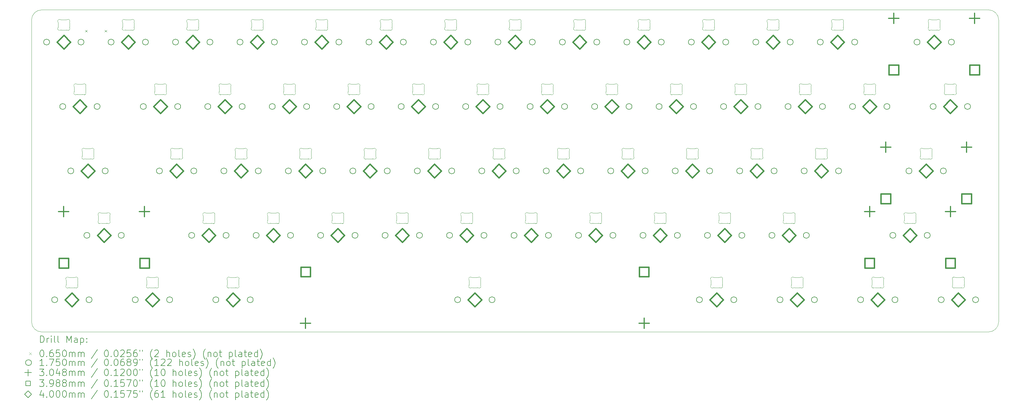
<source format=gbr>
%TF.GenerationSoftware,KiCad,Pcbnew,8.0.3*%
%TF.CreationDate,2024-12-09T14:43:40+08:00*%
%TF.ProjectId,PH60_Rev3,50483630-5f52-4657-9633-2e6b69636164,rev?*%
%TF.SameCoordinates,Original*%
%TF.FileFunction,Drillmap*%
%TF.FilePolarity,Positive*%
%FSLAX45Y45*%
G04 Gerber Fmt 4.5, Leading zero omitted, Abs format (unit mm)*
G04 Created by KiCad (PCBNEW 8.0.3) date 2024-12-09 14:43:40*
%MOMM*%
%LPD*%
G01*
G04 APERTURE LIST*
%ADD10C,0.050000*%
%ADD11C,0.100000*%
%ADD12C,0.200000*%
%ADD13C,0.175000*%
%ADD14C,0.304800*%
%ADD15C,0.398780*%
%ADD16C,0.400000*%
G04 APERTURE END LIST*
D10*
X2857500Y-3157500D02*
G75*
G02*
X3157500Y-2857500I300000J0D01*
G01*
X3157500Y-12382500D02*
G75*
G02*
X2857500Y-12082500I0J300000D01*
G01*
X3157500Y-12382500D02*
X31132500Y-12382500D01*
X31132500Y-2857500D02*
X3157500Y-2857500D01*
X31432500Y-12082500D02*
X31432500Y-3157500D01*
X2857500Y-3157500D02*
X2857500Y-12082500D01*
X31432500Y-12082500D02*
G75*
G02*
X31132500Y-12382500I-300000J0D01*
G01*
X31132500Y-2857500D02*
G75*
G02*
X31432500Y-3157500I0J-300000D01*
G01*
D11*
X14117500Y-5136716D02*
X14117500Y-5277284D01*
X14208055Y-5357000D02*
X14366945Y-5357000D01*
X14366945Y-5057000D02*
X14208055Y-5057000D01*
X14457500Y-5277284D02*
X14457500Y-5136716D01*
X14112552Y-5115028D02*
G75*
G02*
X14117501Y-5136716I-45102J-21702D01*
G01*
X14112552Y-5115028D02*
G75*
G02*
X14182829Y-5050170I45051J21688D01*
G01*
X14117500Y-5277284D02*
G75*
G02*
X14112552Y-5298972I-50042J9D01*
G01*
X14182829Y-5363830D02*
G75*
G02*
X14112552Y-5298972I-25226J43170D01*
G01*
X14182829Y-5363830D02*
G75*
G02*
X14208055Y-5357000I25226J-43171D01*
G01*
X14208055Y-5057000D02*
G75*
G02*
X14182829Y-5050170I0J50001D01*
G01*
X14366945Y-5357000D02*
G75*
G02*
X14392171Y-5363830I0J-50001D01*
G01*
X14392171Y-5050170D02*
G75*
G02*
X14366945Y-5057000I-25226J43171D01*
G01*
X14392171Y-5050170D02*
G75*
G02*
X14462448Y-5115028I25226J-43170D01*
G01*
X14457500Y-5136716D02*
G75*
G02*
X14462448Y-5115028I49999J0D01*
G01*
X14462448Y-5298972D02*
G75*
G02*
X14392171Y-5363830I-45052J-21688D01*
G01*
X14462448Y-5298972D02*
G75*
G02*
X14457500Y-5277284I45051J21688D01*
G01*
X22928125Y-10851716D02*
X22928125Y-10992284D01*
X23018680Y-11072000D02*
X23177570Y-11072000D01*
X23177570Y-10772000D02*
X23018680Y-10772000D01*
X23268125Y-10992284D02*
X23268125Y-10851716D01*
X22923177Y-10830028D02*
G75*
G02*
X22928126Y-10851716I-45102J-21702D01*
G01*
X22923177Y-10830028D02*
G75*
G02*
X22993454Y-10765170I45051J21688D01*
G01*
X22928125Y-10992284D02*
G75*
G02*
X22923177Y-11013972I-50042J9D01*
G01*
X22993454Y-11078830D02*
G75*
G02*
X22923177Y-11013972I-25226J43170D01*
G01*
X22993454Y-11078830D02*
G75*
G02*
X23018680Y-11072000I25226J-43171D01*
G01*
X23018680Y-10772000D02*
G75*
G02*
X22993454Y-10765170I0J50001D01*
G01*
X23177570Y-11072000D02*
G75*
G02*
X23202796Y-11078830I0J-50001D01*
G01*
X23202796Y-10765170D02*
G75*
G02*
X23177570Y-10772000I-25226J43171D01*
G01*
X23202796Y-10765170D02*
G75*
G02*
X23273073Y-10830028I25226J-43170D01*
G01*
X23268125Y-10851716D02*
G75*
G02*
X23273073Y-10830028I49999J0D01*
G01*
X23273073Y-11013972D02*
G75*
G02*
X23202796Y-11078830I-45052J-21688D01*
G01*
X23273073Y-11013972D02*
G75*
G02*
X23268125Y-10992284I45051J21688D01*
G01*
X29357500Y-3231716D02*
X29357500Y-3372284D01*
X29448055Y-3452000D02*
X29606945Y-3452000D01*
X29606945Y-3152000D02*
X29448055Y-3152000D01*
X29697500Y-3372284D02*
X29697500Y-3231716D01*
X29352552Y-3210028D02*
G75*
G02*
X29357501Y-3231716I-45102J-21702D01*
G01*
X29352552Y-3210028D02*
G75*
G02*
X29422829Y-3145170I45051J21688D01*
G01*
X29357500Y-3372284D02*
G75*
G02*
X29352552Y-3393972I-50042J9D01*
G01*
X29422829Y-3458830D02*
G75*
G02*
X29352552Y-3393972I-25226J43170D01*
G01*
X29422829Y-3458830D02*
G75*
G02*
X29448055Y-3452000I25226J-43171D01*
G01*
X29448055Y-3152000D02*
G75*
G02*
X29422829Y-3145170I0J50001D01*
G01*
X29606945Y-3452000D02*
G75*
G02*
X29632171Y-3458830I0J-50001D01*
G01*
X29632171Y-3145170D02*
G75*
G02*
X29606945Y-3152000I-25226J43171D01*
G01*
X29632171Y-3145170D02*
G75*
G02*
X29702448Y-3210028I25226J-43170D01*
G01*
X29697500Y-3231716D02*
G75*
G02*
X29702448Y-3210028I49999J0D01*
G01*
X29702448Y-3393972D02*
G75*
G02*
X29632171Y-3458830I-45052J-21688D01*
G01*
X29702448Y-3393972D02*
G75*
G02*
X29697500Y-3372284I45051J21688D01*
G01*
X6259375Y-10851716D02*
X6259375Y-10992284D01*
X6349930Y-11072000D02*
X6508820Y-11072000D01*
X6508820Y-10772000D02*
X6349930Y-10772000D01*
X6599375Y-10992284D02*
X6599375Y-10851716D01*
X6254427Y-10830028D02*
G75*
G02*
X6259376Y-10851716I-45102J-21702D01*
G01*
X6254427Y-10830028D02*
G75*
G02*
X6324704Y-10765170I45051J21688D01*
G01*
X6259375Y-10992284D02*
G75*
G02*
X6254427Y-11013972I-50042J9D01*
G01*
X6324704Y-11078830D02*
G75*
G02*
X6254427Y-11013972I-25226J43170D01*
G01*
X6324704Y-11078830D02*
G75*
G02*
X6349930Y-11072000I25226J-43171D01*
G01*
X6349930Y-10772000D02*
G75*
G02*
X6324704Y-10765170I0J50001D01*
G01*
X6508820Y-11072000D02*
G75*
G02*
X6534046Y-11078830I0J-50001D01*
G01*
X6534046Y-10765170D02*
G75*
G02*
X6508820Y-10772000I-25226J43171D01*
G01*
X6534046Y-10765170D02*
G75*
G02*
X6604323Y-10830028I25226J-43170D01*
G01*
X6599375Y-10851716D02*
G75*
G02*
X6604323Y-10830028I49999J0D01*
G01*
X6604323Y-11013972D02*
G75*
G02*
X6534046Y-11078830I-45052J-21688D01*
G01*
X6604323Y-11013972D02*
G75*
G02*
X6599375Y-10992284I45051J21688D01*
G01*
X4830625Y-8946716D02*
X4830625Y-9087284D01*
X4921180Y-9167000D02*
X5080070Y-9167000D01*
X5080070Y-8867000D02*
X4921180Y-8867000D01*
X5170625Y-9087284D02*
X5170625Y-8946716D01*
X4825677Y-8925028D02*
G75*
G02*
X4830626Y-8946716I-45102J-21702D01*
G01*
X4825677Y-8925028D02*
G75*
G02*
X4895954Y-8860170I45051J21688D01*
G01*
X4830625Y-9087284D02*
G75*
G02*
X4825677Y-9108972I-50042J9D01*
G01*
X4895954Y-9173830D02*
G75*
G02*
X4825677Y-9108972I-25226J43170D01*
G01*
X4895954Y-9173830D02*
G75*
G02*
X4921180Y-9167000I25226J-43171D01*
G01*
X4921180Y-8867000D02*
G75*
G02*
X4895954Y-8860170I0J50001D01*
G01*
X5080070Y-9167000D02*
G75*
G02*
X5105296Y-9173830I0J-50001D01*
G01*
X5105296Y-8860170D02*
G75*
G02*
X5080070Y-8867000I-25226J43171D01*
G01*
X5105296Y-8860170D02*
G75*
G02*
X5175573Y-8925028I25226J-43170D01*
G01*
X5170625Y-8946716D02*
G75*
G02*
X5175573Y-8925028I49999J0D01*
G01*
X5175573Y-9108972D02*
G75*
G02*
X5105296Y-9173830I-45052J-21688D01*
G01*
X5175573Y-9108972D02*
G75*
G02*
X5170625Y-9087284I45051J21688D01*
G01*
X15784375Y-10851716D02*
X15784375Y-10992284D01*
X15874930Y-11072000D02*
X16033820Y-11072000D01*
X16033820Y-10772000D02*
X15874930Y-10772000D01*
X16124375Y-10992284D02*
X16124375Y-10851716D01*
X15779427Y-10830028D02*
G75*
G02*
X15784376Y-10851716I-45102J-21702D01*
G01*
X15779427Y-10830028D02*
G75*
G02*
X15849704Y-10765170I45051J21688D01*
G01*
X15784375Y-10992284D02*
G75*
G02*
X15779427Y-11013972I-50042J9D01*
G01*
X15849704Y-11078830D02*
G75*
G02*
X15779427Y-11013972I-25226J43170D01*
G01*
X15849704Y-11078830D02*
G75*
G02*
X15874930Y-11072000I25226J-43171D01*
G01*
X15874930Y-10772000D02*
G75*
G02*
X15849704Y-10765170I0J50001D01*
G01*
X16033820Y-11072000D02*
G75*
G02*
X16059046Y-11078830I0J-50001D01*
G01*
X16059046Y-10765170D02*
G75*
G02*
X16033820Y-10772000I-25226J43171D01*
G01*
X16059046Y-10765170D02*
G75*
G02*
X16129323Y-10830028I25226J-43170D01*
G01*
X16124375Y-10851716D02*
G75*
G02*
X16129323Y-10830028I49999J0D01*
G01*
X16129323Y-11013972D02*
G75*
G02*
X16059046Y-11078830I-45052J-21688D01*
G01*
X16129323Y-11013972D02*
G75*
G02*
X16124375Y-10992284I45051J21688D01*
G01*
X22213750Y-7041716D02*
X22213750Y-7182284D01*
X22304305Y-7262000D02*
X22463195Y-7262000D01*
X22463195Y-6962000D02*
X22304305Y-6962000D01*
X22553750Y-7182284D02*
X22553750Y-7041716D01*
X22208802Y-7020028D02*
G75*
G02*
X22213751Y-7041716I-45102J-21702D01*
G01*
X22208802Y-7020028D02*
G75*
G02*
X22279079Y-6955170I45051J21688D01*
G01*
X22213750Y-7182284D02*
G75*
G02*
X22208802Y-7203972I-50042J9D01*
G01*
X22279079Y-7268830D02*
G75*
G02*
X22208802Y-7203972I-25226J43170D01*
G01*
X22279079Y-7268830D02*
G75*
G02*
X22304305Y-7262000I25226J-43171D01*
G01*
X22304305Y-6962000D02*
G75*
G02*
X22279079Y-6955170I0J50001D01*
G01*
X22463195Y-7262000D02*
G75*
G02*
X22488421Y-7268830I0J-50001D01*
G01*
X22488421Y-6955170D02*
G75*
G02*
X22463195Y-6962000I-25226J43171D01*
G01*
X22488421Y-6955170D02*
G75*
G02*
X22558698Y-7020028I25226J-43170D01*
G01*
X22553750Y-7041716D02*
G75*
G02*
X22558698Y-7020028I49999J0D01*
G01*
X22558698Y-7203972D02*
G75*
G02*
X22488421Y-7268830I-45052J-21688D01*
G01*
X22558698Y-7203972D02*
G75*
G02*
X22553750Y-7182284I45051J21688D01*
G01*
X20308750Y-7041716D02*
X20308750Y-7182284D01*
X20399305Y-7262000D02*
X20558195Y-7262000D01*
X20558195Y-6962000D02*
X20399305Y-6962000D01*
X20648750Y-7182284D02*
X20648750Y-7041716D01*
X20303802Y-7020028D02*
G75*
G02*
X20308751Y-7041716I-45102J-21702D01*
G01*
X20303802Y-7020028D02*
G75*
G02*
X20374079Y-6955170I45051J21688D01*
G01*
X20308750Y-7182284D02*
G75*
G02*
X20303802Y-7203972I-50042J9D01*
G01*
X20374079Y-7268830D02*
G75*
G02*
X20303802Y-7203972I-25226J43170D01*
G01*
X20374079Y-7268830D02*
G75*
G02*
X20399305Y-7262000I25226J-43171D01*
G01*
X20399305Y-6962000D02*
G75*
G02*
X20374079Y-6955170I0J50001D01*
G01*
X20558195Y-7262000D02*
G75*
G02*
X20583421Y-7268830I0J-50001D01*
G01*
X20583421Y-6955170D02*
G75*
G02*
X20558195Y-6962000I-25226J43171D01*
G01*
X20583421Y-6955170D02*
G75*
G02*
X20653698Y-7020028I25226J-43170D01*
G01*
X20648750Y-7041716D02*
G75*
G02*
X20653698Y-7020028I49999J0D01*
G01*
X20653698Y-7203972D02*
G75*
G02*
X20583421Y-7268830I-45052J-21688D01*
G01*
X20653698Y-7203972D02*
G75*
G02*
X20648750Y-7182284I45051J21688D01*
G01*
X25071250Y-8946716D02*
X25071250Y-9087284D01*
X25161805Y-9167000D02*
X25320695Y-9167000D01*
X25320695Y-8867000D02*
X25161805Y-8867000D01*
X25411250Y-9087284D02*
X25411250Y-8946716D01*
X25066302Y-8925028D02*
G75*
G02*
X25071251Y-8946716I-45102J-21702D01*
G01*
X25066302Y-8925028D02*
G75*
G02*
X25136579Y-8860170I45051J21688D01*
G01*
X25071250Y-9087284D02*
G75*
G02*
X25066302Y-9108972I-50042J9D01*
G01*
X25136579Y-9173830D02*
G75*
G02*
X25066302Y-9108972I-25226J43170D01*
G01*
X25136579Y-9173830D02*
G75*
G02*
X25161805Y-9167000I25226J-43171D01*
G01*
X25161805Y-8867000D02*
G75*
G02*
X25136579Y-8860170I0J50001D01*
G01*
X25320695Y-9167000D02*
G75*
G02*
X25345921Y-9173830I0J-50001D01*
G01*
X25345921Y-8860170D02*
G75*
G02*
X25320695Y-8867000I-25226J43171D01*
G01*
X25345921Y-8860170D02*
G75*
G02*
X25416198Y-8925028I25226J-43170D01*
G01*
X25411250Y-8946716D02*
G75*
G02*
X25416198Y-8925028I49999J0D01*
G01*
X25416198Y-9108972D02*
G75*
G02*
X25345921Y-9173830I-45052J-21688D01*
G01*
X25416198Y-9108972D02*
G75*
G02*
X25411250Y-9087284I45051J21688D01*
G01*
X7450000Y-3231716D02*
X7450000Y-3372284D01*
X7540555Y-3452000D02*
X7699445Y-3452000D01*
X7699445Y-3152000D02*
X7540555Y-3152000D01*
X7790000Y-3372284D02*
X7790000Y-3231716D01*
X7445052Y-3210028D02*
G75*
G02*
X7450001Y-3231716I-45102J-21702D01*
G01*
X7445052Y-3210028D02*
G75*
G02*
X7515329Y-3145170I45051J21688D01*
G01*
X7450000Y-3372284D02*
G75*
G02*
X7445052Y-3393972I-50042J9D01*
G01*
X7515329Y-3458830D02*
G75*
G02*
X7445052Y-3393972I-25226J43170D01*
G01*
X7515329Y-3458830D02*
G75*
G02*
X7540555Y-3452000I25226J-43171D01*
G01*
X7540555Y-3152000D02*
G75*
G02*
X7515329Y-3145170I0J50001D01*
G01*
X7699445Y-3452000D02*
G75*
G02*
X7724671Y-3458830I0J-50001D01*
G01*
X7724671Y-3145170D02*
G75*
G02*
X7699445Y-3152000I-25226J43171D01*
G01*
X7724671Y-3145170D02*
G75*
G02*
X7794948Y-3210028I25226J-43170D01*
G01*
X7790000Y-3231716D02*
G75*
G02*
X7794948Y-3210028I49999J0D01*
G01*
X7794948Y-3393972D02*
G75*
G02*
X7724671Y-3458830I-45052J-21688D01*
G01*
X7794948Y-3393972D02*
G75*
G02*
X7790000Y-3372284I45051J21688D01*
G01*
X27690625Y-10851716D02*
X27690625Y-10992284D01*
X27781180Y-11072000D02*
X27940070Y-11072000D01*
X27940070Y-10772000D02*
X27781180Y-10772000D01*
X28030625Y-10992284D02*
X28030625Y-10851716D01*
X27685677Y-10830028D02*
G75*
G02*
X27690626Y-10851716I-45102J-21702D01*
G01*
X27685677Y-10830028D02*
G75*
G02*
X27755954Y-10765170I45051J21688D01*
G01*
X27690625Y-10992284D02*
G75*
G02*
X27685677Y-11013972I-50042J9D01*
G01*
X27755954Y-11078830D02*
G75*
G02*
X27685677Y-11013972I-25226J43170D01*
G01*
X27755954Y-11078830D02*
G75*
G02*
X27781180Y-11072000I25226J-43171D01*
G01*
X27781180Y-10772000D02*
G75*
G02*
X27755954Y-10765170I0J50001D01*
G01*
X27940070Y-11072000D02*
G75*
G02*
X27965296Y-11078830I0J-50001D01*
G01*
X27965296Y-10765170D02*
G75*
G02*
X27940070Y-10772000I-25226J43171D01*
G01*
X27965296Y-10765170D02*
G75*
G02*
X28035573Y-10830028I25226J-43170D01*
G01*
X28030625Y-10851716D02*
G75*
G02*
X28035573Y-10830028I49999J0D01*
G01*
X28035573Y-11013972D02*
G75*
G02*
X27965296Y-11078830I-45052J-21688D01*
G01*
X28035573Y-11013972D02*
G75*
G02*
X28030625Y-10992284I45051J21688D01*
G01*
X11260000Y-3231716D02*
X11260000Y-3372284D01*
X11350555Y-3452000D02*
X11509445Y-3452000D01*
X11509445Y-3152000D02*
X11350555Y-3152000D01*
X11600000Y-3372284D02*
X11600000Y-3231716D01*
X11255052Y-3210028D02*
G75*
G02*
X11260001Y-3231716I-45102J-21702D01*
G01*
X11255052Y-3210028D02*
G75*
G02*
X11325329Y-3145170I45051J21688D01*
G01*
X11260000Y-3372284D02*
G75*
G02*
X11255052Y-3393972I-50042J9D01*
G01*
X11325329Y-3458830D02*
G75*
G02*
X11255052Y-3393972I-25226J43170D01*
G01*
X11325329Y-3458830D02*
G75*
G02*
X11350555Y-3452000I25226J-43171D01*
G01*
X11350555Y-3152000D02*
G75*
G02*
X11325329Y-3145170I0J50001D01*
G01*
X11509445Y-3452000D02*
G75*
G02*
X11534671Y-3458830I0J-50001D01*
G01*
X11534671Y-3145170D02*
G75*
G02*
X11509445Y-3152000I-25226J43171D01*
G01*
X11534671Y-3145170D02*
G75*
G02*
X11604948Y-3210028I25226J-43170D01*
G01*
X11600000Y-3231716D02*
G75*
G02*
X11604948Y-3210028I49999J0D01*
G01*
X11604948Y-3393972D02*
G75*
G02*
X11534671Y-3458830I-45052J-21688D01*
G01*
X11604948Y-3393972D02*
G75*
G02*
X11600000Y-3372284I45051J21688D01*
G01*
X6497500Y-5136716D02*
X6497500Y-5277284D01*
X6588055Y-5357000D02*
X6746945Y-5357000D01*
X6746945Y-5057000D02*
X6588055Y-5057000D01*
X6837500Y-5277284D02*
X6837500Y-5136716D01*
X6492552Y-5115028D02*
G75*
G02*
X6497501Y-5136716I-45102J-21702D01*
G01*
X6492552Y-5115028D02*
G75*
G02*
X6562829Y-5050170I45051J21688D01*
G01*
X6497500Y-5277284D02*
G75*
G02*
X6492552Y-5298972I-50042J9D01*
G01*
X6562829Y-5363830D02*
G75*
G02*
X6492552Y-5298972I-25226J43170D01*
G01*
X6562829Y-5363830D02*
G75*
G02*
X6588055Y-5357000I25226J-43171D01*
G01*
X6588055Y-5057000D02*
G75*
G02*
X6562829Y-5050170I0J50001D01*
G01*
X6746945Y-5357000D02*
G75*
G02*
X6772171Y-5363830I0J-50001D01*
G01*
X6772171Y-5050170D02*
G75*
G02*
X6746945Y-5057000I-25226J43171D01*
G01*
X6772171Y-5050170D02*
G75*
G02*
X6842448Y-5115028I25226J-43170D01*
G01*
X6837500Y-5136716D02*
G75*
G02*
X6842448Y-5115028I49999J0D01*
G01*
X6842448Y-5298972D02*
G75*
G02*
X6772171Y-5363830I-45052J-21688D01*
G01*
X6842448Y-5298972D02*
G75*
G02*
X6837500Y-5277284I45051J21688D01*
G01*
X21737500Y-5136716D02*
X21737500Y-5277284D01*
X21828055Y-5357000D02*
X21986945Y-5357000D01*
X21986945Y-5057000D02*
X21828055Y-5057000D01*
X22077500Y-5277284D02*
X22077500Y-5136716D01*
X21732552Y-5115028D02*
G75*
G02*
X21737501Y-5136716I-45102J-21702D01*
G01*
X21732552Y-5115028D02*
G75*
G02*
X21802829Y-5050170I45051J21688D01*
G01*
X21737500Y-5277284D02*
G75*
G02*
X21732552Y-5298972I-50042J9D01*
G01*
X21802829Y-5363830D02*
G75*
G02*
X21732552Y-5298972I-25226J43170D01*
G01*
X21802829Y-5363830D02*
G75*
G02*
X21828055Y-5357000I25226J-43171D01*
G01*
X21828055Y-5057000D02*
G75*
G02*
X21802829Y-5050170I0J50001D01*
G01*
X21986945Y-5357000D02*
G75*
G02*
X22012171Y-5363830I0J-50001D01*
G01*
X22012171Y-5050170D02*
G75*
G02*
X21986945Y-5057000I-25226J43171D01*
G01*
X22012171Y-5050170D02*
G75*
G02*
X22082448Y-5115028I25226J-43170D01*
G01*
X22077500Y-5136716D02*
G75*
G02*
X22082448Y-5115028I49999J0D01*
G01*
X22082448Y-5298972D02*
G75*
G02*
X22012171Y-5363830I-45052J-21688D01*
G01*
X22082448Y-5298972D02*
G75*
G02*
X22077500Y-5277284I45051J21688D01*
G01*
X10307500Y-5136716D02*
X10307500Y-5277284D01*
X10398055Y-5357000D02*
X10556945Y-5357000D01*
X10556945Y-5057000D02*
X10398055Y-5057000D01*
X10647500Y-5277284D02*
X10647500Y-5136716D01*
X10302552Y-5115028D02*
G75*
G02*
X10307501Y-5136716I-45102J-21702D01*
G01*
X10302552Y-5115028D02*
G75*
G02*
X10372829Y-5050170I45051J21688D01*
G01*
X10307500Y-5277284D02*
G75*
G02*
X10302552Y-5298972I-50042J9D01*
G01*
X10372829Y-5363830D02*
G75*
G02*
X10302552Y-5298972I-25226J43170D01*
G01*
X10372829Y-5363830D02*
G75*
G02*
X10398055Y-5357000I25226J-43171D01*
G01*
X10398055Y-5057000D02*
G75*
G02*
X10372829Y-5050170I0J50001D01*
G01*
X10556945Y-5357000D02*
G75*
G02*
X10582171Y-5363830I0J-50001D01*
G01*
X10582171Y-5050170D02*
G75*
G02*
X10556945Y-5057000I-25226J43171D01*
G01*
X10582171Y-5050170D02*
G75*
G02*
X10652448Y-5115028I25226J-43170D01*
G01*
X10647500Y-5136716D02*
G75*
G02*
X10652448Y-5115028I49999J0D01*
G01*
X10652448Y-5298972D02*
G75*
G02*
X10582171Y-5363830I-45052J-21688D01*
G01*
X10652448Y-5298972D02*
G75*
G02*
X10647500Y-5277284I45051J21688D01*
G01*
X27452500Y-5136716D02*
X27452500Y-5277284D01*
X27543055Y-5357000D02*
X27701945Y-5357000D01*
X27701945Y-5057000D02*
X27543055Y-5057000D01*
X27792500Y-5277284D02*
X27792500Y-5136716D01*
X27447552Y-5115028D02*
G75*
G02*
X27452501Y-5136716I-45102J-21702D01*
G01*
X27447552Y-5115028D02*
G75*
G02*
X27517829Y-5050170I45051J21688D01*
G01*
X27452500Y-5277284D02*
G75*
G02*
X27447552Y-5298972I-50042J9D01*
G01*
X27517829Y-5363830D02*
G75*
G02*
X27447552Y-5298972I-25226J43170D01*
G01*
X27517829Y-5363830D02*
G75*
G02*
X27543055Y-5357000I25226J-43171D01*
G01*
X27543055Y-5057000D02*
G75*
G02*
X27517829Y-5050170I0J50001D01*
G01*
X27701945Y-5357000D02*
G75*
G02*
X27727171Y-5363830I0J-50001D01*
G01*
X27727171Y-5050170D02*
G75*
G02*
X27701945Y-5057000I-25226J43171D01*
G01*
X27727171Y-5050170D02*
G75*
G02*
X27797448Y-5115028I25226J-43170D01*
G01*
X27792500Y-5136716D02*
G75*
G02*
X27797448Y-5115028I49999J0D01*
G01*
X27797448Y-5298972D02*
G75*
G02*
X27727171Y-5363830I-45052J-21688D01*
G01*
X27797448Y-5298972D02*
G75*
G02*
X27792500Y-5277284I45051J21688D01*
G01*
X14593750Y-7041716D02*
X14593750Y-7182284D01*
X14684305Y-7262000D02*
X14843195Y-7262000D01*
X14843195Y-6962000D02*
X14684305Y-6962000D01*
X14933750Y-7182284D02*
X14933750Y-7041716D01*
X14588802Y-7020028D02*
G75*
G02*
X14593751Y-7041716I-45102J-21702D01*
G01*
X14588802Y-7020028D02*
G75*
G02*
X14659079Y-6955170I45051J21688D01*
G01*
X14593750Y-7182284D02*
G75*
G02*
X14588802Y-7203972I-50042J9D01*
G01*
X14659079Y-7268830D02*
G75*
G02*
X14588802Y-7203972I-25226J43170D01*
G01*
X14659079Y-7268830D02*
G75*
G02*
X14684305Y-7262000I25226J-43171D01*
G01*
X14684305Y-6962000D02*
G75*
G02*
X14659079Y-6955170I0J50001D01*
G01*
X14843195Y-7262000D02*
G75*
G02*
X14868421Y-7268830I0J-50001D01*
G01*
X14868421Y-6955170D02*
G75*
G02*
X14843195Y-6962000I-25226J43171D01*
G01*
X14868421Y-6955170D02*
G75*
G02*
X14938698Y-7020028I25226J-43170D01*
G01*
X14933750Y-7041716D02*
G75*
G02*
X14938698Y-7020028I49999J0D01*
G01*
X14938698Y-7203972D02*
G75*
G02*
X14868421Y-7268830I-45052J-21688D01*
G01*
X14938698Y-7203972D02*
G75*
G02*
X14933750Y-7182284I45051J21688D01*
G01*
X15546250Y-8946716D02*
X15546250Y-9087284D01*
X15636805Y-9167000D02*
X15795695Y-9167000D01*
X15795695Y-8867000D02*
X15636805Y-8867000D01*
X15886250Y-9087284D02*
X15886250Y-8946716D01*
X15541302Y-8925028D02*
G75*
G02*
X15546251Y-8946716I-45102J-21702D01*
G01*
X15541302Y-8925028D02*
G75*
G02*
X15611579Y-8860170I45051J21688D01*
G01*
X15546250Y-9087284D02*
G75*
G02*
X15541302Y-9108972I-50042J9D01*
G01*
X15611579Y-9173830D02*
G75*
G02*
X15541302Y-9108972I-25226J43170D01*
G01*
X15611579Y-9173830D02*
G75*
G02*
X15636805Y-9167000I25226J-43171D01*
G01*
X15636805Y-8867000D02*
G75*
G02*
X15611579Y-8860170I0J50001D01*
G01*
X15795695Y-9167000D02*
G75*
G02*
X15820921Y-9173830I0J-50001D01*
G01*
X15820921Y-8860170D02*
G75*
G02*
X15795695Y-8867000I-25226J43171D01*
G01*
X15820921Y-8860170D02*
G75*
G02*
X15891198Y-8925028I25226J-43170D01*
G01*
X15886250Y-8946716D02*
G75*
G02*
X15891198Y-8925028I49999J0D01*
G01*
X15891198Y-9108972D02*
G75*
G02*
X15820921Y-9173830I-45052J-21688D01*
G01*
X15891198Y-9108972D02*
G75*
G02*
X15886250Y-9087284I45051J21688D01*
G01*
X4354375Y-7041716D02*
X4354375Y-7182284D01*
X4444930Y-7262000D02*
X4603820Y-7262000D01*
X4603820Y-6962000D02*
X4444930Y-6962000D01*
X4694375Y-7182284D02*
X4694375Y-7041716D01*
X4349427Y-7020028D02*
G75*
G02*
X4354376Y-7041716I-45102J-21702D01*
G01*
X4349427Y-7020028D02*
G75*
G02*
X4419704Y-6955170I45051J21688D01*
G01*
X4354375Y-7182284D02*
G75*
G02*
X4349427Y-7203972I-50042J9D01*
G01*
X4419704Y-7268830D02*
G75*
G02*
X4349427Y-7203972I-25226J43170D01*
G01*
X4419704Y-7268830D02*
G75*
G02*
X4444930Y-7262000I25226J-43171D01*
G01*
X4444930Y-6962000D02*
G75*
G02*
X4419704Y-6955170I0J50001D01*
G01*
X4603820Y-7262000D02*
G75*
G02*
X4629046Y-7268830I0J-50001D01*
G01*
X4629046Y-6955170D02*
G75*
G02*
X4603820Y-6962000I-25226J43171D01*
G01*
X4629046Y-6955170D02*
G75*
G02*
X4699323Y-7020028I25226J-43170D01*
G01*
X4694375Y-7041716D02*
G75*
G02*
X4699323Y-7020028I49999J0D01*
G01*
X4699323Y-7203972D02*
G75*
G02*
X4629046Y-7268830I-45052J-21688D01*
G01*
X4699323Y-7203972D02*
G75*
G02*
X4694375Y-7182284I45051J21688D01*
G01*
X15070000Y-3231716D02*
X15070000Y-3372284D01*
X15160555Y-3452000D02*
X15319445Y-3452000D01*
X15319445Y-3152000D02*
X15160555Y-3152000D01*
X15410000Y-3372284D02*
X15410000Y-3231716D01*
X15065052Y-3210028D02*
G75*
G02*
X15070001Y-3231716I-45102J-21702D01*
G01*
X15065052Y-3210028D02*
G75*
G02*
X15135329Y-3145170I45051J21688D01*
G01*
X15070000Y-3372284D02*
G75*
G02*
X15065052Y-3393972I-50042J9D01*
G01*
X15135329Y-3458830D02*
G75*
G02*
X15065052Y-3393972I-25226J43170D01*
G01*
X15135329Y-3458830D02*
G75*
G02*
X15160555Y-3452000I25226J-43171D01*
G01*
X15160555Y-3152000D02*
G75*
G02*
X15135329Y-3145170I0J50001D01*
G01*
X15319445Y-3452000D02*
G75*
G02*
X15344671Y-3458830I0J-50001D01*
G01*
X15344671Y-3145170D02*
G75*
G02*
X15319445Y-3152000I-25226J43171D01*
G01*
X15344671Y-3145170D02*
G75*
G02*
X15414948Y-3210028I25226J-43170D01*
G01*
X15410000Y-3231716D02*
G75*
G02*
X15414948Y-3210028I49999J0D01*
G01*
X15414948Y-3393972D02*
G75*
G02*
X15344671Y-3458830I-45052J-21688D01*
G01*
X15414948Y-3393972D02*
G75*
G02*
X15410000Y-3372284I45051J21688D01*
G01*
X17451250Y-8946716D02*
X17451250Y-9087284D01*
X17541805Y-9167000D02*
X17700695Y-9167000D01*
X17700695Y-8867000D02*
X17541805Y-8867000D01*
X17791250Y-9087284D02*
X17791250Y-8946716D01*
X17446302Y-8925028D02*
G75*
G02*
X17451251Y-8946716I-45102J-21702D01*
G01*
X17446302Y-8925028D02*
G75*
G02*
X17516579Y-8860170I45051J21688D01*
G01*
X17451250Y-9087284D02*
G75*
G02*
X17446302Y-9108972I-50042J9D01*
G01*
X17516579Y-9173830D02*
G75*
G02*
X17446302Y-9108972I-25226J43170D01*
G01*
X17516579Y-9173830D02*
G75*
G02*
X17541805Y-9167000I25226J-43171D01*
G01*
X17541805Y-8867000D02*
G75*
G02*
X17516579Y-8860170I0J50001D01*
G01*
X17700695Y-9167000D02*
G75*
G02*
X17725921Y-9173830I0J-50001D01*
G01*
X17725921Y-8860170D02*
G75*
G02*
X17700695Y-8867000I-25226J43171D01*
G01*
X17725921Y-8860170D02*
G75*
G02*
X17796198Y-8925028I25226J-43170D01*
G01*
X17791250Y-8946716D02*
G75*
G02*
X17796198Y-8925028I49999J0D01*
G01*
X17796198Y-9108972D02*
G75*
G02*
X17725921Y-9173830I-45052J-21688D01*
G01*
X17796198Y-9108972D02*
G75*
G02*
X17791250Y-9087284I45051J21688D01*
G01*
X9355000Y-3231716D02*
X9355000Y-3372284D01*
X9445555Y-3452000D02*
X9604445Y-3452000D01*
X9604445Y-3152000D02*
X9445555Y-3152000D01*
X9695000Y-3372284D02*
X9695000Y-3231716D01*
X9350052Y-3210028D02*
G75*
G02*
X9355001Y-3231716I-45102J-21702D01*
G01*
X9350052Y-3210028D02*
G75*
G02*
X9420329Y-3145170I45051J21688D01*
G01*
X9355000Y-3372284D02*
G75*
G02*
X9350052Y-3393972I-50042J9D01*
G01*
X9420329Y-3458830D02*
G75*
G02*
X9350052Y-3393972I-25226J43170D01*
G01*
X9420329Y-3458830D02*
G75*
G02*
X9445555Y-3452000I25226J-43171D01*
G01*
X9445555Y-3152000D02*
G75*
G02*
X9420329Y-3145170I0J50001D01*
G01*
X9604445Y-3452000D02*
G75*
G02*
X9629671Y-3458830I0J-50001D01*
G01*
X9629671Y-3145170D02*
G75*
G02*
X9604445Y-3152000I-25226J43171D01*
G01*
X9629671Y-3145170D02*
G75*
G02*
X9699948Y-3210028I25226J-43170D01*
G01*
X9695000Y-3231716D02*
G75*
G02*
X9699948Y-3210028I49999J0D01*
G01*
X9699948Y-3393972D02*
G75*
G02*
X9629671Y-3458830I-45052J-21688D01*
G01*
X9699948Y-3393972D02*
G75*
G02*
X9695000Y-3372284I45051J21688D01*
G01*
X8402500Y-5136716D02*
X8402500Y-5277284D01*
X8493055Y-5357000D02*
X8651945Y-5357000D01*
X8651945Y-5057000D02*
X8493055Y-5057000D01*
X8742500Y-5277284D02*
X8742500Y-5136716D01*
X8397552Y-5115028D02*
G75*
G02*
X8402501Y-5136716I-45102J-21702D01*
G01*
X8397552Y-5115028D02*
G75*
G02*
X8467829Y-5050170I45051J21688D01*
G01*
X8402500Y-5277284D02*
G75*
G02*
X8397552Y-5298972I-50042J9D01*
G01*
X8467829Y-5363830D02*
G75*
G02*
X8397552Y-5298972I-25226J43170D01*
G01*
X8467829Y-5363830D02*
G75*
G02*
X8493055Y-5357000I25226J-43171D01*
G01*
X8493055Y-5057000D02*
G75*
G02*
X8467829Y-5050170I0J50001D01*
G01*
X8651945Y-5357000D02*
G75*
G02*
X8677171Y-5363830I0J-50001D01*
G01*
X8677171Y-5050170D02*
G75*
G02*
X8651945Y-5057000I-25226J43171D01*
G01*
X8677171Y-5050170D02*
G75*
G02*
X8747448Y-5115028I25226J-43170D01*
G01*
X8742500Y-5136716D02*
G75*
G02*
X8747448Y-5115028I49999J0D01*
G01*
X8747448Y-5298972D02*
G75*
G02*
X8677171Y-5363830I-45052J-21688D01*
G01*
X8747448Y-5298972D02*
G75*
G02*
X8742500Y-5277284I45051J21688D01*
G01*
X30071875Y-10851716D02*
X30071875Y-10992284D01*
X30162430Y-11072000D02*
X30321320Y-11072000D01*
X30321320Y-10772000D02*
X30162430Y-10772000D01*
X30411875Y-10992284D02*
X30411875Y-10851716D01*
X30066927Y-10830028D02*
G75*
G02*
X30071876Y-10851716I-45102J-21702D01*
G01*
X30066927Y-10830028D02*
G75*
G02*
X30137204Y-10765170I45051J21688D01*
G01*
X30071875Y-10992284D02*
G75*
G02*
X30066927Y-11013972I-50042J9D01*
G01*
X30137204Y-11078830D02*
G75*
G02*
X30066927Y-11013972I-25226J43170D01*
G01*
X30137204Y-11078830D02*
G75*
G02*
X30162430Y-11072000I25226J-43171D01*
G01*
X30162430Y-10772000D02*
G75*
G02*
X30137204Y-10765170I0J50001D01*
G01*
X30321320Y-11072000D02*
G75*
G02*
X30346546Y-11078830I0J-50001D01*
G01*
X30346546Y-10765170D02*
G75*
G02*
X30321320Y-10772000I-25226J43171D01*
G01*
X30346546Y-10765170D02*
G75*
G02*
X30416823Y-10830028I25226J-43170D01*
G01*
X30411875Y-10851716D02*
G75*
G02*
X30416823Y-10830028I49999J0D01*
G01*
X30416823Y-11013972D02*
G75*
G02*
X30346546Y-11078830I-45052J-21688D01*
G01*
X30416823Y-11013972D02*
G75*
G02*
X30411875Y-10992284I45051J21688D01*
G01*
X18880000Y-3231716D02*
X18880000Y-3372284D01*
X18970555Y-3452000D02*
X19129445Y-3452000D01*
X19129445Y-3152000D02*
X18970555Y-3152000D01*
X19220000Y-3372284D02*
X19220000Y-3231716D01*
X18875052Y-3210028D02*
G75*
G02*
X18880001Y-3231716I-45102J-21702D01*
G01*
X18875052Y-3210028D02*
G75*
G02*
X18945329Y-3145170I45051J21688D01*
G01*
X18880000Y-3372284D02*
G75*
G02*
X18875052Y-3393972I-50042J9D01*
G01*
X18945329Y-3458830D02*
G75*
G02*
X18875052Y-3393972I-25226J43170D01*
G01*
X18945329Y-3458830D02*
G75*
G02*
X18970555Y-3452000I25226J-43171D01*
G01*
X18970555Y-3152000D02*
G75*
G02*
X18945329Y-3145170I0J50001D01*
G01*
X19129445Y-3452000D02*
G75*
G02*
X19154671Y-3458830I0J-50001D01*
G01*
X19154671Y-3145170D02*
G75*
G02*
X19129445Y-3152000I-25226J43171D01*
G01*
X19154671Y-3145170D02*
G75*
G02*
X19224948Y-3210028I25226J-43170D01*
G01*
X19220000Y-3231716D02*
G75*
G02*
X19224948Y-3210028I49999J0D01*
G01*
X19224948Y-3393972D02*
G75*
G02*
X19154671Y-3458830I-45052J-21688D01*
G01*
X19224948Y-3393972D02*
G75*
G02*
X19220000Y-3372284I45051J21688D01*
G01*
X25309375Y-10851716D02*
X25309375Y-10992284D01*
X25399930Y-11072000D02*
X25558820Y-11072000D01*
X25558820Y-10772000D02*
X25399930Y-10772000D01*
X25649375Y-10992284D02*
X25649375Y-10851716D01*
X25304427Y-10830028D02*
G75*
G02*
X25309376Y-10851716I-45102J-21702D01*
G01*
X25304427Y-10830028D02*
G75*
G02*
X25374704Y-10765170I45051J21688D01*
G01*
X25309375Y-10992284D02*
G75*
G02*
X25304427Y-11013972I-50042J9D01*
G01*
X25374704Y-11078830D02*
G75*
G02*
X25304427Y-11013972I-25226J43170D01*
G01*
X25374704Y-11078830D02*
G75*
G02*
X25399930Y-11072000I25226J-43171D01*
G01*
X25399930Y-10772000D02*
G75*
G02*
X25374704Y-10765170I0J50001D01*
G01*
X25558820Y-11072000D02*
G75*
G02*
X25584046Y-11078830I0J-50001D01*
G01*
X25584046Y-10765170D02*
G75*
G02*
X25558820Y-10772000I-25226J43171D01*
G01*
X25584046Y-10765170D02*
G75*
G02*
X25654323Y-10830028I25226J-43170D01*
G01*
X25649375Y-10851716D02*
G75*
G02*
X25654323Y-10830028I49999J0D01*
G01*
X25654323Y-11013972D02*
G75*
G02*
X25584046Y-11078830I-45052J-21688D01*
G01*
X25654323Y-11013972D02*
G75*
G02*
X25649375Y-10992284I45051J21688D01*
G01*
X16498750Y-7041716D02*
X16498750Y-7182284D01*
X16589305Y-7262000D02*
X16748195Y-7262000D01*
X16748195Y-6962000D02*
X16589305Y-6962000D01*
X16838750Y-7182284D02*
X16838750Y-7041716D01*
X16493802Y-7020028D02*
G75*
G02*
X16498751Y-7041716I-45102J-21702D01*
G01*
X16493802Y-7020028D02*
G75*
G02*
X16564079Y-6955170I45051J21688D01*
G01*
X16498750Y-7182284D02*
G75*
G02*
X16493802Y-7203972I-50042J9D01*
G01*
X16564079Y-7268830D02*
G75*
G02*
X16493802Y-7203972I-25226J43170D01*
G01*
X16564079Y-7268830D02*
G75*
G02*
X16589305Y-7262000I25226J-43171D01*
G01*
X16589305Y-6962000D02*
G75*
G02*
X16564079Y-6955170I0J50001D01*
G01*
X16748195Y-7262000D02*
G75*
G02*
X16773421Y-7268830I0J-50001D01*
G01*
X16773421Y-6955170D02*
G75*
G02*
X16748195Y-6962000I-25226J43171D01*
G01*
X16773421Y-6955170D02*
G75*
G02*
X16843698Y-7020028I25226J-43170D01*
G01*
X16838750Y-7041716D02*
G75*
G02*
X16843698Y-7020028I49999J0D01*
G01*
X16843698Y-7203972D02*
G75*
G02*
X16773421Y-7268830I-45052J-21688D01*
G01*
X16843698Y-7203972D02*
G75*
G02*
X16838750Y-7182284I45051J21688D01*
G01*
X13641250Y-8946716D02*
X13641250Y-9087284D01*
X13731805Y-9167000D02*
X13890695Y-9167000D01*
X13890695Y-8867000D02*
X13731805Y-8867000D01*
X13981250Y-9087284D02*
X13981250Y-8946716D01*
X13636302Y-8925028D02*
G75*
G02*
X13641251Y-8946716I-45102J-21702D01*
G01*
X13636302Y-8925028D02*
G75*
G02*
X13706579Y-8860170I45051J21688D01*
G01*
X13641250Y-9087284D02*
G75*
G02*
X13636302Y-9108972I-50042J9D01*
G01*
X13706579Y-9173830D02*
G75*
G02*
X13636302Y-9108972I-25226J43170D01*
G01*
X13706579Y-9173830D02*
G75*
G02*
X13731805Y-9167000I25226J-43171D01*
G01*
X13731805Y-8867000D02*
G75*
G02*
X13706579Y-8860170I0J50001D01*
G01*
X13890695Y-9167000D02*
G75*
G02*
X13915921Y-9173830I0J-50001D01*
G01*
X13915921Y-8860170D02*
G75*
G02*
X13890695Y-8867000I-25226J43171D01*
G01*
X13915921Y-8860170D02*
G75*
G02*
X13986198Y-8925028I25226J-43170D01*
G01*
X13981250Y-8946716D02*
G75*
G02*
X13986198Y-8925028I49999J0D01*
G01*
X13986198Y-9108972D02*
G75*
G02*
X13915921Y-9173830I-45052J-21688D01*
G01*
X13986198Y-9108972D02*
G75*
G02*
X13981250Y-9087284I45051J21688D01*
G01*
X9831250Y-8946716D02*
X9831250Y-9087284D01*
X9921805Y-9167000D02*
X10080695Y-9167000D01*
X10080695Y-8867000D02*
X9921805Y-8867000D01*
X10171250Y-9087284D02*
X10171250Y-8946716D01*
X9826302Y-8925028D02*
G75*
G02*
X9831251Y-8946716I-45102J-21702D01*
G01*
X9826302Y-8925028D02*
G75*
G02*
X9896579Y-8860170I45051J21688D01*
G01*
X9831250Y-9087284D02*
G75*
G02*
X9826302Y-9108972I-50042J9D01*
G01*
X9896579Y-9173830D02*
G75*
G02*
X9826302Y-9108972I-25226J43170D01*
G01*
X9896579Y-9173830D02*
G75*
G02*
X9921805Y-9167000I25226J-43171D01*
G01*
X9921805Y-8867000D02*
G75*
G02*
X9896579Y-8860170I0J50001D01*
G01*
X10080695Y-9167000D02*
G75*
G02*
X10105921Y-9173830I0J-50001D01*
G01*
X10105921Y-8860170D02*
G75*
G02*
X10080695Y-8867000I-25226J43171D01*
G01*
X10105921Y-8860170D02*
G75*
G02*
X10176198Y-8925028I25226J-43170D01*
G01*
X10171250Y-8946716D02*
G75*
G02*
X10176198Y-8925028I49999J0D01*
G01*
X10176198Y-9108972D02*
G75*
G02*
X10105921Y-9173830I-45052J-21688D01*
G01*
X10176198Y-9108972D02*
G75*
G02*
X10171250Y-9087284I45051J21688D01*
G01*
X19832500Y-5136716D02*
X19832500Y-5277284D01*
X19923055Y-5357000D02*
X20081945Y-5357000D01*
X20081945Y-5057000D02*
X19923055Y-5057000D01*
X20172500Y-5277284D02*
X20172500Y-5136716D01*
X19827552Y-5115028D02*
G75*
G02*
X19832501Y-5136716I-45102J-21702D01*
G01*
X19827552Y-5115028D02*
G75*
G02*
X19897829Y-5050170I45051J21688D01*
G01*
X19832500Y-5277284D02*
G75*
G02*
X19827552Y-5298972I-50042J9D01*
G01*
X19897829Y-5363830D02*
G75*
G02*
X19827552Y-5298972I-25226J43170D01*
G01*
X19897829Y-5363830D02*
G75*
G02*
X19923055Y-5357000I25226J-43171D01*
G01*
X19923055Y-5057000D02*
G75*
G02*
X19897829Y-5050170I0J50001D01*
G01*
X20081945Y-5357000D02*
G75*
G02*
X20107171Y-5363830I0J-50001D01*
G01*
X20107171Y-5050170D02*
G75*
G02*
X20081945Y-5057000I-25226J43171D01*
G01*
X20107171Y-5050170D02*
G75*
G02*
X20177448Y-5115028I25226J-43170D01*
G01*
X20172500Y-5136716D02*
G75*
G02*
X20177448Y-5115028I49999J0D01*
G01*
X20177448Y-5298972D02*
G75*
G02*
X20107171Y-5363830I-45052J-21688D01*
G01*
X20177448Y-5298972D02*
G75*
G02*
X20172500Y-5277284I45051J21688D01*
G01*
X21261250Y-8946716D02*
X21261250Y-9087284D01*
X21351805Y-9167000D02*
X21510695Y-9167000D01*
X21510695Y-8867000D02*
X21351805Y-8867000D01*
X21601250Y-9087284D02*
X21601250Y-8946716D01*
X21256302Y-8925028D02*
G75*
G02*
X21261251Y-8946716I-45102J-21702D01*
G01*
X21256302Y-8925028D02*
G75*
G02*
X21326579Y-8860170I45051J21688D01*
G01*
X21261250Y-9087284D02*
G75*
G02*
X21256302Y-9108972I-50042J9D01*
G01*
X21326579Y-9173830D02*
G75*
G02*
X21256302Y-9108972I-25226J43170D01*
G01*
X21326579Y-9173830D02*
G75*
G02*
X21351805Y-9167000I25226J-43171D01*
G01*
X21351805Y-8867000D02*
G75*
G02*
X21326579Y-8860170I0J50001D01*
G01*
X21510695Y-9167000D02*
G75*
G02*
X21535921Y-9173830I0J-50001D01*
G01*
X21535921Y-8860170D02*
G75*
G02*
X21510695Y-8867000I-25226J43171D01*
G01*
X21535921Y-8860170D02*
G75*
G02*
X21606198Y-8925028I25226J-43170D01*
G01*
X21601250Y-8946716D02*
G75*
G02*
X21606198Y-8925028I49999J0D01*
G01*
X21606198Y-9108972D02*
G75*
G02*
X21535921Y-9173830I-45052J-21688D01*
G01*
X21606198Y-9108972D02*
G75*
G02*
X21601250Y-9087284I45051J21688D01*
G01*
X12688750Y-7041716D02*
X12688750Y-7182284D01*
X12779305Y-7262000D02*
X12938195Y-7262000D01*
X12938195Y-6962000D02*
X12779305Y-6962000D01*
X13028750Y-7182284D02*
X13028750Y-7041716D01*
X12683802Y-7020028D02*
G75*
G02*
X12688751Y-7041716I-45102J-21702D01*
G01*
X12683802Y-7020028D02*
G75*
G02*
X12754079Y-6955170I45051J21688D01*
G01*
X12688750Y-7182284D02*
G75*
G02*
X12683802Y-7203972I-50042J9D01*
G01*
X12754079Y-7268830D02*
G75*
G02*
X12683802Y-7203972I-25226J43170D01*
G01*
X12754079Y-7268830D02*
G75*
G02*
X12779305Y-7262000I25226J-43171D01*
G01*
X12779305Y-6962000D02*
G75*
G02*
X12754079Y-6955170I0J50001D01*
G01*
X12938195Y-7262000D02*
G75*
G02*
X12963421Y-7268830I0J-50001D01*
G01*
X12963421Y-6955170D02*
G75*
G02*
X12938195Y-6962000I-25226J43171D01*
G01*
X12963421Y-6955170D02*
G75*
G02*
X13033698Y-7020028I25226J-43170D01*
G01*
X13028750Y-7041716D02*
G75*
G02*
X13033698Y-7020028I49999J0D01*
G01*
X13033698Y-7203972D02*
G75*
G02*
X12963421Y-7268830I-45052J-21688D01*
G01*
X13033698Y-7203972D02*
G75*
G02*
X13028750Y-7182284I45051J21688D01*
G01*
X25547500Y-5136716D02*
X25547500Y-5277284D01*
X25638055Y-5357000D02*
X25796945Y-5357000D01*
X25796945Y-5057000D02*
X25638055Y-5057000D01*
X25887500Y-5277284D02*
X25887500Y-5136716D01*
X25542552Y-5115028D02*
G75*
G02*
X25547501Y-5136716I-45102J-21702D01*
G01*
X25542552Y-5115028D02*
G75*
G02*
X25612829Y-5050170I45051J21688D01*
G01*
X25547500Y-5277284D02*
G75*
G02*
X25542552Y-5298972I-50042J9D01*
G01*
X25612829Y-5363830D02*
G75*
G02*
X25542552Y-5298972I-25226J43170D01*
G01*
X25612829Y-5363830D02*
G75*
G02*
X25638055Y-5357000I25226J-43171D01*
G01*
X25638055Y-5057000D02*
G75*
G02*
X25612829Y-5050170I0J50001D01*
G01*
X25796945Y-5357000D02*
G75*
G02*
X25822171Y-5363830I0J-50001D01*
G01*
X25822171Y-5050170D02*
G75*
G02*
X25796945Y-5057000I-25226J43171D01*
G01*
X25822171Y-5050170D02*
G75*
G02*
X25892448Y-5115028I25226J-43170D01*
G01*
X25887500Y-5136716D02*
G75*
G02*
X25892448Y-5115028I49999J0D01*
G01*
X25892448Y-5298972D02*
G75*
G02*
X25822171Y-5363830I-45052J-21688D01*
G01*
X25892448Y-5298972D02*
G75*
G02*
X25887500Y-5277284I45051J21688D01*
G01*
X19356250Y-8946716D02*
X19356250Y-9087284D01*
X19446805Y-9167000D02*
X19605695Y-9167000D01*
X19605695Y-8867000D02*
X19446805Y-8867000D01*
X19696250Y-9087284D02*
X19696250Y-8946716D01*
X19351302Y-8925028D02*
G75*
G02*
X19356251Y-8946716I-45102J-21702D01*
G01*
X19351302Y-8925028D02*
G75*
G02*
X19421579Y-8860170I45051J21688D01*
G01*
X19356250Y-9087284D02*
G75*
G02*
X19351302Y-9108972I-50042J9D01*
G01*
X19421579Y-9173830D02*
G75*
G02*
X19351302Y-9108972I-25226J43170D01*
G01*
X19421579Y-9173830D02*
G75*
G02*
X19446805Y-9167000I25226J-43171D01*
G01*
X19446805Y-8867000D02*
G75*
G02*
X19421579Y-8860170I0J50001D01*
G01*
X19605695Y-9167000D02*
G75*
G02*
X19630921Y-9173830I0J-50001D01*
G01*
X19630921Y-8860170D02*
G75*
G02*
X19605695Y-8867000I-25226J43171D01*
G01*
X19630921Y-8860170D02*
G75*
G02*
X19701198Y-8925028I25226J-43170D01*
G01*
X19696250Y-8946716D02*
G75*
G02*
X19701198Y-8925028I49999J0D01*
G01*
X19701198Y-9108972D02*
G75*
G02*
X19630921Y-9173830I-45052J-21688D01*
G01*
X19701198Y-9108972D02*
G75*
G02*
X19696250Y-9087284I45051J21688D01*
G01*
X29833750Y-5136716D02*
X29833750Y-5277284D01*
X29924305Y-5357000D02*
X30083195Y-5357000D01*
X30083195Y-5057000D02*
X29924305Y-5057000D01*
X30173750Y-5277284D02*
X30173750Y-5136716D01*
X29828802Y-5115028D02*
G75*
G02*
X29833751Y-5136716I-45102J-21702D01*
G01*
X29828802Y-5115028D02*
G75*
G02*
X29899079Y-5050170I45051J21688D01*
G01*
X29833750Y-5277284D02*
G75*
G02*
X29828802Y-5298972I-50042J9D01*
G01*
X29899079Y-5363830D02*
G75*
G02*
X29828802Y-5298972I-25226J43170D01*
G01*
X29899079Y-5363830D02*
G75*
G02*
X29924305Y-5357000I25226J-43171D01*
G01*
X29924305Y-5057000D02*
G75*
G02*
X29899079Y-5050170I0J50001D01*
G01*
X30083195Y-5357000D02*
G75*
G02*
X30108421Y-5363830I0J-50001D01*
G01*
X30108421Y-5050170D02*
G75*
G02*
X30083195Y-5057000I-25226J43171D01*
G01*
X30108421Y-5050170D02*
G75*
G02*
X30178698Y-5115028I25226J-43170D01*
G01*
X30173750Y-5136716D02*
G75*
G02*
X30178698Y-5115028I49999J0D01*
G01*
X30178698Y-5298972D02*
G75*
G02*
X30108421Y-5363830I-45052J-21688D01*
G01*
X30178698Y-5298972D02*
G75*
G02*
X30173750Y-5277284I45051J21688D01*
G01*
X26500000Y-3231716D02*
X26500000Y-3372284D01*
X26590555Y-3452000D02*
X26749445Y-3452000D01*
X26749445Y-3152000D02*
X26590555Y-3152000D01*
X26840000Y-3372284D02*
X26840000Y-3231716D01*
X26495052Y-3210028D02*
G75*
G02*
X26500001Y-3231716I-45102J-21702D01*
G01*
X26495052Y-3210028D02*
G75*
G02*
X26565329Y-3145170I45051J21688D01*
G01*
X26500000Y-3372284D02*
G75*
G02*
X26495052Y-3393972I-50042J9D01*
G01*
X26565329Y-3458830D02*
G75*
G02*
X26495052Y-3393972I-25226J43170D01*
G01*
X26565329Y-3458830D02*
G75*
G02*
X26590555Y-3452000I25226J-43171D01*
G01*
X26590555Y-3152000D02*
G75*
G02*
X26565329Y-3145170I0J50001D01*
G01*
X26749445Y-3452000D02*
G75*
G02*
X26774671Y-3458830I0J-50001D01*
G01*
X26774671Y-3145170D02*
G75*
G02*
X26749445Y-3152000I-25226J43171D01*
G01*
X26774671Y-3145170D02*
G75*
G02*
X26844948Y-3210028I25226J-43170D01*
G01*
X26840000Y-3231716D02*
G75*
G02*
X26844948Y-3210028I49999J0D01*
G01*
X26844948Y-3393972D02*
G75*
G02*
X26774671Y-3458830I-45052J-21688D01*
G01*
X26844948Y-3393972D02*
G75*
G02*
X26840000Y-3372284I45051J21688D01*
G01*
X24595000Y-3231716D02*
X24595000Y-3372284D01*
X24685555Y-3452000D02*
X24844445Y-3452000D01*
X24844445Y-3152000D02*
X24685555Y-3152000D01*
X24935000Y-3372284D02*
X24935000Y-3231716D01*
X24590052Y-3210028D02*
G75*
G02*
X24595001Y-3231716I-45102J-21702D01*
G01*
X24590052Y-3210028D02*
G75*
G02*
X24660329Y-3145170I45051J21688D01*
G01*
X24595000Y-3372284D02*
G75*
G02*
X24590052Y-3393972I-50042J9D01*
G01*
X24660329Y-3458830D02*
G75*
G02*
X24590052Y-3393972I-25226J43170D01*
G01*
X24660329Y-3458830D02*
G75*
G02*
X24685555Y-3452000I25226J-43171D01*
G01*
X24685555Y-3152000D02*
G75*
G02*
X24660329Y-3145170I0J50001D01*
G01*
X24844445Y-3452000D02*
G75*
G02*
X24869671Y-3458830I0J-50001D01*
G01*
X24869671Y-3145170D02*
G75*
G02*
X24844445Y-3152000I-25226J43171D01*
G01*
X24869671Y-3145170D02*
G75*
G02*
X24939948Y-3210028I25226J-43170D01*
G01*
X24935000Y-3231716D02*
G75*
G02*
X24939948Y-3210028I49999J0D01*
G01*
X24939948Y-3393972D02*
G75*
G02*
X24869671Y-3458830I-45052J-21688D01*
G01*
X24939948Y-3393972D02*
G75*
G02*
X24935000Y-3372284I45051J21688D01*
G01*
X3878125Y-10851716D02*
X3878125Y-10992284D01*
X3968680Y-11072000D02*
X4127570Y-11072000D01*
X4127570Y-10772000D02*
X3968680Y-10772000D01*
X4218125Y-10992284D02*
X4218125Y-10851716D01*
X3873177Y-10830028D02*
G75*
G02*
X3878126Y-10851716I-45102J-21702D01*
G01*
X3873177Y-10830028D02*
G75*
G02*
X3943454Y-10765170I45051J21688D01*
G01*
X3878125Y-10992284D02*
G75*
G02*
X3873177Y-11013972I-50042J9D01*
G01*
X3943454Y-11078830D02*
G75*
G02*
X3873177Y-11013972I-25226J43170D01*
G01*
X3943454Y-11078830D02*
G75*
G02*
X3968680Y-11072000I25226J-43171D01*
G01*
X3968680Y-10772000D02*
G75*
G02*
X3943454Y-10765170I0J50001D01*
G01*
X4127570Y-11072000D02*
G75*
G02*
X4152796Y-11078830I0J-50001D01*
G01*
X4152796Y-10765170D02*
G75*
G02*
X4127570Y-10772000I-25226J43171D01*
G01*
X4152796Y-10765170D02*
G75*
G02*
X4223073Y-10830028I25226J-43170D01*
G01*
X4218125Y-10851716D02*
G75*
G02*
X4223073Y-10830028I49999J0D01*
G01*
X4223073Y-11013972D02*
G75*
G02*
X4152796Y-11078830I-45052J-21688D01*
G01*
X4223073Y-11013972D02*
G75*
G02*
X4218125Y-10992284I45051J21688D01*
G01*
X29119375Y-7041716D02*
X29119375Y-7182284D01*
X29209930Y-7262000D02*
X29368820Y-7262000D01*
X29368820Y-6962000D02*
X29209930Y-6962000D01*
X29459375Y-7182284D02*
X29459375Y-7041716D01*
X29114427Y-7020028D02*
G75*
G02*
X29119376Y-7041716I-45102J-21702D01*
G01*
X29114427Y-7020028D02*
G75*
G02*
X29184704Y-6955170I45051J21688D01*
G01*
X29119375Y-7182284D02*
G75*
G02*
X29114427Y-7203972I-50042J9D01*
G01*
X29184704Y-7268830D02*
G75*
G02*
X29114427Y-7203972I-25226J43170D01*
G01*
X29184704Y-7268830D02*
G75*
G02*
X29209930Y-7262000I25226J-43171D01*
G01*
X29209930Y-6962000D02*
G75*
G02*
X29184704Y-6955170I0J50001D01*
G01*
X29368820Y-7262000D02*
G75*
G02*
X29394046Y-7268830I0J-50001D01*
G01*
X29394046Y-6955170D02*
G75*
G02*
X29368820Y-6962000I-25226J43171D01*
G01*
X29394046Y-6955170D02*
G75*
G02*
X29464323Y-7020028I25226J-43170D01*
G01*
X29459375Y-7041716D02*
G75*
G02*
X29464323Y-7020028I49999J0D01*
G01*
X29464323Y-7203972D02*
G75*
G02*
X29394046Y-7268830I-45052J-21688D01*
G01*
X29464323Y-7203972D02*
G75*
G02*
X29459375Y-7182284I45051J21688D01*
G01*
X5545000Y-3231716D02*
X5545000Y-3372284D01*
X5635555Y-3452000D02*
X5794445Y-3452000D01*
X5794445Y-3152000D02*
X5635555Y-3152000D01*
X5885000Y-3372284D02*
X5885000Y-3231716D01*
X5540052Y-3210028D02*
G75*
G02*
X5545001Y-3231716I-45102J-21702D01*
G01*
X5540052Y-3210028D02*
G75*
G02*
X5610329Y-3145170I45051J21688D01*
G01*
X5545000Y-3372284D02*
G75*
G02*
X5540052Y-3393972I-50042J9D01*
G01*
X5610329Y-3458830D02*
G75*
G02*
X5540052Y-3393972I-25226J43170D01*
G01*
X5610329Y-3458830D02*
G75*
G02*
X5635555Y-3452000I25226J-43171D01*
G01*
X5635555Y-3152000D02*
G75*
G02*
X5610329Y-3145170I0J50001D01*
G01*
X5794445Y-3452000D02*
G75*
G02*
X5819671Y-3458830I0J-50001D01*
G01*
X5819671Y-3145170D02*
G75*
G02*
X5794445Y-3152000I-25226J43171D01*
G01*
X5819671Y-3145170D02*
G75*
G02*
X5889948Y-3210028I25226J-43170D01*
G01*
X5885000Y-3231716D02*
G75*
G02*
X5889948Y-3210028I49999J0D01*
G01*
X5889948Y-3393972D02*
G75*
G02*
X5819671Y-3458830I-45052J-21688D01*
G01*
X5889948Y-3393972D02*
G75*
G02*
X5885000Y-3372284I45051J21688D01*
G01*
X3640000Y-3231716D02*
X3640000Y-3372284D01*
X3730555Y-3452000D02*
X3889445Y-3452000D01*
X3889445Y-3152000D02*
X3730555Y-3152000D01*
X3980000Y-3372284D02*
X3980000Y-3231716D01*
X3635052Y-3210028D02*
G75*
G02*
X3640001Y-3231716I-45102J-21702D01*
G01*
X3635052Y-3210028D02*
G75*
G02*
X3705329Y-3145170I45051J21688D01*
G01*
X3640000Y-3372284D02*
G75*
G02*
X3635052Y-3393972I-50042J9D01*
G01*
X3705329Y-3458830D02*
G75*
G02*
X3635052Y-3393972I-25226J43170D01*
G01*
X3705329Y-3458830D02*
G75*
G02*
X3730555Y-3452000I25226J-43171D01*
G01*
X3730555Y-3152000D02*
G75*
G02*
X3705329Y-3145170I0J50001D01*
G01*
X3889445Y-3452000D02*
G75*
G02*
X3914671Y-3458830I0J-50001D01*
G01*
X3914671Y-3145170D02*
G75*
G02*
X3889445Y-3152000I-25226J43171D01*
G01*
X3914671Y-3145170D02*
G75*
G02*
X3984948Y-3210028I25226J-43170D01*
G01*
X3980000Y-3231716D02*
G75*
G02*
X3984948Y-3210028I49999J0D01*
G01*
X3984948Y-3393972D02*
G75*
G02*
X3914671Y-3458830I-45052J-21688D01*
G01*
X3984948Y-3393972D02*
G75*
G02*
X3980000Y-3372284I45051J21688D01*
G01*
X26023750Y-7041716D02*
X26023750Y-7182284D01*
X26114305Y-7262000D02*
X26273195Y-7262000D01*
X26273195Y-6962000D02*
X26114305Y-6962000D01*
X26363750Y-7182284D02*
X26363750Y-7041716D01*
X26018802Y-7020028D02*
G75*
G02*
X26023751Y-7041716I-45102J-21702D01*
G01*
X26018802Y-7020028D02*
G75*
G02*
X26089079Y-6955170I45051J21688D01*
G01*
X26023750Y-7182284D02*
G75*
G02*
X26018802Y-7203972I-50042J9D01*
G01*
X26089079Y-7268830D02*
G75*
G02*
X26018802Y-7203972I-25226J43170D01*
G01*
X26089079Y-7268830D02*
G75*
G02*
X26114305Y-7262000I25226J-43171D01*
G01*
X26114305Y-6962000D02*
G75*
G02*
X26089079Y-6955170I0J50001D01*
G01*
X26273195Y-7262000D02*
G75*
G02*
X26298421Y-7268830I0J-50001D01*
G01*
X26298421Y-6955170D02*
G75*
G02*
X26273195Y-6962000I-25226J43171D01*
G01*
X26298421Y-6955170D02*
G75*
G02*
X26368698Y-7020028I25226J-43170D01*
G01*
X26363750Y-7041716D02*
G75*
G02*
X26368698Y-7020028I49999J0D01*
G01*
X26368698Y-7203972D02*
G75*
G02*
X26298421Y-7268830I-45052J-21688D01*
G01*
X26368698Y-7203972D02*
G75*
G02*
X26363750Y-7182284I45051J21688D01*
G01*
X17927500Y-5136716D02*
X17927500Y-5277284D01*
X18018055Y-5357000D02*
X18176945Y-5357000D01*
X18176945Y-5057000D02*
X18018055Y-5057000D01*
X18267500Y-5277284D02*
X18267500Y-5136716D01*
X17922552Y-5115028D02*
G75*
G02*
X17927501Y-5136716I-45102J-21702D01*
G01*
X17922552Y-5115028D02*
G75*
G02*
X17992829Y-5050170I45051J21688D01*
G01*
X17927500Y-5277284D02*
G75*
G02*
X17922552Y-5298972I-50042J9D01*
G01*
X17992829Y-5363830D02*
G75*
G02*
X17922552Y-5298972I-25226J43170D01*
G01*
X17992829Y-5363830D02*
G75*
G02*
X18018055Y-5357000I25226J-43171D01*
G01*
X18018055Y-5057000D02*
G75*
G02*
X17992829Y-5050170I0J50001D01*
G01*
X18176945Y-5357000D02*
G75*
G02*
X18202171Y-5363830I0J-50001D01*
G01*
X18202171Y-5050170D02*
G75*
G02*
X18176945Y-5057000I-25226J43171D01*
G01*
X18202171Y-5050170D02*
G75*
G02*
X18272448Y-5115028I25226J-43170D01*
G01*
X18267500Y-5136716D02*
G75*
G02*
X18272448Y-5115028I49999J0D01*
G01*
X18272448Y-5298972D02*
G75*
G02*
X18202171Y-5363830I-45052J-21688D01*
G01*
X18272448Y-5298972D02*
G75*
G02*
X18267500Y-5277284I45051J21688D01*
G01*
X13165000Y-3231716D02*
X13165000Y-3372284D01*
X13255555Y-3452000D02*
X13414445Y-3452000D01*
X13414445Y-3152000D02*
X13255555Y-3152000D01*
X13505000Y-3372284D02*
X13505000Y-3231716D01*
X13160052Y-3210028D02*
G75*
G02*
X13165001Y-3231716I-45102J-21702D01*
G01*
X13160052Y-3210028D02*
G75*
G02*
X13230329Y-3145170I45051J21688D01*
G01*
X13165000Y-3372284D02*
G75*
G02*
X13160052Y-3393972I-50042J9D01*
G01*
X13230329Y-3458830D02*
G75*
G02*
X13160052Y-3393972I-25226J43170D01*
G01*
X13230329Y-3458830D02*
G75*
G02*
X13255555Y-3452000I25226J-43171D01*
G01*
X13255555Y-3152000D02*
G75*
G02*
X13230329Y-3145170I0J50001D01*
G01*
X13414445Y-3452000D02*
G75*
G02*
X13439671Y-3458830I0J-50001D01*
G01*
X13439671Y-3145170D02*
G75*
G02*
X13414445Y-3152000I-25226J43171D01*
G01*
X13439671Y-3145170D02*
G75*
G02*
X13509948Y-3210028I25226J-43170D01*
G01*
X13505000Y-3231716D02*
G75*
G02*
X13509948Y-3210028I49999J0D01*
G01*
X13509948Y-3393972D02*
G75*
G02*
X13439671Y-3458830I-45052J-21688D01*
G01*
X13509948Y-3393972D02*
G75*
G02*
X13505000Y-3372284I45051J21688D01*
G01*
X28643125Y-8946716D02*
X28643125Y-9087284D01*
X28733680Y-9167000D02*
X28892570Y-9167000D01*
X28892570Y-8867000D02*
X28733680Y-8867000D01*
X28983125Y-9087284D02*
X28983125Y-8946716D01*
X28638177Y-8925028D02*
G75*
G02*
X28643126Y-8946716I-45102J-21702D01*
G01*
X28638177Y-8925028D02*
G75*
G02*
X28708454Y-8860170I45051J21688D01*
G01*
X28643125Y-9087284D02*
G75*
G02*
X28638177Y-9108972I-50042J9D01*
G01*
X28708454Y-9173830D02*
G75*
G02*
X28638177Y-9108972I-25226J43170D01*
G01*
X28708454Y-9173830D02*
G75*
G02*
X28733680Y-9167000I25226J-43171D01*
G01*
X28733680Y-8867000D02*
G75*
G02*
X28708454Y-8860170I0J50001D01*
G01*
X28892570Y-9167000D02*
G75*
G02*
X28917796Y-9173830I0J-50001D01*
G01*
X28917796Y-8860170D02*
G75*
G02*
X28892570Y-8867000I-25226J43171D01*
G01*
X28917796Y-8860170D02*
G75*
G02*
X28988073Y-8925028I25226J-43170D01*
G01*
X28983125Y-8946716D02*
G75*
G02*
X28988073Y-8925028I49999J0D01*
G01*
X28988073Y-9108972D02*
G75*
G02*
X28917796Y-9173830I-45052J-21688D01*
G01*
X28988073Y-9108972D02*
G75*
G02*
X28983125Y-9087284I45051J21688D01*
G01*
X11736250Y-8946716D02*
X11736250Y-9087284D01*
X11826805Y-9167000D02*
X11985695Y-9167000D01*
X11985695Y-8867000D02*
X11826805Y-8867000D01*
X12076250Y-9087284D02*
X12076250Y-8946716D01*
X11731302Y-8925028D02*
G75*
G02*
X11736251Y-8946716I-45102J-21702D01*
G01*
X11731302Y-8925028D02*
G75*
G02*
X11801579Y-8860170I45051J21688D01*
G01*
X11736250Y-9087284D02*
G75*
G02*
X11731302Y-9108972I-50042J9D01*
G01*
X11801579Y-9173830D02*
G75*
G02*
X11731302Y-9108972I-25226J43170D01*
G01*
X11801579Y-9173830D02*
G75*
G02*
X11826805Y-9167000I25226J-43171D01*
G01*
X11826805Y-8867000D02*
G75*
G02*
X11801579Y-8860170I0J50001D01*
G01*
X11985695Y-9167000D02*
G75*
G02*
X12010921Y-9173830I0J-50001D01*
G01*
X12010921Y-8860170D02*
G75*
G02*
X11985695Y-8867000I-25226J43171D01*
G01*
X12010921Y-8860170D02*
G75*
G02*
X12081198Y-8925028I25226J-43170D01*
G01*
X12076250Y-8946716D02*
G75*
G02*
X12081198Y-8925028I49999J0D01*
G01*
X12081198Y-9108972D02*
G75*
G02*
X12010921Y-9173830I-45052J-21688D01*
G01*
X12081198Y-9108972D02*
G75*
G02*
X12076250Y-9087284I45051J21688D01*
G01*
X8640625Y-10851716D02*
X8640625Y-10992284D01*
X8731180Y-11072000D02*
X8890070Y-11072000D01*
X8890070Y-10772000D02*
X8731180Y-10772000D01*
X8980625Y-10992284D02*
X8980625Y-10851716D01*
X8635677Y-10830028D02*
G75*
G02*
X8640626Y-10851716I-45102J-21702D01*
G01*
X8635677Y-10830028D02*
G75*
G02*
X8705954Y-10765170I45051J21688D01*
G01*
X8640625Y-10992284D02*
G75*
G02*
X8635677Y-11013972I-50042J9D01*
G01*
X8705954Y-11078830D02*
G75*
G02*
X8635677Y-11013972I-25226J43170D01*
G01*
X8705954Y-11078830D02*
G75*
G02*
X8731180Y-11072000I25226J-43171D01*
G01*
X8731180Y-10772000D02*
G75*
G02*
X8705954Y-10765170I0J50001D01*
G01*
X8890070Y-11072000D02*
G75*
G02*
X8915296Y-11078830I0J-50001D01*
G01*
X8915296Y-10765170D02*
G75*
G02*
X8890070Y-10772000I-25226J43171D01*
G01*
X8915296Y-10765170D02*
G75*
G02*
X8985573Y-10830028I25226J-43170D01*
G01*
X8980625Y-10851716D02*
G75*
G02*
X8985573Y-10830028I49999J0D01*
G01*
X8985573Y-11013972D02*
G75*
G02*
X8915296Y-11078830I-45052J-21688D01*
G01*
X8985573Y-11013972D02*
G75*
G02*
X8980625Y-10992284I45051J21688D01*
G01*
X8878750Y-7041716D02*
X8878750Y-7182284D01*
X8969305Y-7262000D02*
X9128195Y-7262000D01*
X9128195Y-6962000D02*
X8969305Y-6962000D01*
X9218750Y-7182284D02*
X9218750Y-7041716D01*
X8873802Y-7020028D02*
G75*
G02*
X8878751Y-7041716I-45102J-21702D01*
G01*
X8873802Y-7020028D02*
G75*
G02*
X8944079Y-6955170I45051J21688D01*
G01*
X8878750Y-7182284D02*
G75*
G02*
X8873802Y-7203972I-50042J9D01*
G01*
X8944079Y-7268830D02*
G75*
G02*
X8873802Y-7203972I-25226J43170D01*
G01*
X8944079Y-7268830D02*
G75*
G02*
X8969305Y-7262000I25226J-43171D01*
G01*
X8969305Y-6962000D02*
G75*
G02*
X8944079Y-6955170I0J50001D01*
G01*
X9128195Y-7262000D02*
G75*
G02*
X9153421Y-7268830I0J-50001D01*
G01*
X9153421Y-6955170D02*
G75*
G02*
X9128195Y-6962000I-25226J43171D01*
G01*
X9153421Y-6955170D02*
G75*
G02*
X9223698Y-7020028I25226J-43170D01*
G01*
X9218750Y-7041716D02*
G75*
G02*
X9223698Y-7020028I49999J0D01*
G01*
X9223698Y-7203972D02*
G75*
G02*
X9153421Y-7268830I-45052J-21688D01*
G01*
X9223698Y-7203972D02*
G75*
G02*
X9218750Y-7182284I45051J21688D01*
G01*
X23642500Y-5136716D02*
X23642500Y-5277284D01*
X23733055Y-5357000D02*
X23891945Y-5357000D01*
X23891945Y-5057000D02*
X23733055Y-5057000D01*
X23982500Y-5277284D02*
X23982500Y-5136716D01*
X23637552Y-5115028D02*
G75*
G02*
X23642501Y-5136716I-45102J-21702D01*
G01*
X23637552Y-5115028D02*
G75*
G02*
X23707829Y-5050170I45051J21688D01*
G01*
X23642500Y-5277284D02*
G75*
G02*
X23637552Y-5298972I-50042J9D01*
G01*
X23707829Y-5363830D02*
G75*
G02*
X23637552Y-5298972I-25226J43170D01*
G01*
X23707829Y-5363830D02*
G75*
G02*
X23733055Y-5357000I25226J-43171D01*
G01*
X23733055Y-5057000D02*
G75*
G02*
X23707829Y-5050170I0J50001D01*
G01*
X23891945Y-5357000D02*
G75*
G02*
X23917171Y-5363830I0J-50001D01*
G01*
X23917171Y-5050170D02*
G75*
G02*
X23891945Y-5057000I-25226J43171D01*
G01*
X23917171Y-5050170D02*
G75*
G02*
X23987448Y-5115028I25226J-43170D01*
G01*
X23982500Y-5136716D02*
G75*
G02*
X23987448Y-5115028I49999J0D01*
G01*
X23987448Y-5298972D02*
G75*
G02*
X23917171Y-5363830I-45052J-21688D01*
G01*
X23987448Y-5298972D02*
G75*
G02*
X23982500Y-5277284I45051J21688D01*
G01*
X20785000Y-3231716D02*
X20785000Y-3372284D01*
X20875555Y-3452000D02*
X21034445Y-3452000D01*
X21034445Y-3152000D02*
X20875555Y-3152000D01*
X21125000Y-3372284D02*
X21125000Y-3231716D01*
X20780052Y-3210028D02*
G75*
G02*
X20785001Y-3231716I-45102J-21702D01*
G01*
X20780052Y-3210028D02*
G75*
G02*
X20850329Y-3145170I45051J21688D01*
G01*
X20785000Y-3372284D02*
G75*
G02*
X20780052Y-3393972I-50042J9D01*
G01*
X20850329Y-3458830D02*
G75*
G02*
X20780052Y-3393972I-25226J43170D01*
G01*
X20850329Y-3458830D02*
G75*
G02*
X20875555Y-3452000I25226J-43171D01*
G01*
X20875555Y-3152000D02*
G75*
G02*
X20850329Y-3145170I0J50001D01*
G01*
X21034445Y-3452000D02*
G75*
G02*
X21059671Y-3458830I0J-50001D01*
G01*
X21059671Y-3145170D02*
G75*
G02*
X21034445Y-3152000I-25226J43171D01*
G01*
X21059671Y-3145170D02*
G75*
G02*
X21129948Y-3210028I25226J-43170D01*
G01*
X21125000Y-3231716D02*
G75*
G02*
X21129948Y-3210028I49999J0D01*
G01*
X21129948Y-3393972D02*
G75*
G02*
X21059671Y-3458830I-45052J-21688D01*
G01*
X21129948Y-3393972D02*
G75*
G02*
X21125000Y-3372284I45051J21688D01*
G01*
X23166250Y-8946716D02*
X23166250Y-9087284D01*
X23256805Y-9167000D02*
X23415695Y-9167000D01*
X23415695Y-8867000D02*
X23256805Y-8867000D01*
X23506250Y-9087284D02*
X23506250Y-8946716D01*
X23161302Y-8925028D02*
G75*
G02*
X23166251Y-8946716I-45102J-21702D01*
G01*
X23161302Y-8925028D02*
G75*
G02*
X23231579Y-8860170I45051J21688D01*
G01*
X23166250Y-9087284D02*
G75*
G02*
X23161302Y-9108972I-50042J9D01*
G01*
X23231579Y-9173830D02*
G75*
G02*
X23161302Y-9108972I-25226J43170D01*
G01*
X23231579Y-9173830D02*
G75*
G02*
X23256805Y-9167000I25226J-43171D01*
G01*
X23256805Y-8867000D02*
G75*
G02*
X23231579Y-8860170I0J50001D01*
G01*
X23415695Y-9167000D02*
G75*
G02*
X23440921Y-9173830I0J-50001D01*
G01*
X23440921Y-8860170D02*
G75*
G02*
X23415695Y-8867000I-25226J43171D01*
G01*
X23440921Y-8860170D02*
G75*
G02*
X23511198Y-8925028I25226J-43170D01*
G01*
X23506250Y-8946716D02*
G75*
G02*
X23511198Y-8925028I49999J0D01*
G01*
X23511198Y-9108972D02*
G75*
G02*
X23440921Y-9173830I-45052J-21688D01*
G01*
X23511198Y-9108972D02*
G75*
G02*
X23506250Y-9087284I45051J21688D01*
G01*
X16975000Y-3231716D02*
X16975000Y-3372284D01*
X17065555Y-3452000D02*
X17224445Y-3452000D01*
X17224445Y-3152000D02*
X17065555Y-3152000D01*
X17315000Y-3372284D02*
X17315000Y-3231716D01*
X16970052Y-3210028D02*
G75*
G02*
X16975001Y-3231716I-45102J-21702D01*
G01*
X16970052Y-3210028D02*
G75*
G02*
X17040329Y-3145170I45051J21688D01*
G01*
X16975000Y-3372284D02*
G75*
G02*
X16970052Y-3393972I-50042J9D01*
G01*
X17040329Y-3458830D02*
G75*
G02*
X16970052Y-3393972I-25226J43170D01*
G01*
X17040329Y-3458830D02*
G75*
G02*
X17065555Y-3452000I25226J-43171D01*
G01*
X17065555Y-3152000D02*
G75*
G02*
X17040329Y-3145170I0J50001D01*
G01*
X17224445Y-3452000D02*
G75*
G02*
X17249671Y-3458830I0J-50001D01*
G01*
X17249671Y-3145170D02*
G75*
G02*
X17224445Y-3152000I-25226J43171D01*
G01*
X17249671Y-3145170D02*
G75*
G02*
X17319948Y-3210028I25226J-43170D01*
G01*
X17315000Y-3231716D02*
G75*
G02*
X17319948Y-3210028I49999J0D01*
G01*
X17319948Y-3393972D02*
G75*
G02*
X17249671Y-3458830I-45052J-21688D01*
G01*
X17319948Y-3393972D02*
G75*
G02*
X17315000Y-3372284I45051J21688D01*
G01*
X4116250Y-5136716D02*
X4116250Y-5277284D01*
X4206805Y-5357000D02*
X4365695Y-5357000D01*
X4365695Y-5057000D02*
X4206805Y-5057000D01*
X4456250Y-5277284D02*
X4456250Y-5136716D01*
X4111302Y-5115028D02*
G75*
G02*
X4116251Y-5136716I-45102J-21702D01*
G01*
X4111302Y-5115028D02*
G75*
G02*
X4181579Y-5050170I45051J21688D01*
G01*
X4116250Y-5277284D02*
G75*
G02*
X4111302Y-5298972I-50042J9D01*
G01*
X4181579Y-5363830D02*
G75*
G02*
X4111302Y-5298972I-25226J43170D01*
G01*
X4181579Y-5363830D02*
G75*
G02*
X4206805Y-5357000I25226J-43171D01*
G01*
X4206805Y-5057000D02*
G75*
G02*
X4181579Y-5050170I0J50001D01*
G01*
X4365695Y-5357000D02*
G75*
G02*
X4390921Y-5363830I0J-50001D01*
G01*
X4390921Y-5050170D02*
G75*
G02*
X4365695Y-5057000I-25226J43171D01*
G01*
X4390921Y-5050170D02*
G75*
G02*
X4461198Y-5115028I25226J-43170D01*
G01*
X4456250Y-5136716D02*
G75*
G02*
X4461198Y-5115028I49999J0D01*
G01*
X4461198Y-5298972D02*
G75*
G02*
X4390921Y-5363830I-45052J-21688D01*
G01*
X4461198Y-5298972D02*
G75*
G02*
X4456250Y-5277284I45051J21688D01*
G01*
X22690000Y-3231716D02*
X22690000Y-3372284D01*
X22780555Y-3452000D02*
X22939445Y-3452000D01*
X22939445Y-3152000D02*
X22780555Y-3152000D01*
X23030000Y-3372284D02*
X23030000Y-3231716D01*
X22685052Y-3210028D02*
G75*
G02*
X22690001Y-3231716I-45102J-21702D01*
G01*
X22685052Y-3210028D02*
G75*
G02*
X22755329Y-3145170I45051J21688D01*
G01*
X22690000Y-3372284D02*
G75*
G02*
X22685052Y-3393972I-50042J9D01*
G01*
X22755329Y-3458830D02*
G75*
G02*
X22685052Y-3393972I-25226J43170D01*
G01*
X22755329Y-3458830D02*
G75*
G02*
X22780555Y-3452000I25226J-43171D01*
G01*
X22780555Y-3152000D02*
G75*
G02*
X22755329Y-3145170I0J50001D01*
G01*
X22939445Y-3452000D02*
G75*
G02*
X22964671Y-3458830I0J-50001D01*
G01*
X22964671Y-3145170D02*
G75*
G02*
X22939445Y-3152000I-25226J43171D01*
G01*
X22964671Y-3145170D02*
G75*
G02*
X23034948Y-3210028I25226J-43170D01*
G01*
X23030000Y-3231716D02*
G75*
G02*
X23034948Y-3210028I49999J0D01*
G01*
X23034948Y-3393972D02*
G75*
G02*
X22964671Y-3458830I-45052J-21688D01*
G01*
X23034948Y-3393972D02*
G75*
G02*
X23030000Y-3372284I45051J21688D01*
G01*
X10783750Y-7041716D02*
X10783750Y-7182284D01*
X10874305Y-7262000D02*
X11033195Y-7262000D01*
X11033195Y-6962000D02*
X10874305Y-6962000D01*
X11123750Y-7182284D02*
X11123750Y-7041716D01*
X10778802Y-7020028D02*
G75*
G02*
X10783751Y-7041716I-45102J-21702D01*
G01*
X10778802Y-7020028D02*
G75*
G02*
X10849079Y-6955170I45051J21688D01*
G01*
X10783750Y-7182284D02*
G75*
G02*
X10778802Y-7203972I-50042J9D01*
G01*
X10849079Y-7268830D02*
G75*
G02*
X10778802Y-7203972I-25226J43170D01*
G01*
X10849079Y-7268830D02*
G75*
G02*
X10874305Y-7262000I25226J-43171D01*
G01*
X10874305Y-6962000D02*
G75*
G02*
X10849079Y-6955170I0J50001D01*
G01*
X11033195Y-7262000D02*
G75*
G02*
X11058421Y-7268830I0J-50001D01*
G01*
X11058421Y-6955170D02*
G75*
G02*
X11033195Y-6962000I-25226J43171D01*
G01*
X11058421Y-6955170D02*
G75*
G02*
X11128698Y-7020028I25226J-43170D01*
G01*
X11123750Y-7041716D02*
G75*
G02*
X11128698Y-7020028I49999J0D01*
G01*
X11128698Y-7203972D02*
G75*
G02*
X11058421Y-7268830I-45052J-21688D01*
G01*
X11128698Y-7203972D02*
G75*
G02*
X11123750Y-7182284I45051J21688D01*
G01*
X12212500Y-5136716D02*
X12212500Y-5277284D01*
X12303055Y-5357000D02*
X12461945Y-5357000D01*
X12461945Y-5057000D02*
X12303055Y-5057000D01*
X12552500Y-5277284D02*
X12552500Y-5136716D01*
X12207552Y-5115028D02*
G75*
G02*
X12212501Y-5136716I-45102J-21702D01*
G01*
X12207552Y-5115028D02*
G75*
G02*
X12277829Y-5050170I45051J21688D01*
G01*
X12212500Y-5277284D02*
G75*
G02*
X12207552Y-5298972I-50042J9D01*
G01*
X12277829Y-5363830D02*
G75*
G02*
X12207552Y-5298972I-25226J43170D01*
G01*
X12277829Y-5363830D02*
G75*
G02*
X12303055Y-5357000I25226J-43171D01*
G01*
X12303055Y-5057000D02*
G75*
G02*
X12277829Y-5050170I0J50001D01*
G01*
X12461945Y-5357000D02*
G75*
G02*
X12487171Y-5363830I0J-50001D01*
G01*
X12487171Y-5050170D02*
G75*
G02*
X12461945Y-5057000I-25226J43171D01*
G01*
X12487171Y-5050170D02*
G75*
G02*
X12557448Y-5115028I25226J-43170D01*
G01*
X12552500Y-5136716D02*
G75*
G02*
X12557448Y-5115028I49999J0D01*
G01*
X12557448Y-5298972D02*
G75*
G02*
X12487171Y-5363830I-45052J-21688D01*
G01*
X12557448Y-5298972D02*
G75*
G02*
X12552500Y-5277284I45051J21688D01*
G01*
X6973750Y-7041716D02*
X6973750Y-7182284D01*
X7064305Y-7262000D02*
X7223195Y-7262000D01*
X7223195Y-6962000D02*
X7064305Y-6962000D01*
X7313750Y-7182284D02*
X7313750Y-7041716D01*
X6968802Y-7020028D02*
G75*
G02*
X6973751Y-7041716I-45102J-21702D01*
G01*
X6968802Y-7020028D02*
G75*
G02*
X7039079Y-6955170I45051J21688D01*
G01*
X6973750Y-7182284D02*
G75*
G02*
X6968802Y-7203972I-50042J9D01*
G01*
X7039079Y-7268830D02*
G75*
G02*
X6968802Y-7203972I-25226J43170D01*
G01*
X7039079Y-7268830D02*
G75*
G02*
X7064305Y-7262000I25226J-43171D01*
G01*
X7064305Y-6962000D02*
G75*
G02*
X7039079Y-6955170I0J50001D01*
G01*
X7223195Y-7262000D02*
G75*
G02*
X7248421Y-7268830I0J-50001D01*
G01*
X7248421Y-6955170D02*
G75*
G02*
X7223195Y-6962000I-25226J43171D01*
G01*
X7248421Y-6955170D02*
G75*
G02*
X7318698Y-7020028I25226J-43170D01*
G01*
X7313750Y-7041716D02*
G75*
G02*
X7318698Y-7020028I49999J0D01*
G01*
X7318698Y-7203972D02*
G75*
G02*
X7248421Y-7268830I-45052J-21688D01*
G01*
X7318698Y-7203972D02*
G75*
G02*
X7313750Y-7182284I45051J21688D01*
G01*
X24118750Y-7041716D02*
X24118750Y-7182284D01*
X24209305Y-7262000D02*
X24368195Y-7262000D01*
X24368195Y-6962000D02*
X24209305Y-6962000D01*
X24458750Y-7182284D02*
X24458750Y-7041716D01*
X24113802Y-7020028D02*
G75*
G02*
X24118751Y-7041716I-45102J-21702D01*
G01*
X24113802Y-7020028D02*
G75*
G02*
X24184079Y-6955170I45051J21688D01*
G01*
X24118750Y-7182284D02*
G75*
G02*
X24113802Y-7203972I-50042J9D01*
G01*
X24184079Y-7268830D02*
G75*
G02*
X24113802Y-7203972I-25226J43170D01*
G01*
X24184079Y-7268830D02*
G75*
G02*
X24209305Y-7262000I25226J-43171D01*
G01*
X24209305Y-6962000D02*
G75*
G02*
X24184079Y-6955170I0J50001D01*
G01*
X24368195Y-7262000D02*
G75*
G02*
X24393421Y-7268830I0J-50001D01*
G01*
X24393421Y-6955170D02*
G75*
G02*
X24368195Y-6962000I-25226J43171D01*
G01*
X24393421Y-6955170D02*
G75*
G02*
X24463698Y-7020028I25226J-43170D01*
G01*
X24458750Y-7041716D02*
G75*
G02*
X24463698Y-7020028I49999J0D01*
G01*
X24463698Y-7203972D02*
G75*
G02*
X24393421Y-7268830I-45052J-21688D01*
G01*
X24463698Y-7203972D02*
G75*
G02*
X24458750Y-7182284I45051J21688D01*
G01*
X16022500Y-5136716D02*
X16022500Y-5277284D01*
X16113055Y-5357000D02*
X16271945Y-5357000D01*
X16271945Y-5057000D02*
X16113055Y-5057000D01*
X16362500Y-5277284D02*
X16362500Y-5136716D01*
X16017552Y-5115028D02*
G75*
G02*
X16022501Y-5136716I-45102J-21702D01*
G01*
X16017552Y-5115028D02*
G75*
G02*
X16087829Y-5050170I45051J21688D01*
G01*
X16022500Y-5277284D02*
G75*
G02*
X16017552Y-5298972I-50042J9D01*
G01*
X16087829Y-5363830D02*
G75*
G02*
X16017552Y-5298972I-25226J43170D01*
G01*
X16087829Y-5363830D02*
G75*
G02*
X16113055Y-5357000I25226J-43171D01*
G01*
X16113055Y-5057000D02*
G75*
G02*
X16087829Y-5050170I0J50001D01*
G01*
X16271945Y-5357000D02*
G75*
G02*
X16297171Y-5363830I0J-50001D01*
G01*
X16297171Y-5050170D02*
G75*
G02*
X16271945Y-5057000I-25226J43171D01*
G01*
X16297171Y-5050170D02*
G75*
G02*
X16367448Y-5115028I25226J-43170D01*
G01*
X16362500Y-5136716D02*
G75*
G02*
X16367448Y-5115028I49999J0D01*
G01*
X16367448Y-5298972D02*
G75*
G02*
X16297171Y-5363830I-45052J-21688D01*
G01*
X16367448Y-5298972D02*
G75*
G02*
X16362500Y-5277284I45051J21688D01*
G01*
X7926250Y-8946716D02*
X7926250Y-9087284D01*
X8016805Y-9167000D02*
X8175695Y-9167000D01*
X8175695Y-8867000D02*
X8016805Y-8867000D01*
X8266250Y-9087284D02*
X8266250Y-8946716D01*
X7921302Y-8925028D02*
G75*
G02*
X7926251Y-8946716I-45102J-21702D01*
G01*
X7921302Y-8925028D02*
G75*
G02*
X7991579Y-8860170I45051J21688D01*
G01*
X7926250Y-9087284D02*
G75*
G02*
X7921302Y-9108972I-50042J9D01*
G01*
X7991579Y-9173830D02*
G75*
G02*
X7921302Y-9108972I-25226J43170D01*
G01*
X7991579Y-9173830D02*
G75*
G02*
X8016805Y-9167000I25226J-43171D01*
G01*
X8016805Y-8867000D02*
G75*
G02*
X7991579Y-8860170I0J50001D01*
G01*
X8175695Y-9167000D02*
G75*
G02*
X8200921Y-9173830I0J-50001D01*
G01*
X8200921Y-8860170D02*
G75*
G02*
X8175695Y-8867000I-25226J43171D01*
G01*
X8200921Y-8860170D02*
G75*
G02*
X8271198Y-8925028I25226J-43170D01*
G01*
X8266250Y-8946716D02*
G75*
G02*
X8271198Y-8925028I49999J0D01*
G01*
X8271198Y-9108972D02*
G75*
G02*
X8200921Y-9173830I-45052J-21688D01*
G01*
X8271198Y-9108972D02*
G75*
G02*
X8266250Y-9087284I45051J21688D01*
G01*
X18403750Y-7041716D02*
X18403750Y-7182284D01*
X18494305Y-7262000D02*
X18653195Y-7262000D01*
X18653195Y-6962000D02*
X18494305Y-6962000D01*
X18743750Y-7182284D02*
X18743750Y-7041716D01*
X18398802Y-7020028D02*
G75*
G02*
X18403751Y-7041716I-45102J-21702D01*
G01*
X18398802Y-7020028D02*
G75*
G02*
X18469079Y-6955170I45051J21688D01*
G01*
X18403750Y-7182284D02*
G75*
G02*
X18398802Y-7203972I-50042J9D01*
G01*
X18469079Y-7268830D02*
G75*
G02*
X18398802Y-7203972I-25226J43170D01*
G01*
X18469079Y-7268830D02*
G75*
G02*
X18494305Y-7262000I25226J-43171D01*
G01*
X18494305Y-6962000D02*
G75*
G02*
X18469079Y-6955170I0J50001D01*
G01*
X18653195Y-7262000D02*
G75*
G02*
X18678421Y-7268830I0J-50001D01*
G01*
X18678421Y-6955170D02*
G75*
G02*
X18653195Y-6962000I-25226J43171D01*
G01*
X18678421Y-6955170D02*
G75*
G02*
X18748698Y-7020028I25226J-43170D01*
G01*
X18743750Y-7041716D02*
G75*
G02*
X18748698Y-7020028I49999J0D01*
G01*
X18748698Y-7203972D02*
G75*
G02*
X18678421Y-7268830I-45052J-21688D01*
G01*
X18748698Y-7203972D02*
G75*
G02*
X18743750Y-7182284I45051J21688D01*
G01*
D12*
D11*
X4441000Y-3453000D02*
X4506000Y-3518000D01*
X4506000Y-3453000D02*
X4441000Y-3518000D01*
X5019000Y-3453000D02*
X5084000Y-3518000D01*
X5084000Y-3453000D02*
X5019000Y-3518000D01*
D13*
X3389500Y-3810000D02*
G75*
G02*
X3214500Y-3810000I-87500J0D01*
G01*
X3214500Y-3810000D02*
G75*
G02*
X3389500Y-3810000I87500J0D01*
G01*
X3627625Y-11430000D02*
G75*
G02*
X3452625Y-11430000I-87500J0D01*
G01*
X3452625Y-11430000D02*
G75*
G02*
X3627625Y-11430000I87500J0D01*
G01*
X3865750Y-5715000D02*
G75*
G02*
X3690750Y-5715000I-87500J0D01*
G01*
X3690750Y-5715000D02*
G75*
G02*
X3865750Y-5715000I87500J0D01*
G01*
X4103875Y-7620000D02*
G75*
G02*
X3928875Y-7620000I-87500J0D01*
G01*
X3928875Y-7620000D02*
G75*
G02*
X4103875Y-7620000I87500J0D01*
G01*
X4405500Y-3810000D02*
G75*
G02*
X4230500Y-3810000I-87500J0D01*
G01*
X4230500Y-3810000D02*
G75*
G02*
X4405500Y-3810000I87500J0D01*
G01*
X4580125Y-9525000D02*
G75*
G02*
X4405125Y-9525000I-87500J0D01*
G01*
X4405125Y-9525000D02*
G75*
G02*
X4580125Y-9525000I87500J0D01*
G01*
X4643625Y-11430000D02*
G75*
G02*
X4468625Y-11430000I-87500J0D01*
G01*
X4468625Y-11430000D02*
G75*
G02*
X4643625Y-11430000I87500J0D01*
G01*
X4881750Y-5715000D02*
G75*
G02*
X4706750Y-5715000I-87500J0D01*
G01*
X4706750Y-5715000D02*
G75*
G02*
X4881750Y-5715000I87500J0D01*
G01*
X5119875Y-7620000D02*
G75*
G02*
X4944875Y-7620000I-87500J0D01*
G01*
X4944875Y-7620000D02*
G75*
G02*
X5119875Y-7620000I87500J0D01*
G01*
X5294500Y-3810000D02*
G75*
G02*
X5119500Y-3810000I-87500J0D01*
G01*
X5119500Y-3810000D02*
G75*
G02*
X5294500Y-3810000I87500J0D01*
G01*
X5596125Y-9525000D02*
G75*
G02*
X5421125Y-9525000I-87500J0D01*
G01*
X5421125Y-9525000D02*
G75*
G02*
X5596125Y-9525000I87500J0D01*
G01*
X6008875Y-11430000D02*
G75*
G02*
X5833875Y-11430000I-87500J0D01*
G01*
X5833875Y-11430000D02*
G75*
G02*
X6008875Y-11430000I87500J0D01*
G01*
X6247000Y-5715000D02*
G75*
G02*
X6072000Y-5715000I-87500J0D01*
G01*
X6072000Y-5715000D02*
G75*
G02*
X6247000Y-5715000I87500J0D01*
G01*
X6310500Y-3810000D02*
G75*
G02*
X6135500Y-3810000I-87500J0D01*
G01*
X6135500Y-3810000D02*
G75*
G02*
X6310500Y-3810000I87500J0D01*
G01*
X6723250Y-7620000D02*
G75*
G02*
X6548250Y-7620000I-87500J0D01*
G01*
X6548250Y-7620000D02*
G75*
G02*
X6723250Y-7620000I87500J0D01*
G01*
X7024875Y-11430000D02*
G75*
G02*
X6849875Y-11430000I-87500J0D01*
G01*
X6849875Y-11430000D02*
G75*
G02*
X7024875Y-11430000I87500J0D01*
G01*
X7199500Y-3810000D02*
G75*
G02*
X7024500Y-3810000I-87500J0D01*
G01*
X7024500Y-3810000D02*
G75*
G02*
X7199500Y-3810000I87500J0D01*
G01*
X7263000Y-5715000D02*
G75*
G02*
X7088000Y-5715000I-87500J0D01*
G01*
X7088000Y-5715000D02*
G75*
G02*
X7263000Y-5715000I87500J0D01*
G01*
X7675750Y-9525000D02*
G75*
G02*
X7500750Y-9525000I-87500J0D01*
G01*
X7500750Y-9525000D02*
G75*
G02*
X7675750Y-9525000I87500J0D01*
G01*
X7739250Y-7620000D02*
G75*
G02*
X7564250Y-7620000I-87500J0D01*
G01*
X7564250Y-7620000D02*
G75*
G02*
X7739250Y-7620000I87500J0D01*
G01*
X8152000Y-5715000D02*
G75*
G02*
X7977000Y-5715000I-87500J0D01*
G01*
X7977000Y-5715000D02*
G75*
G02*
X8152000Y-5715000I87500J0D01*
G01*
X8215500Y-3810000D02*
G75*
G02*
X8040500Y-3810000I-87500J0D01*
G01*
X8040500Y-3810000D02*
G75*
G02*
X8215500Y-3810000I87500J0D01*
G01*
X8390125Y-11430000D02*
G75*
G02*
X8215125Y-11430000I-87500J0D01*
G01*
X8215125Y-11430000D02*
G75*
G02*
X8390125Y-11430000I87500J0D01*
G01*
X8628250Y-7620000D02*
G75*
G02*
X8453250Y-7620000I-87500J0D01*
G01*
X8453250Y-7620000D02*
G75*
G02*
X8628250Y-7620000I87500J0D01*
G01*
X8691750Y-9525000D02*
G75*
G02*
X8516750Y-9525000I-87500J0D01*
G01*
X8516750Y-9525000D02*
G75*
G02*
X8691750Y-9525000I87500J0D01*
G01*
X9104500Y-3810000D02*
G75*
G02*
X8929500Y-3810000I-87500J0D01*
G01*
X8929500Y-3810000D02*
G75*
G02*
X9104500Y-3810000I87500J0D01*
G01*
X9168000Y-5715000D02*
G75*
G02*
X8993000Y-5715000I-87500J0D01*
G01*
X8993000Y-5715000D02*
G75*
G02*
X9168000Y-5715000I87500J0D01*
G01*
X9406125Y-11430000D02*
G75*
G02*
X9231125Y-11430000I-87500J0D01*
G01*
X9231125Y-11430000D02*
G75*
G02*
X9406125Y-11430000I87500J0D01*
G01*
X9580750Y-9525000D02*
G75*
G02*
X9405750Y-9525000I-87500J0D01*
G01*
X9405750Y-9525000D02*
G75*
G02*
X9580750Y-9525000I87500J0D01*
G01*
X9644250Y-7620000D02*
G75*
G02*
X9469250Y-7620000I-87500J0D01*
G01*
X9469250Y-7620000D02*
G75*
G02*
X9644250Y-7620000I87500J0D01*
G01*
X10057000Y-5715000D02*
G75*
G02*
X9882000Y-5715000I-87500J0D01*
G01*
X9882000Y-5715000D02*
G75*
G02*
X10057000Y-5715000I87500J0D01*
G01*
X10120500Y-3810000D02*
G75*
G02*
X9945500Y-3810000I-87500J0D01*
G01*
X9945500Y-3810000D02*
G75*
G02*
X10120500Y-3810000I87500J0D01*
G01*
X10533250Y-7620000D02*
G75*
G02*
X10358250Y-7620000I-87500J0D01*
G01*
X10358250Y-7620000D02*
G75*
G02*
X10533250Y-7620000I87500J0D01*
G01*
X10596750Y-9525000D02*
G75*
G02*
X10421750Y-9525000I-87500J0D01*
G01*
X10421750Y-9525000D02*
G75*
G02*
X10596750Y-9525000I87500J0D01*
G01*
X11009500Y-3810000D02*
G75*
G02*
X10834500Y-3810000I-87500J0D01*
G01*
X10834500Y-3810000D02*
G75*
G02*
X11009500Y-3810000I87500J0D01*
G01*
X11073000Y-5715000D02*
G75*
G02*
X10898000Y-5715000I-87500J0D01*
G01*
X10898000Y-5715000D02*
G75*
G02*
X11073000Y-5715000I87500J0D01*
G01*
X11485750Y-9525000D02*
G75*
G02*
X11310750Y-9525000I-87500J0D01*
G01*
X11310750Y-9525000D02*
G75*
G02*
X11485750Y-9525000I87500J0D01*
G01*
X11549250Y-7620000D02*
G75*
G02*
X11374250Y-7620000I-87500J0D01*
G01*
X11374250Y-7620000D02*
G75*
G02*
X11549250Y-7620000I87500J0D01*
G01*
X11962000Y-5715000D02*
G75*
G02*
X11787000Y-5715000I-87500J0D01*
G01*
X11787000Y-5715000D02*
G75*
G02*
X11962000Y-5715000I87500J0D01*
G01*
X12025500Y-3810000D02*
G75*
G02*
X11850500Y-3810000I-87500J0D01*
G01*
X11850500Y-3810000D02*
G75*
G02*
X12025500Y-3810000I87500J0D01*
G01*
X12438250Y-7620000D02*
G75*
G02*
X12263250Y-7620000I-87500J0D01*
G01*
X12263250Y-7620000D02*
G75*
G02*
X12438250Y-7620000I87500J0D01*
G01*
X12501750Y-9525000D02*
G75*
G02*
X12326750Y-9525000I-87500J0D01*
G01*
X12326750Y-9525000D02*
G75*
G02*
X12501750Y-9525000I87500J0D01*
G01*
X12914500Y-3810000D02*
G75*
G02*
X12739500Y-3810000I-87500J0D01*
G01*
X12739500Y-3810000D02*
G75*
G02*
X12914500Y-3810000I87500J0D01*
G01*
X12978000Y-5715000D02*
G75*
G02*
X12803000Y-5715000I-87500J0D01*
G01*
X12803000Y-5715000D02*
G75*
G02*
X12978000Y-5715000I87500J0D01*
G01*
X13390750Y-9525000D02*
G75*
G02*
X13215750Y-9525000I-87500J0D01*
G01*
X13215750Y-9525000D02*
G75*
G02*
X13390750Y-9525000I87500J0D01*
G01*
X13454250Y-7620000D02*
G75*
G02*
X13279250Y-7620000I-87500J0D01*
G01*
X13279250Y-7620000D02*
G75*
G02*
X13454250Y-7620000I87500J0D01*
G01*
X13867000Y-5715000D02*
G75*
G02*
X13692000Y-5715000I-87500J0D01*
G01*
X13692000Y-5715000D02*
G75*
G02*
X13867000Y-5715000I87500J0D01*
G01*
X13930500Y-3810000D02*
G75*
G02*
X13755500Y-3810000I-87500J0D01*
G01*
X13755500Y-3810000D02*
G75*
G02*
X13930500Y-3810000I87500J0D01*
G01*
X14343250Y-7620000D02*
G75*
G02*
X14168250Y-7620000I-87500J0D01*
G01*
X14168250Y-7620000D02*
G75*
G02*
X14343250Y-7620000I87500J0D01*
G01*
X14406750Y-9525000D02*
G75*
G02*
X14231750Y-9525000I-87500J0D01*
G01*
X14231750Y-9525000D02*
G75*
G02*
X14406750Y-9525000I87500J0D01*
G01*
X14819500Y-3810000D02*
G75*
G02*
X14644500Y-3810000I-87500J0D01*
G01*
X14644500Y-3810000D02*
G75*
G02*
X14819500Y-3810000I87500J0D01*
G01*
X14883000Y-5715000D02*
G75*
G02*
X14708000Y-5715000I-87500J0D01*
G01*
X14708000Y-5715000D02*
G75*
G02*
X14883000Y-5715000I87500J0D01*
G01*
X15295750Y-9525000D02*
G75*
G02*
X15120750Y-9525000I-87500J0D01*
G01*
X15120750Y-9525000D02*
G75*
G02*
X15295750Y-9525000I87500J0D01*
G01*
X15359250Y-7620000D02*
G75*
G02*
X15184250Y-7620000I-87500J0D01*
G01*
X15184250Y-7620000D02*
G75*
G02*
X15359250Y-7620000I87500J0D01*
G01*
X15533875Y-11430000D02*
G75*
G02*
X15358875Y-11430000I-87500J0D01*
G01*
X15358875Y-11430000D02*
G75*
G02*
X15533875Y-11430000I87500J0D01*
G01*
X15772000Y-5715000D02*
G75*
G02*
X15597000Y-5715000I-87500J0D01*
G01*
X15597000Y-5715000D02*
G75*
G02*
X15772000Y-5715000I87500J0D01*
G01*
X15835500Y-3810000D02*
G75*
G02*
X15660500Y-3810000I-87500J0D01*
G01*
X15660500Y-3810000D02*
G75*
G02*
X15835500Y-3810000I87500J0D01*
G01*
X16248250Y-7620000D02*
G75*
G02*
X16073250Y-7620000I-87500J0D01*
G01*
X16073250Y-7620000D02*
G75*
G02*
X16248250Y-7620000I87500J0D01*
G01*
X16311750Y-9525000D02*
G75*
G02*
X16136750Y-9525000I-87500J0D01*
G01*
X16136750Y-9525000D02*
G75*
G02*
X16311750Y-9525000I87500J0D01*
G01*
X16549875Y-11430000D02*
G75*
G02*
X16374875Y-11430000I-87500J0D01*
G01*
X16374875Y-11430000D02*
G75*
G02*
X16549875Y-11430000I87500J0D01*
G01*
X16724500Y-3810000D02*
G75*
G02*
X16549500Y-3810000I-87500J0D01*
G01*
X16549500Y-3810000D02*
G75*
G02*
X16724500Y-3810000I87500J0D01*
G01*
X16788000Y-5715000D02*
G75*
G02*
X16613000Y-5715000I-87500J0D01*
G01*
X16613000Y-5715000D02*
G75*
G02*
X16788000Y-5715000I87500J0D01*
G01*
X17200750Y-9525000D02*
G75*
G02*
X17025750Y-9525000I-87500J0D01*
G01*
X17025750Y-9525000D02*
G75*
G02*
X17200750Y-9525000I87500J0D01*
G01*
X17264250Y-7620000D02*
G75*
G02*
X17089250Y-7620000I-87500J0D01*
G01*
X17089250Y-7620000D02*
G75*
G02*
X17264250Y-7620000I87500J0D01*
G01*
X17677000Y-5715000D02*
G75*
G02*
X17502000Y-5715000I-87500J0D01*
G01*
X17502000Y-5715000D02*
G75*
G02*
X17677000Y-5715000I87500J0D01*
G01*
X17740500Y-3810000D02*
G75*
G02*
X17565500Y-3810000I-87500J0D01*
G01*
X17565500Y-3810000D02*
G75*
G02*
X17740500Y-3810000I87500J0D01*
G01*
X18153250Y-7620000D02*
G75*
G02*
X17978250Y-7620000I-87500J0D01*
G01*
X17978250Y-7620000D02*
G75*
G02*
X18153250Y-7620000I87500J0D01*
G01*
X18216750Y-9525000D02*
G75*
G02*
X18041750Y-9525000I-87500J0D01*
G01*
X18041750Y-9525000D02*
G75*
G02*
X18216750Y-9525000I87500J0D01*
G01*
X18629500Y-3810000D02*
G75*
G02*
X18454500Y-3810000I-87500J0D01*
G01*
X18454500Y-3810000D02*
G75*
G02*
X18629500Y-3810000I87500J0D01*
G01*
X18693000Y-5715000D02*
G75*
G02*
X18518000Y-5715000I-87500J0D01*
G01*
X18518000Y-5715000D02*
G75*
G02*
X18693000Y-5715000I87500J0D01*
G01*
X19105750Y-9525000D02*
G75*
G02*
X18930750Y-9525000I-87500J0D01*
G01*
X18930750Y-9525000D02*
G75*
G02*
X19105750Y-9525000I87500J0D01*
G01*
X19169250Y-7620000D02*
G75*
G02*
X18994250Y-7620000I-87500J0D01*
G01*
X18994250Y-7620000D02*
G75*
G02*
X19169250Y-7620000I87500J0D01*
G01*
X19582000Y-5715000D02*
G75*
G02*
X19407000Y-5715000I-87500J0D01*
G01*
X19407000Y-5715000D02*
G75*
G02*
X19582000Y-5715000I87500J0D01*
G01*
X19645500Y-3810000D02*
G75*
G02*
X19470500Y-3810000I-87500J0D01*
G01*
X19470500Y-3810000D02*
G75*
G02*
X19645500Y-3810000I87500J0D01*
G01*
X20058250Y-7620000D02*
G75*
G02*
X19883250Y-7620000I-87500J0D01*
G01*
X19883250Y-7620000D02*
G75*
G02*
X20058250Y-7620000I87500J0D01*
G01*
X20121750Y-9525000D02*
G75*
G02*
X19946750Y-9525000I-87500J0D01*
G01*
X19946750Y-9525000D02*
G75*
G02*
X20121750Y-9525000I87500J0D01*
G01*
X20534500Y-3810000D02*
G75*
G02*
X20359500Y-3810000I-87500J0D01*
G01*
X20359500Y-3810000D02*
G75*
G02*
X20534500Y-3810000I87500J0D01*
G01*
X20598000Y-5715000D02*
G75*
G02*
X20423000Y-5715000I-87500J0D01*
G01*
X20423000Y-5715000D02*
G75*
G02*
X20598000Y-5715000I87500J0D01*
G01*
X21010750Y-9525000D02*
G75*
G02*
X20835750Y-9525000I-87500J0D01*
G01*
X20835750Y-9525000D02*
G75*
G02*
X21010750Y-9525000I87500J0D01*
G01*
X21074250Y-7620000D02*
G75*
G02*
X20899250Y-7620000I-87500J0D01*
G01*
X20899250Y-7620000D02*
G75*
G02*
X21074250Y-7620000I87500J0D01*
G01*
X21487000Y-5715000D02*
G75*
G02*
X21312000Y-5715000I-87500J0D01*
G01*
X21312000Y-5715000D02*
G75*
G02*
X21487000Y-5715000I87500J0D01*
G01*
X21550500Y-3810000D02*
G75*
G02*
X21375500Y-3810000I-87500J0D01*
G01*
X21375500Y-3810000D02*
G75*
G02*
X21550500Y-3810000I87500J0D01*
G01*
X21963250Y-7620000D02*
G75*
G02*
X21788250Y-7620000I-87500J0D01*
G01*
X21788250Y-7620000D02*
G75*
G02*
X21963250Y-7620000I87500J0D01*
G01*
X22026750Y-9525000D02*
G75*
G02*
X21851750Y-9525000I-87500J0D01*
G01*
X21851750Y-9525000D02*
G75*
G02*
X22026750Y-9525000I87500J0D01*
G01*
X22439500Y-3810000D02*
G75*
G02*
X22264500Y-3810000I-87500J0D01*
G01*
X22264500Y-3810000D02*
G75*
G02*
X22439500Y-3810000I87500J0D01*
G01*
X22503000Y-5715000D02*
G75*
G02*
X22328000Y-5715000I-87500J0D01*
G01*
X22328000Y-5715000D02*
G75*
G02*
X22503000Y-5715000I87500J0D01*
G01*
X22677625Y-11430000D02*
G75*
G02*
X22502625Y-11430000I-87500J0D01*
G01*
X22502625Y-11430000D02*
G75*
G02*
X22677625Y-11430000I87500J0D01*
G01*
X22915750Y-9525000D02*
G75*
G02*
X22740750Y-9525000I-87500J0D01*
G01*
X22740750Y-9525000D02*
G75*
G02*
X22915750Y-9525000I87500J0D01*
G01*
X22979250Y-7620000D02*
G75*
G02*
X22804250Y-7620000I-87500J0D01*
G01*
X22804250Y-7620000D02*
G75*
G02*
X22979250Y-7620000I87500J0D01*
G01*
X23392000Y-5715000D02*
G75*
G02*
X23217000Y-5715000I-87500J0D01*
G01*
X23217000Y-5715000D02*
G75*
G02*
X23392000Y-5715000I87500J0D01*
G01*
X23455500Y-3810000D02*
G75*
G02*
X23280500Y-3810000I-87500J0D01*
G01*
X23280500Y-3810000D02*
G75*
G02*
X23455500Y-3810000I87500J0D01*
G01*
X23693625Y-11430000D02*
G75*
G02*
X23518625Y-11430000I-87500J0D01*
G01*
X23518625Y-11430000D02*
G75*
G02*
X23693625Y-11430000I87500J0D01*
G01*
X23868250Y-7620000D02*
G75*
G02*
X23693250Y-7620000I-87500J0D01*
G01*
X23693250Y-7620000D02*
G75*
G02*
X23868250Y-7620000I87500J0D01*
G01*
X23931750Y-9525000D02*
G75*
G02*
X23756750Y-9525000I-87500J0D01*
G01*
X23756750Y-9525000D02*
G75*
G02*
X23931750Y-9525000I87500J0D01*
G01*
X24344500Y-3810000D02*
G75*
G02*
X24169500Y-3810000I-87500J0D01*
G01*
X24169500Y-3810000D02*
G75*
G02*
X24344500Y-3810000I87500J0D01*
G01*
X24408000Y-5715000D02*
G75*
G02*
X24233000Y-5715000I-87500J0D01*
G01*
X24233000Y-5715000D02*
G75*
G02*
X24408000Y-5715000I87500J0D01*
G01*
X24820750Y-9525000D02*
G75*
G02*
X24645750Y-9525000I-87500J0D01*
G01*
X24645750Y-9525000D02*
G75*
G02*
X24820750Y-9525000I87500J0D01*
G01*
X24884250Y-7620000D02*
G75*
G02*
X24709250Y-7620000I-87500J0D01*
G01*
X24709250Y-7620000D02*
G75*
G02*
X24884250Y-7620000I87500J0D01*
G01*
X25058875Y-11430000D02*
G75*
G02*
X24883875Y-11430000I-87500J0D01*
G01*
X24883875Y-11430000D02*
G75*
G02*
X25058875Y-11430000I87500J0D01*
G01*
X25297000Y-5715000D02*
G75*
G02*
X25122000Y-5715000I-87500J0D01*
G01*
X25122000Y-5715000D02*
G75*
G02*
X25297000Y-5715000I87500J0D01*
G01*
X25360500Y-3810000D02*
G75*
G02*
X25185500Y-3810000I-87500J0D01*
G01*
X25185500Y-3810000D02*
G75*
G02*
X25360500Y-3810000I87500J0D01*
G01*
X25773250Y-7620000D02*
G75*
G02*
X25598250Y-7620000I-87500J0D01*
G01*
X25598250Y-7620000D02*
G75*
G02*
X25773250Y-7620000I87500J0D01*
G01*
X25836750Y-9525000D02*
G75*
G02*
X25661750Y-9525000I-87500J0D01*
G01*
X25661750Y-9525000D02*
G75*
G02*
X25836750Y-9525000I87500J0D01*
G01*
X26074875Y-11430000D02*
G75*
G02*
X25899875Y-11430000I-87500J0D01*
G01*
X25899875Y-11430000D02*
G75*
G02*
X26074875Y-11430000I87500J0D01*
G01*
X26249500Y-3810000D02*
G75*
G02*
X26074500Y-3810000I-87500J0D01*
G01*
X26074500Y-3810000D02*
G75*
G02*
X26249500Y-3810000I87500J0D01*
G01*
X26313000Y-5715000D02*
G75*
G02*
X26138000Y-5715000I-87500J0D01*
G01*
X26138000Y-5715000D02*
G75*
G02*
X26313000Y-5715000I87500J0D01*
G01*
X26789250Y-7620000D02*
G75*
G02*
X26614250Y-7620000I-87500J0D01*
G01*
X26614250Y-7620000D02*
G75*
G02*
X26789250Y-7620000I87500J0D01*
G01*
X27202000Y-5715000D02*
G75*
G02*
X27027000Y-5715000I-87500J0D01*
G01*
X27027000Y-5715000D02*
G75*
G02*
X27202000Y-5715000I87500J0D01*
G01*
X27265500Y-3810000D02*
G75*
G02*
X27090500Y-3810000I-87500J0D01*
G01*
X27090500Y-3810000D02*
G75*
G02*
X27265500Y-3810000I87500J0D01*
G01*
X27440125Y-11430000D02*
G75*
G02*
X27265125Y-11430000I-87500J0D01*
G01*
X27265125Y-11430000D02*
G75*
G02*
X27440125Y-11430000I87500J0D01*
G01*
X28218000Y-5715000D02*
G75*
G02*
X28043000Y-5715000I-87500J0D01*
G01*
X28043000Y-5715000D02*
G75*
G02*
X28218000Y-5715000I87500J0D01*
G01*
X28392625Y-9525000D02*
G75*
G02*
X28217625Y-9525000I-87500J0D01*
G01*
X28217625Y-9525000D02*
G75*
G02*
X28392625Y-9525000I87500J0D01*
G01*
X28456125Y-11430000D02*
G75*
G02*
X28281125Y-11430000I-87500J0D01*
G01*
X28281125Y-11430000D02*
G75*
G02*
X28456125Y-11430000I87500J0D01*
G01*
X28868875Y-7620000D02*
G75*
G02*
X28693875Y-7620000I-87500J0D01*
G01*
X28693875Y-7620000D02*
G75*
G02*
X28868875Y-7620000I87500J0D01*
G01*
X29107000Y-3810000D02*
G75*
G02*
X28932000Y-3810000I-87500J0D01*
G01*
X28932000Y-3810000D02*
G75*
G02*
X29107000Y-3810000I87500J0D01*
G01*
X29408625Y-9525000D02*
G75*
G02*
X29233625Y-9525000I-87500J0D01*
G01*
X29233625Y-9525000D02*
G75*
G02*
X29408625Y-9525000I87500J0D01*
G01*
X29583250Y-5715000D02*
G75*
G02*
X29408250Y-5715000I-87500J0D01*
G01*
X29408250Y-5715000D02*
G75*
G02*
X29583250Y-5715000I87500J0D01*
G01*
X29821375Y-11430000D02*
G75*
G02*
X29646375Y-11430000I-87500J0D01*
G01*
X29646375Y-11430000D02*
G75*
G02*
X29821375Y-11430000I87500J0D01*
G01*
X29884875Y-7620000D02*
G75*
G02*
X29709875Y-7620000I-87500J0D01*
G01*
X29709875Y-7620000D02*
G75*
G02*
X29884875Y-7620000I87500J0D01*
G01*
X30123000Y-3810000D02*
G75*
G02*
X29948000Y-3810000I-87500J0D01*
G01*
X29948000Y-3810000D02*
G75*
G02*
X30123000Y-3810000I87500J0D01*
G01*
X30599250Y-5715000D02*
G75*
G02*
X30424250Y-5715000I-87500J0D01*
G01*
X30424250Y-5715000D02*
G75*
G02*
X30599250Y-5715000I87500J0D01*
G01*
X30837375Y-11430000D02*
G75*
G02*
X30662375Y-11430000I-87500J0D01*
G01*
X30662375Y-11430000D02*
G75*
G02*
X30837375Y-11430000I87500J0D01*
G01*
D14*
X3806825Y-8674100D02*
X3806825Y-8978900D01*
X3654425Y-8826500D02*
X3959225Y-8826500D01*
X6194425Y-8674100D02*
X6194425Y-8978900D01*
X6042025Y-8826500D02*
X6346825Y-8826500D01*
X10954375Y-11976100D02*
X10954375Y-12280900D01*
X10801975Y-12128500D02*
X11106775Y-12128500D01*
X20954375Y-11976100D02*
X20954375Y-12280900D01*
X20801975Y-12128500D02*
X21106775Y-12128500D01*
X27619330Y-8674100D02*
X27619330Y-8978900D01*
X27466930Y-8826500D02*
X27771730Y-8826500D01*
X28095580Y-6769100D02*
X28095580Y-7073900D01*
X27943180Y-6921500D02*
X28247980Y-6921500D01*
X28333700Y-2959100D02*
X28333700Y-3263900D01*
X28181300Y-3111500D02*
X28486100Y-3111500D01*
X30006930Y-8674100D02*
X30006930Y-8978900D01*
X29854530Y-8826500D02*
X30159330Y-8826500D01*
X30483180Y-6769100D02*
X30483180Y-7073900D01*
X30330780Y-6921500D02*
X30635580Y-6921500D01*
X30721300Y-2959100D02*
X30721300Y-3263900D01*
X30568900Y-3111500D02*
X30873700Y-3111500D01*
D15*
X3947816Y-10488491D02*
X3947816Y-10206509D01*
X3665834Y-10206509D01*
X3665834Y-10488491D01*
X3947816Y-10488491D01*
X6335416Y-10488491D02*
X6335416Y-10206509D01*
X6053434Y-10206509D01*
X6053434Y-10488491D01*
X6335416Y-10488491D01*
X11095366Y-10748491D02*
X11095366Y-10466509D01*
X10813384Y-10466509D01*
X10813384Y-10748491D01*
X11095366Y-10748491D01*
X21095366Y-10748491D02*
X21095366Y-10466509D01*
X20813384Y-10466509D01*
X20813384Y-10748491D01*
X21095366Y-10748491D01*
X27760321Y-10488491D02*
X27760321Y-10206509D01*
X27478339Y-10206509D01*
X27478339Y-10488491D01*
X27760321Y-10488491D01*
X28236571Y-8583491D02*
X28236571Y-8301509D01*
X27954589Y-8301509D01*
X27954589Y-8583491D01*
X28236571Y-8583491D01*
X28474691Y-4773491D02*
X28474691Y-4491509D01*
X28192709Y-4491509D01*
X28192709Y-4773491D01*
X28474691Y-4773491D01*
X30147921Y-10488491D02*
X30147921Y-10206509D01*
X29865939Y-10206509D01*
X29865939Y-10488491D01*
X30147921Y-10488491D01*
X30624171Y-8583491D02*
X30624171Y-8301509D01*
X30342189Y-8301509D01*
X30342189Y-8583491D01*
X30624171Y-8583491D01*
X30862291Y-4773491D02*
X30862291Y-4491509D01*
X30580309Y-4491509D01*
X30580309Y-4773491D01*
X30862291Y-4773491D01*
D16*
X3810000Y-4010000D02*
X4010000Y-3810000D01*
X3810000Y-3610000D01*
X3610000Y-3810000D01*
X3810000Y-4010000D01*
X4048125Y-11630000D02*
X4248125Y-11430000D01*
X4048125Y-11230000D01*
X3848125Y-11430000D01*
X4048125Y-11630000D01*
X4286250Y-5915000D02*
X4486250Y-5715000D01*
X4286250Y-5515000D01*
X4086250Y-5715000D01*
X4286250Y-5915000D01*
X4524375Y-7820000D02*
X4724375Y-7620000D01*
X4524375Y-7420000D01*
X4324375Y-7620000D01*
X4524375Y-7820000D01*
X5000625Y-9725000D02*
X5200625Y-9525000D01*
X5000625Y-9325000D01*
X4800625Y-9525000D01*
X5000625Y-9725000D01*
X5715000Y-4010000D02*
X5915000Y-3810000D01*
X5715000Y-3610000D01*
X5515000Y-3810000D01*
X5715000Y-4010000D01*
X6429375Y-11630000D02*
X6629375Y-11430000D01*
X6429375Y-11230000D01*
X6229375Y-11430000D01*
X6429375Y-11630000D01*
X6667500Y-5915000D02*
X6867500Y-5715000D01*
X6667500Y-5515000D01*
X6467500Y-5715000D01*
X6667500Y-5915000D01*
X7143750Y-7820000D02*
X7343750Y-7620000D01*
X7143750Y-7420000D01*
X6943750Y-7620000D01*
X7143750Y-7820000D01*
X7620000Y-4010000D02*
X7820000Y-3810000D01*
X7620000Y-3610000D01*
X7420000Y-3810000D01*
X7620000Y-4010000D01*
X8096250Y-9725000D02*
X8296250Y-9525000D01*
X8096250Y-9325000D01*
X7896250Y-9525000D01*
X8096250Y-9725000D01*
X8572500Y-5915000D02*
X8772500Y-5715000D01*
X8572500Y-5515000D01*
X8372500Y-5715000D01*
X8572500Y-5915000D01*
X8810625Y-11630000D02*
X9010625Y-11430000D01*
X8810625Y-11230000D01*
X8610625Y-11430000D01*
X8810625Y-11630000D01*
X9048750Y-7820000D02*
X9248750Y-7620000D01*
X9048750Y-7420000D01*
X8848750Y-7620000D01*
X9048750Y-7820000D01*
X9525000Y-4010000D02*
X9725000Y-3810000D01*
X9525000Y-3610000D01*
X9325000Y-3810000D01*
X9525000Y-4010000D01*
X10001250Y-9725000D02*
X10201250Y-9525000D01*
X10001250Y-9325000D01*
X9801250Y-9525000D01*
X10001250Y-9725000D01*
X10477500Y-5915000D02*
X10677500Y-5715000D01*
X10477500Y-5515000D01*
X10277500Y-5715000D01*
X10477500Y-5915000D01*
X10953750Y-7820000D02*
X11153750Y-7620000D01*
X10953750Y-7420000D01*
X10753750Y-7620000D01*
X10953750Y-7820000D01*
X11430000Y-4010000D02*
X11630000Y-3810000D01*
X11430000Y-3610000D01*
X11230000Y-3810000D01*
X11430000Y-4010000D01*
X11906250Y-9725000D02*
X12106250Y-9525000D01*
X11906250Y-9325000D01*
X11706250Y-9525000D01*
X11906250Y-9725000D01*
X12382500Y-5915000D02*
X12582500Y-5715000D01*
X12382500Y-5515000D01*
X12182500Y-5715000D01*
X12382500Y-5915000D01*
X12858750Y-7820000D02*
X13058750Y-7620000D01*
X12858750Y-7420000D01*
X12658750Y-7620000D01*
X12858750Y-7820000D01*
X13335000Y-4010000D02*
X13535000Y-3810000D01*
X13335000Y-3610000D01*
X13135000Y-3810000D01*
X13335000Y-4010000D01*
X13811250Y-9725000D02*
X14011250Y-9525000D01*
X13811250Y-9325000D01*
X13611250Y-9525000D01*
X13811250Y-9725000D01*
X14287500Y-5915000D02*
X14487500Y-5715000D01*
X14287500Y-5515000D01*
X14087500Y-5715000D01*
X14287500Y-5915000D01*
X14763750Y-7820000D02*
X14963750Y-7620000D01*
X14763750Y-7420000D01*
X14563750Y-7620000D01*
X14763750Y-7820000D01*
X15240000Y-4010000D02*
X15440000Y-3810000D01*
X15240000Y-3610000D01*
X15040000Y-3810000D01*
X15240000Y-4010000D01*
X15716250Y-9725000D02*
X15916250Y-9525000D01*
X15716250Y-9325000D01*
X15516250Y-9525000D01*
X15716250Y-9725000D01*
X15954375Y-11630000D02*
X16154375Y-11430000D01*
X15954375Y-11230000D01*
X15754375Y-11430000D01*
X15954375Y-11630000D01*
X16192500Y-5915000D02*
X16392500Y-5715000D01*
X16192500Y-5515000D01*
X15992500Y-5715000D01*
X16192500Y-5915000D01*
X16668750Y-7820000D02*
X16868750Y-7620000D01*
X16668750Y-7420000D01*
X16468750Y-7620000D01*
X16668750Y-7820000D01*
X17145000Y-4010000D02*
X17345000Y-3810000D01*
X17145000Y-3610000D01*
X16945000Y-3810000D01*
X17145000Y-4010000D01*
X17621250Y-9725000D02*
X17821250Y-9525000D01*
X17621250Y-9325000D01*
X17421250Y-9525000D01*
X17621250Y-9725000D01*
X18097500Y-5915000D02*
X18297500Y-5715000D01*
X18097500Y-5515000D01*
X17897500Y-5715000D01*
X18097500Y-5915000D01*
X18573750Y-7820000D02*
X18773750Y-7620000D01*
X18573750Y-7420000D01*
X18373750Y-7620000D01*
X18573750Y-7820000D01*
X19050000Y-4010000D02*
X19250000Y-3810000D01*
X19050000Y-3610000D01*
X18850000Y-3810000D01*
X19050000Y-4010000D01*
X19526250Y-9725000D02*
X19726250Y-9525000D01*
X19526250Y-9325000D01*
X19326250Y-9525000D01*
X19526250Y-9725000D01*
X20002500Y-5915000D02*
X20202500Y-5715000D01*
X20002500Y-5515000D01*
X19802500Y-5715000D01*
X20002500Y-5915000D01*
X20478750Y-7820000D02*
X20678750Y-7620000D01*
X20478750Y-7420000D01*
X20278750Y-7620000D01*
X20478750Y-7820000D01*
X20955000Y-4010000D02*
X21155000Y-3810000D01*
X20955000Y-3610000D01*
X20755000Y-3810000D01*
X20955000Y-4010000D01*
X21431250Y-9725000D02*
X21631250Y-9525000D01*
X21431250Y-9325000D01*
X21231250Y-9525000D01*
X21431250Y-9725000D01*
X21907500Y-5915000D02*
X22107500Y-5715000D01*
X21907500Y-5515000D01*
X21707500Y-5715000D01*
X21907500Y-5915000D01*
X22383750Y-7820000D02*
X22583750Y-7620000D01*
X22383750Y-7420000D01*
X22183750Y-7620000D01*
X22383750Y-7820000D01*
X22860000Y-4010000D02*
X23060000Y-3810000D01*
X22860000Y-3610000D01*
X22660000Y-3810000D01*
X22860000Y-4010000D01*
X23098125Y-11630000D02*
X23298125Y-11430000D01*
X23098125Y-11230000D01*
X22898125Y-11430000D01*
X23098125Y-11630000D01*
X23336250Y-9725000D02*
X23536250Y-9525000D01*
X23336250Y-9325000D01*
X23136250Y-9525000D01*
X23336250Y-9725000D01*
X23812500Y-5915000D02*
X24012500Y-5715000D01*
X23812500Y-5515000D01*
X23612500Y-5715000D01*
X23812500Y-5915000D01*
X24288750Y-7820000D02*
X24488750Y-7620000D01*
X24288750Y-7420000D01*
X24088750Y-7620000D01*
X24288750Y-7820000D01*
X24765000Y-4010000D02*
X24965000Y-3810000D01*
X24765000Y-3610000D01*
X24565000Y-3810000D01*
X24765000Y-4010000D01*
X25241250Y-9725000D02*
X25441250Y-9525000D01*
X25241250Y-9325000D01*
X25041250Y-9525000D01*
X25241250Y-9725000D01*
X25479375Y-11630000D02*
X25679375Y-11430000D01*
X25479375Y-11230000D01*
X25279375Y-11430000D01*
X25479375Y-11630000D01*
X25717500Y-5915000D02*
X25917500Y-5715000D01*
X25717500Y-5515000D01*
X25517500Y-5715000D01*
X25717500Y-5915000D01*
X26193750Y-7820000D02*
X26393750Y-7620000D01*
X26193750Y-7420000D01*
X25993750Y-7620000D01*
X26193750Y-7820000D01*
X26670000Y-4010000D02*
X26870000Y-3810000D01*
X26670000Y-3610000D01*
X26470000Y-3810000D01*
X26670000Y-4010000D01*
X27622500Y-5915000D02*
X27822500Y-5715000D01*
X27622500Y-5515000D01*
X27422500Y-5715000D01*
X27622500Y-5915000D01*
X27860625Y-11630000D02*
X28060625Y-11430000D01*
X27860625Y-11230000D01*
X27660625Y-11430000D01*
X27860625Y-11630000D01*
X28813125Y-9725000D02*
X29013125Y-9525000D01*
X28813125Y-9325000D01*
X28613125Y-9525000D01*
X28813125Y-9725000D01*
X29289375Y-7820000D02*
X29489375Y-7620000D01*
X29289375Y-7420000D01*
X29089375Y-7620000D01*
X29289375Y-7820000D01*
X29527500Y-4010000D02*
X29727500Y-3810000D01*
X29527500Y-3610000D01*
X29327500Y-3810000D01*
X29527500Y-4010000D01*
X30003750Y-5915000D02*
X30203750Y-5715000D01*
X30003750Y-5515000D01*
X29803750Y-5715000D01*
X30003750Y-5915000D01*
X30241875Y-11630000D02*
X30441875Y-11430000D01*
X30241875Y-11230000D01*
X30041875Y-11430000D01*
X30241875Y-11630000D01*
D12*
X3115777Y-12696484D02*
X3115777Y-12496484D01*
X3115777Y-12496484D02*
X3163396Y-12496484D01*
X3163396Y-12496484D02*
X3191967Y-12506008D01*
X3191967Y-12506008D02*
X3211015Y-12525055D01*
X3211015Y-12525055D02*
X3220539Y-12544103D01*
X3220539Y-12544103D02*
X3230062Y-12582198D01*
X3230062Y-12582198D02*
X3230062Y-12610769D01*
X3230062Y-12610769D02*
X3220539Y-12648865D01*
X3220539Y-12648865D02*
X3211015Y-12667912D01*
X3211015Y-12667912D02*
X3191967Y-12686960D01*
X3191967Y-12686960D02*
X3163396Y-12696484D01*
X3163396Y-12696484D02*
X3115777Y-12696484D01*
X3315777Y-12696484D02*
X3315777Y-12563150D01*
X3315777Y-12601246D02*
X3325301Y-12582198D01*
X3325301Y-12582198D02*
X3334824Y-12572674D01*
X3334824Y-12572674D02*
X3353872Y-12563150D01*
X3353872Y-12563150D02*
X3372920Y-12563150D01*
X3439586Y-12696484D02*
X3439586Y-12563150D01*
X3439586Y-12496484D02*
X3430062Y-12506008D01*
X3430062Y-12506008D02*
X3439586Y-12515531D01*
X3439586Y-12515531D02*
X3449110Y-12506008D01*
X3449110Y-12506008D02*
X3439586Y-12496484D01*
X3439586Y-12496484D02*
X3439586Y-12515531D01*
X3563396Y-12696484D02*
X3544348Y-12686960D01*
X3544348Y-12686960D02*
X3534824Y-12667912D01*
X3534824Y-12667912D02*
X3534824Y-12496484D01*
X3668158Y-12696484D02*
X3649110Y-12686960D01*
X3649110Y-12686960D02*
X3639586Y-12667912D01*
X3639586Y-12667912D02*
X3639586Y-12496484D01*
X3896729Y-12696484D02*
X3896729Y-12496484D01*
X3896729Y-12496484D02*
X3963396Y-12639341D01*
X3963396Y-12639341D02*
X4030062Y-12496484D01*
X4030062Y-12496484D02*
X4030062Y-12696484D01*
X4211015Y-12696484D02*
X4211015Y-12591722D01*
X4211015Y-12591722D02*
X4201491Y-12572674D01*
X4201491Y-12572674D02*
X4182443Y-12563150D01*
X4182443Y-12563150D02*
X4144348Y-12563150D01*
X4144348Y-12563150D02*
X4125301Y-12572674D01*
X4211015Y-12686960D02*
X4191967Y-12696484D01*
X4191967Y-12696484D02*
X4144348Y-12696484D01*
X4144348Y-12696484D02*
X4125301Y-12686960D01*
X4125301Y-12686960D02*
X4115777Y-12667912D01*
X4115777Y-12667912D02*
X4115777Y-12648865D01*
X4115777Y-12648865D02*
X4125301Y-12629817D01*
X4125301Y-12629817D02*
X4144348Y-12620293D01*
X4144348Y-12620293D02*
X4191967Y-12620293D01*
X4191967Y-12620293D02*
X4211015Y-12610769D01*
X4306253Y-12563150D02*
X4306253Y-12763150D01*
X4306253Y-12572674D02*
X4325301Y-12563150D01*
X4325301Y-12563150D02*
X4363396Y-12563150D01*
X4363396Y-12563150D02*
X4382444Y-12572674D01*
X4382444Y-12572674D02*
X4391967Y-12582198D01*
X4391967Y-12582198D02*
X4401491Y-12601246D01*
X4401491Y-12601246D02*
X4401491Y-12658388D01*
X4401491Y-12658388D02*
X4391967Y-12677436D01*
X4391967Y-12677436D02*
X4382444Y-12686960D01*
X4382444Y-12686960D02*
X4363396Y-12696484D01*
X4363396Y-12696484D02*
X4325301Y-12696484D01*
X4325301Y-12696484D02*
X4306253Y-12686960D01*
X4487205Y-12677436D02*
X4496729Y-12686960D01*
X4496729Y-12686960D02*
X4487205Y-12696484D01*
X4487205Y-12696484D02*
X4477682Y-12686960D01*
X4477682Y-12686960D02*
X4487205Y-12677436D01*
X4487205Y-12677436D02*
X4487205Y-12696484D01*
X4487205Y-12572674D02*
X4496729Y-12582198D01*
X4496729Y-12582198D02*
X4487205Y-12591722D01*
X4487205Y-12591722D02*
X4477682Y-12582198D01*
X4477682Y-12582198D02*
X4487205Y-12572674D01*
X4487205Y-12572674D02*
X4487205Y-12591722D01*
D11*
X2790000Y-12992500D02*
X2855000Y-13057500D01*
X2855000Y-12992500D02*
X2790000Y-13057500D01*
D12*
X3153872Y-12916484D02*
X3172920Y-12916484D01*
X3172920Y-12916484D02*
X3191967Y-12926008D01*
X3191967Y-12926008D02*
X3201491Y-12935531D01*
X3201491Y-12935531D02*
X3211015Y-12954579D01*
X3211015Y-12954579D02*
X3220539Y-12992674D01*
X3220539Y-12992674D02*
X3220539Y-13040293D01*
X3220539Y-13040293D02*
X3211015Y-13078388D01*
X3211015Y-13078388D02*
X3201491Y-13097436D01*
X3201491Y-13097436D02*
X3191967Y-13106960D01*
X3191967Y-13106960D02*
X3172920Y-13116484D01*
X3172920Y-13116484D02*
X3153872Y-13116484D01*
X3153872Y-13116484D02*
X3134824Y-13106960D01*
X3134824Y-13106960D02*
X3125301Y-13097436D01*
X3125301Y-13097436D02*
X3115777Y-13078388D01*
X3115777Y-13078388D02*
X3106253Y-13040293D01*
X3106253Y-13040293D02*
X3106253Y-12992674D01*
X3106253Y-12992674D02*
X3115777Y-12954579D01*
X3115777Y-12954579D02*
X3125301Y-12935531D01*
X3125301Y-12935531D02*
X3134824Y-12926008D01*
X3134824Y-12926008D02*
X3153872Y-12916484D01*
X3306253Y-13097436D02*
X3315777Y-13106960D01*
X3315777Y-13106960D02*
X3306253Y-13116484D01*
X3306253Y-13116484D02*
X3296729Y-13106960D01*
X3296729Y-13106960D02*
X3306253Y-13097436D01*
X3306253Y-13097436D02*
X3306253Y-13116484D01*
X3487205Y-12916484D02*
X3449110Y-12916484D01*
X3449110Y-12916484D02*
X3430062Y-12926008D01*
X3430062Y-12926008D02*
X3420539Y-12935531D01*
X3420539Y-12935531D02*
X3401491Y-12964103D01*
X3401491Y-12964103D02*
X3391967Y-13002198D01*
X3391967Y-13002198D02*
X3391967Y-13078388D01*
X3391967Y-13078388D02*
X3401491Y-13097436D01*
X3401491Y-13097436D02*
X3411015Y-13106960D01*
X3411015Y-13106960D02*
X3430062Y-13116484D01*
X3430062Y-13116484D02*
X3468158Y-13116484D01*
X3468158Y-13116484D02*
X3487205Y-13106960D01*
X3487205Y-13106960D02*
X3496729Y-13097436D01*
X3496729Y-13097436D02*
X3506253Y-13078388D01*
X3506253Y-13078388D02*
X3506253Y-13030769D01*
X3506253Y-13030769D02*
X3496729Y-13011722D01*
X3496729Y-13011722D02*
X3487205Y-13002198D01*
X3487205Y-13002198D02*
X3468158Y-12992674D01*
X3468158Y-12992674D02*
X3430062Y-12992674D01*
X3430062Y-12992674D02*
X3411015Y-13002198D01*
X3411015Y-13002198D02*
X3401491Y-13011722D01*
X3401491Y-13011722D02*
X3391967Y-13030769D01*
X3687205Y-12916484D02*
X3591967Y-12916484D01*
X3591967Y-12916484D02*
X3582443Y-13011722D01*
X3582443Y-13011722D02*
X3591967Y-13002198D01*
X3591967Y-13002198D02*
X3611015Y-12992674D01*
X3611015Y-12992674D02*
X3658634Y-12992674D01*
X3658634Y-12992674D02*
X3677682Y-13002198D01*
X3677682Y-13002198D02*
X3687205Y-13011722D01*
X3687205Y-13011722D02*
X3696729Y-13030769D01*
X3696729Y-13030769D02*
X3696729Y-13078388D01*
X3696729Y-13078388D02*
X3687205Y-13097436D01*
X3687205Y-13097436D02*
X3677682Y-13106960D01*
X3677682Y-13106960D02*
X3658634Y-13116484D01*
X3658634Y-13116484D02*
X3611015Y-13116484D01*
X3611015Y-13116484D02*
X3591967Y-13106960D01*
X3591967Y-13106960D02*
X3582443Y-13097436D01*
X3820539Y-12916484D02*
X3839586Y-12916484D01*
X3839586Y-12916484D02*
X3858634Y-12926008D01*
X3858634Y-12926008D02*
X3868158Y-12935531D01*
X3868158Y-12935531D02*
X3877682Y-12954579D01*
X3877682Y-12954579D02*
X3887205Y-12992674D01*
X3887205Y-12992674D02*
X3887205Y-13040293D01*
X3887205Y-13040293D02*
X3877682Y-13078388D01*
X3877682Y-13078388D02*
X3868158Y-13097436D01*
X3868158Y-13097436D02*
X3858634Y-13106960D01*
X3858634Y-13106960D02*
X3839586Y-13116484D01*
X3839586Y-13116484D02*
X3820539Y-13116484D01*
X3820539Y-13116484D02*
X3801491Y-13106960D01*
X3801491Y-13106960D02*
X3791967Y-13097436D01*
X3791967Y-13097436D02*
X3782443Y-13078388D01*
X3782443Y-13078388D02*
X3772920Y-13040293D01*
X3772920Y-13040293D02*
X3772920Y-12992674D01*
X3772920Y-12992674D02*
X3782443Y-12954579D01*
X3782443Y-12954579D02*
X3791967Y-12935531D01*
X3791967Y-12935531D02*
X3801491Y-12926008D01*
X3801491Y-12926008D02*
X3820539Y-12916484D01*
X3972920Y-13116484D02*
X3972920Y-12983150D01*
X3972920Y-13002198D02*
X3982443Y-12992674D01*
X3982443Y-12992674D02*
X4001491Y-12983150D01*
X4001491Y-12983150D02*
X4030063Y-12983150D01*
X4030063Y-12983150D02*
X4049110Y-12992674D01*
X4049110Y-12992674D02*
X4058634Y-13011722D01*
X4058634Y-13011722D02*
X4058634Y-13116484D01*
X4058634Y-13011722D02*
X4068158Y-12992674D01*
X4068158Y-12992674D02*
X4087205Y-12983150D01*
X4087205Y-12983150D02*
X4115777Y-12983150D01*
X4115777Y-12983150D02*
X4134824Y-12992674D01*
X4134824Y-12992674D02*
X4144348Y-13011722D01*
X4144348Y-13011722D02*
X4144348Y-13116484D01*
X4239586Y-13116484D02*
X4239586Y-12983150D01*
X4239586Y-13002198D02*
X4249110Y-12992674D01*
X4249110Y-12992674D02*
X4268158Y-12983150D01*
X4268158Y-12983150D02*
X4296729Y-12983150D01*
X4296729Y-12983150D02*
X4315777Y-12992674D01*
X4315777Y-12992674D02*
X4325301Y-13011722D01*
X4325301Y-13011722D02*
X4325301Y-13116484D01*
X4325301Y-13011722D02*
X4334825Y-12992674D01*
X4334825Y-12992674D02*
X4353872Y-12983150D01*
X4353872Y-12983150D02*
X4382444Y-12983150D01*
X4382444Y-12983150D02*
X4401491Y-12992674D01*
X4401491Y-12992674D02*
X4411015Y-13011722D01*
X4411015Y-13011722D02*
X4411015Y-13116484D01*
X4801491Y-12906960D02*
X4630063Y-13164103D01*
X5058634Y-12916484D02*
X5077682Y-12916484D01*
X5077682Y-12916484D02*
X5096729Y-12926008D01*
X5096729Y-12926008D02*
X5106253Y-12935531D01*
X5106253Y-12935531D02*
X5115777Y-12954579D01*
X5115777Y-12954579D02*
X5125301Y-12992674D01*
X5125301Y-12992674D02*
X5125301Y-13040293D01*
X5125301Y-13040293D02*
X5115777Y-13078388D01*
X5115777Y-13078388D02*
X5106253Y-13097436D01*
X5106253Y-13097436D02*
X5096729Y-13106960D01*
X5096729Y-13106960D02*
X5077682Y-13116484D01*
X5077682Y-13116484D02*
X5058634Y-13116484D01*
X5058634Y-13116484D02*
X5039587Y-13106960D01*
X5039587Y-13106960D02*
X5030063Y-13097436D01*
X5030063Y-13097436D02*
X5020539Y-13078388D01*
X5020539Y-13078388D02*
X5011015Y-13040293D01*
X5011015Y-13040293D02*
X5011015Y-12992674D01*
X5011015Y-12992674D02*
X5020539Y-12954579D01*
X5020539Y-12954579D02*
X5030063Y-12935531D01*
X5030063Y-12935531D02*
X5039587Y-12926008D01*
X5039587Y-12926008D02*
X5058634Y-12916484D01*
X5211015Y-13097436D02*
X5220539Y-13106960D01*
X5220539Y-13106960D02*
X5211015Y-13116484D01*
X5211015Y-13116484D02*
X5201491Y-13106960D01*
X5201491Y-13106960D02*
X5211015Y-13097436D01*
X5211015Y-13097436D02*
X5211015Y-13116484D01*
X5344348Y-12916484D02*
X5363396Y-12916484D01*
X5363396Y-12916484D02*
X5382444Y-12926008D01*
X5382444Y-12926008D02*
X5391968Y-12935531D01*
X5391968Y-12935531D02*
X5401491Y-12954579D01*
X5401491Y-12954579D02*
X5411015Y-12992674D01*
X5411015Y-12992674D02*
X5411015Y-13040293D01*
X5411015Y-13040293D02*
X5401491Y-13078388D01*
X5401491Y-13078388D02*
X5391968Y-13097436D01*
X5391968Y-13097436D02*
X5382444Y-13106960D01*
X5382444Y-13106960D02*
X5363396Y-13116484D01*
X5363396Y-13116484D02*
X5344348Y-13116484D01*
X5344348Y-13116484D02*
X5325301Y-13106960D01*
X5325301Y-13106960D02*
X5315777Y-13097436D01*
X5315777Y-13097436D02*
X5306253Y-13078388D01*
X5306253Y-13078388D02*
X5296729Y-13040293D01*
X5296729Y-13040293D02*
X5296729Y-12992674D01*
X5296729Y-12992674D02*
X5306253Y-12954579D01*
X5306253Y-12954579D02*
X5315777Y-12935531D01*
X5315777Y-12935531D02*
X5325301Y-12926008D01*
X5325301Y-12926008D02*
X5344348Y-12916484D01*
X5487206Y-12935531D02*
X5496729Y-12926008D01*
X5496729Y-12926008D02*
X5515777Y-12916484D01*
X5515777Y-12916484D02*
X5563396Y-12916484D01*
X5563396Y-12916484D02*
X5582444Y-12926008D01*
X5582444Y-12926008D02*
X5591968Y-12935531D01*
X5591968Y-12935531D02*
X5601491Y-12954579D01*
X5601491Y-12954579D02*
X5601491Y-12973627D01*
X5601491Y-12973627D02*
X5591968Y-13002198D01*
X5591968Y-13002198D02*
X5477682Y-13116484D01*
X5477682Y-13116484D02*
X5601491Y-13116484D01*
X5782444Y-12916484D02*
X5687206Y-12916484D01*
X5687206Y-12916484D02*
X5677682Y-13011722D01*
X5677682Y-13011722D02*
X5687206Y-13002198D01*
X5687206Y-13002198D02*
X5706253Y-12992674D01*
X5706253Y-12992674D02*
X5753872Y-12992674D01*
X5753872Y-12992674D02*
X5772920Y-13002198D01*
X5772920Y-13002198D02*
X5782444Y-13011722D01*
X5782444Y-13011722D02*
X5791967Y-13030769D01*
X5791967Y-13030769D02*
X5791967Y-13078388D01*
X5791967Y-13078388D02*
X5782444Y-13097436D01*
X5782444Y-13097436D02*
X5772920Y-13106960D01*
X5772920Y-13106960D02*
X5753872Y-13116484D01*
X5753872Y-13116484D02*
X5706253Y-13116484D01*
X5706253Y-13116484D02*
X5687206Y-13106960D01*
X5687206Y-13106960D02*
X5677682Y-13097436D01*
X5963396Y-12916484D02*
X5925301Y-12916484D01*
X5925301Y-12916484D02*
X5906253Y-12926008D01*
X5906253Y-12926008D02*
X5896729Y-12935531D01*
X5896729Y-12935531D02*
X5877682Y-12964103D01*
X5877682Y-12964103D02*
X5868158Y-13002198D01*
X5868158Y-13002198D02*
X5868158Y-13078388D01*
X5868158Y-13078388D02*
X5877682Y-13097436D01*
X5877682Y-13097436D02*
X5887206Y-13106960D01*
X5887206Y-13106960D02*
X5906253Y-13116484D01*
X5906253Y-13116484D02*
X5944348Y-13116484D01*
X5944348Y-13116484D02*
X5963396Y-13106960D01*
X5963396Y-13106960D02*
X5972920Y-13097436D01*
X5972920Y-13097436D02*
X5982444Y-13078388D01*
X5982444Y-13078388D02*
X5982444Y-13030769D01*
X5982444Y-13030769D02*
X5972920Y-13011722D01*
X5972920Y-13011722D02*
X5963396Y-13002198D01*
X5963396Y-13002198D02*
X5944348Y-12992674D01*
X5944348Y-12992674D02*
X5906253Y-12992674D01*
X5906253Y-12992674D02*
X5887206Y-13002198D01*
X5887206Y-13002198D02*
X5877682Y-13011722D01*
X5877682Y-13011722D02*
X5868158Y-13030769D01*
X6058634Y-12916484D02*
X6058634Y-12954579D01*
X6134825Y-12916484D02*
X6134825Y-12954579D01*
X6430063Y-13192674D02*
X6420539Y-13183150D01*
X6420539Y-13183150D02*
X6401491Y-13154579D01*
X6401491Y-13154579D02*
X6391968Y-13135531D01*
X6391968Y-13135531D02*
X6382444Y-13106960D01*
X6382444Y-13106960D02*
X6372920Y-13059341D01*
X6372920Y-13059341D02*
X6372920Y-13021246D01*
X6372920Y-13021246D02*
X6382444Y-12973627D01*
X6382444Y-12973627D02*
X6391968Y-12945055D01*
X6391968Y-12945055D02*
X6401491Y-12926008D01*
X6401491Y-12926008D02*
X6420539Y-12897436D01*
X6420539Y-12897436D02*
X6430063Y-12887912D01*
X6496729Y-12935531D02*
X6506253Y-12926008D01*
X6506253Y-12926008D02*
X6525301Y-12916484D01*
X6525301Y-12916484D02*
X6572920Y-12916484D01*
X6572920Y-12916484D02*
X6591968Y-12926008D01*
X6591968Y-12926008D02*
X6601491Y-12935531D01*
X6601491Y-12935531D02*
X6611015Y-12954579D01*
X6611015Y-12954579D02*
X6611015Y-12973627D01*
X6611015Y-12973627D02*
X6601491Y-13002198D01*
X6601491Y-13002198D02*
X6487206Y-13116484D01*
X6487206Y-13116484D02*
X6611015Y-13116484D01*
X6849110Y-13116484D02*
X6849110Y-12916484D01*
X6934825Y-13116484D02*
X6934825Y-13011722D01*
X6934825Y-13011722D02*
X6925301Y-12992674D01*
X6925301Y-12992674D02*
X6906253Y-12983150D01*
X6906253Y-12983150D02*
X6877682Y-12983150D01*
X6877682Y-12983150D02*
X6858634Y-12992674D01*
X6858634Y-12992674D02*
X6849110Y-13002198D01*
X7058634Y-13116484D02*
X7039587Y-13106960D01*
X7039587Y-13106960D02*
X7030063Y-13097436D01*
X7030063Y-13097436D02*
X7020539Y-13078388D01*
X7020539Y-13078388D02*
X7020539Y-13021246D01*
X7020539Y-13021246D02*
X7030063Y-13002198D01*
X7030063Y-13002198D02*
X7039587Y-12992674D01*
X7039587Y-12992674D02*
X7058634Y-12983150D01*
X7058634Y-12983150D02*
X7087206Y-12983150D01*
X7087206Y-12983150D02*
X7106253Y-12992674D01*
X7106253Y-12992674D02*
X7115777Y-13002198D01*
X7115777Y-13002198D02*
X7125301Y-13021246D01*
X7125301Y-13021246D02*
X7125301Y-13078388D01*
X7125301Y-13078388D02*
X7115777Y-13097436D01*
X7115777Y-13097436D02*
X7106253Y-13106960D01*
X7106253Y-13106960D02*
X7087206Y-13116484D01*
X7087206Y-13116484D02*
X7058634Y-13116484D01*
X7239587Y-13116484D02*
X7220539Y-13106960D01*
X7220539Y-13106960D02*
X7211015Y-13087912D01*
X7211015Y-13087912D02*
X7211015Y-12916484D01*
X7391968Y-13106960D02*
X7372920Y-13116484D01*
X7372920Y-13116484D02*
X7334825Y-13116484D01*
X7334825Y-13116484D02*
X7315777Y-13106960D01*
X7315777Y-13106960D02*
X7306253Y-13087912D01*
X7306253Y-13087912D02*
X7306253Y-13011722D01*
X7306253Y-13011722D02*
X7315777Y-12992674D01*
X7315777Y-12992674D02*
X7334825Y-12983150D01*
X7334825Y-12983150D02*
X7372920Y-12983150D01*
X7372920Y-12983150D02*
X7391968Y-12992674D01*
X7391968Y-12992674D02*
X7401491Y-13011722D01*
X7401491Y-13011722D02*
X7401491Y-13030769D01*
X7401491Y-13030769D02*
X7306253Y-13049817D01*
X7477682Y-13106960D02*
X7496730Y-13116484D01*
X7496730Y-13116484D02*
X7534825Y-13116484D01*
X7534825Y-13116484D02*
X7553872Y-13106960D01*
X7553872Y-13106960D02*
X7563396Y-13087912D01*
X7563396Y-13087912D02*
X7563396Y-13078388D01*
X7563396Y-13078388D02*
X7553872Y-13059341D01*
X7553872Y-13059341D02*
X7534825Y-13049817D01*
X7534825Y-13049817D02*
X7506253Y-13049817D01*
X7506253Y-13049817D02*
X7487206Y-13040293D01*
X7487206Y-13040293D02*
X7477682Y-13021246D01*
X7477682Y-13021246D02*
X7477682Y-13011722D01*
X7477682Y-13011722D02*
X7487206Y-12992674D01*
X7487206Y-12992674D02*
X7506253Y-12983150D01*
X7506253Y-12983150D02*
X7534825Y-12983150D01*
X7534825Y-12983150D02*
X7553872Y-12992674D01*
X7630063Y-13192674D02*
X7639587Y-13183150D01*
X7639587Y-13183150D02*
X7658634Y-13154579D01*
X7658634Y-13154579D02*
X7668158Y-13135531D01*
X7668158Y-13135531D02*
X7677682Y-13106960D01*
X7677682Y-13106960D02*
X7687206Y-13059341D01*
X7687206Y-13059341D02*
X7687206Y-13021246D01*
X7687206Y-13021246D02*
X7677682Y-12973627D01*
X7677682Y-12973627D02*
X7668158Y-12945055D01*
X7668158Y-12945055D02*
X7658634Y-12926008D01*
X7658634Y-12926008D02*
X7639587Y-12897436D01*
X7639587Y-12897436D02*
X7630063Y-12887912D01*
X7991968Y-13192674D02*
X7982444Y-13183150D01*
X7982444Y-13183150D02*
X7963396Y-13154579D01*
X7963396Y-13154579D02*
X7953872Y-13135531D01*
X7953872Y-13135531D02*
X7944349Y-13106960D01*
X7944349Y-13106960D02*
X7934825Y-13059341D01*
X7934825Y-13059341D02*
X7934825Y-13021246D01*
X7934825Y-13021246D02*
X7944349Y-12973627D01*
X7944349Y-12973627D02*
X7953872Y-12945055D01*
X7953872Y-12945055D02*
X7963396Y-12926008D01*
X7963396Y-12926008D02*
X7982444Y-12897436D01*
X7982444Y-12897436D02*
X7991968Y-12887912D01*
X8068158Y-12983150D02*
X8068158Y-13116484D01*
X8068158Y-13002198D02*
X8077682Y-12992674D01*
X8077682Y-12992674D02*
X8096730Y-12983150D01*
X8096730Y-12983150D02*
X8125301Y-12983150D01*
X8125301Y-12983150D02*
X8144349Y-12992674D01*
X8144349Y-12992674D02*
X8153872Y-13011722D01*
X8153872Y-13011722D02*
X8153872Y-13116484D01*
X8277682Y-13116484D02*
X8258634Y-13106960D01*
X8258634Y-13106960D02*
X8249111Y-13097436D01*
X8249111Y-13097436D02*
X8239587Y-13078388D01*
X8239587Y-13078388D02*
X8239587Y-13021246D01*
X8239587Y-13021246D02*
X8249111Y-13002198D01*
X8249111Y-13002198D02*
X8258634Y-12992674D01*
X8258634Y-12992674D02*
X8277682Y-12983150D01*
X8277682Y-12983150D02*
X8306253Y-12983150D01*
X8306253Y-12983150D02*
X8325301Y-12992674D01*
X8325301Y-12992674D02*
X8334825Y-13002198D01*
X8334825Y-13002198D02*
X8344349Y-13021246D01*
X8344349Y-13021246D02*
X8344349Y-13078388D01*
X8344349Y-13078388D02*
X8334825Y-13097436D01*
X8334825Y-13097436D02*
X8325301Y-13106960D01*
X8325301Y-13106960D02*
X8306253Y-13116484D01*
X8306253Y-13116484D02*
X8277682Y-13116484D01*
X8401492Y-12983150D02*
X8477682Y-12983150D01*
X8430063Y-12916484D02*
X8430063Y-13087912D01*
X8430063Y-13087912D02*
X8439587Y-13106960D01*
X8439587Y-13106960D02*
X8458634Y-13116484D01*
X8458634Y-13116484D02*
X8477682Y-13116484D01*
X8696730Y-12983150D02*
X8696730Y-13183150D01*
X8696730Y-12992674D02*
X8715777Y-12983150D01*
X8715777Y-12983150D02*
X8753873Y-12983150D01*
X8753873Y-12983150D02*
X8772920Y-12992674D01*
X8772920Y-12992674D02*
X8782444Y-13002198D01*
X8782444Y-13002198D02*
X8791968Y-13021246D01*
X8791968Y-13021246D02*
X8791968Y-13078388D01*
X8791968Y-13078388D02*
X8782444Y-13097436D01*
X8782444Y-13097436D02*
X8772920Y-13106960D01*
X8772920Y-13106960D02*
X8753873Y-13116484D01*
X8753873Y-13116484D02*
X8715777Y-13116484D01*
X8715777Y-13116484D02*
X8696730Y-13106960D01*
X8906254Y-13116484D02*
X8887206Y-13106960D01*
X8887206Y-13106960D02*
X8877682Y-13087912D01*
X8877682Y-13087912D02*
X8877682Y-12916484D01*
X9068158Y-13116484D02*
X9068158Y-13011722D01*
X9068158Y-13011722D02*
X9058635Y-12992674D01*
X9058635Y-12992674D02*
X9039587Y-12983150D01*
X9039587Y-12983150D02*
X9001492Y-12983150D01*
X9001492Y-12983150D02*
X8982444Y-12992674D01*
X9068158Y-13106960D02*
X9049111Y-13116484D01*
X9049111Y-13116484D02*
X9001492Y-13116484D01*
X9001492Y-13116484D02*
X8982444Y-13106960D01*
X8982444Y-13106960D02*
X8972920Y-13087912D01*
X8972920Y-13087912D02*
X8972920Y-13068865D01*
X8972920Y-13068865D02*
X8982444Y-13049817D01*
X8982444Y-13049817D02*
X9001492Y-13040293D01*
X9001492Y-13040293D02*
X9049111Y-13040293D01*
X9049111Y-13040293D02*
X9068158Y-13030769D01*
X9134825Y-12983150D02*
X9211015Y-12983150D01*
X9163396Y-12916484D02*
X9163396Y-13087912D01*
X9163396Y-13087912D02*
X9172920Y-13106960D01*
X9172920Y-13106960D02*
X9191968Y-13116484D01*
X9191968Y-13116484D02*
X9211015Y-13116484D01*
X9353873Y-13106960D02*
X9334825Y-13116484D01*
X9334825Y-13116484D02*
X9296730Y-13116484D01*
X9296730Y-13116484D02*
X9277682Y-13106960D01*
X9277682Y-13106960D02*
X9268158Y-13087912D01*
X9268158Y-13087912D02*
X9268158Y-13011722D01*
X9268158Y-13011722D02*
X9277682Y-12992674D01*
X9277682Y-12992674D02*
X9296730Y-12983150D01*
X9296730Y-12983150D02*
X9334825Y-12983150D01*
X9334825Y-12983150D02*
X9353873Y-12992674D01*
X9353873Y-12992674D02*
X9363396Y-13011722D01*
X9363396Y-13011722D02*
X9363396Y-13030769D01*
X9363396Y-13030769D02*
X9268158Y-13049817D01*
X9534825Y-13116484D02*
X9534825Y-12916484D01*
X9534825Y-13106960D02*
X9515777Y-13116484D01*
X9515777Y-13116484D02*
X9477682Y-13116484D01*
X9477682Y-13116484D02*
X9458635Y-13106960D01*
X9458635Y-13106960D02*
X9449111Y-13097436D01*
X9449111Y-13097436D02*
X9439587Y-13078388D01*
X9439587Y-13078388D02*
X9439587Y-13021246D01*
X9439587Y-13021246D02*
X9449111Y-13002198D01*
X9449111Y-13002198D02*
X9458635Y-12992674D01*
X9458635Y-12992674D02*
X9477682Y-12983150D01*
X9477682Y-12983150D02*
X9515777Y-12983150D01*
X9515777Y-12983150D02*
X9534825Y-12992674D01*
X9611016Y-13192674D02*
X9620539Y-13183150D01*
X9620539Y-13183150D02*
X9639587Y-13154579D01*
X9639587Y-13154579D02*
X9649111Y-13135531D01*
X9649111Y-13135531D02*
X9658635Y-13106960D01*
X9658635Y-13106960D02*
X9668158Y-13059341D01*
X9668158Y-13059341D02*
X9668158Y-13021246D01*
X9668158Y-13021246D02*
X9658635Y-12973627D01*
X9658635Y-12973627D02*
X9649111Y-12945055D01*
X9649111Y-12945055D02*
X9639587Y-12926008D01*
X9639587Y-12926008D02*
X9620539Y-12897436D01*
X9620539Y-12897436D02*
X9611016Y-12887912D01*
D13*
X2855000Y-13289000D02*
G75*
G02*
X2680000Y-13289000I-87500J0D01*
G01*
X2680000Y-13289000D02*
G75*
G02*
X2855000Y-13289000I87500J0D01*
G01*
D12*
X3220539Y-13380484D02*
X3106253Y-13380484D01*
X3163396Y-13380484D02*
X3163396Y-13180484D01*
X3163396Y-13180484D02*
X3144348Y-13209055D01*
X3144348Y-13209055D02*
X3125301Y-13228103D01*
X3125301Y-13228103D02*
X3106253Y-13237627D01*
X3306253Y-13361436D02*
X3315777Y-13370960D01*
X3315777Y-13370960D02*
X3306253Y-13380484D01*
X3306253Y-13380484D02*
X3296729Y-13370960D01*
X3296729Y-13370960D02*
X3306253Y-13361436D01*
X3306253Y-13361436D02*
X3306253Y-13380484D01*
X3382443Y-13180484D02*
X3515777Y-13180484D01*
X3515777Y-13180484D02*
X3430062Y-13380484D01*
X3687205Y-13180484D02*
X3591967Y-13180484D01*
X3591967Y-13180484D02*
X3582443Y-13275722D01*
X3582443Y-13275722D02*
X3591967Y-13266198D01*
X3591967Y-13266198D02*
X3611015Y-13256674D01*
X3611015Y-13256674D02*
X3658634Y-13256674D01*
X3658634Y-13256674D02*
X3677682Y-13266198D01*
X3677682Y-13266198D02*
X3687205Y-13275722D01*
X3687205Y-13275722D02*
X3696729Y-13294769D01*
X3696729Y-13294769D02*
X3696729Y-13342388D01*
X3696729Y-13342388D02*
X3687205Y-13361436D01*
X3687205Y-13361436D02*
X3677682Y-13370960D01*
X3677682Y-13370960D02*
X3658634Y-13380484D01*
X3658634Y-13380484D02*
X3611015Y-13380484D01*
X3611015Y-13380484D02*
X3591967Y-13370960D01*
X3591967Y-13370960D02*
X3582443Y-13361436D01*
X3820539Y-13180484D02*
X3839586Y-13180484D01*
X3839586Y-13180484D02*
X3858634Y-13190008D01*
X3858634Y-13190008D02*
X3868158Y-13199531D01*
X3868158Y-13199531D02*
X3877682Y-13218579D01*
X3877682Y-13218579D02*
X3887205Y-13256674D01*
X3887205Y-13256674D02*
X3887205Y-13304293D01*
X3887205Y-13304293D02*
X3877682Y-13342388D01*
X3877682Y-13342388D02*
X3868158Y-13361436D01*
X3868158Y-13361436D02*
X3858634Y-13370960D01*
X3858634Y-13370960D02*
X3839586Y-13380484D01*
X3839586Y-13380484D02*
X3820539Y-13380484D01*
X3820539Y-13380484D02*
X3801491Y-13370960D01*
X3801491Y-13370960D02*
X3791967Y-13361436D01*
X3791967Y-13361436D02*
X3782443Y-13342388D01*
X3782443Y-13342388D02*
X3772920Y-13304293D01*
X3772920Y-13304293D02*
X3772920Y-13256674D01*
X3772920Y-13256674D02*
X3782443Y-13218579D01*
X3782443Y-13218579D02*
X3791967Y-13199531D01*
X3791967Y-13199531D02*
X3801491Y-13190008D01*
X3801491Y-13190008D02*
X3820539Y-13180484D01*
X3972920Y-13380484D02*
X3972920Y-13247150D01*
X3972920Y-13266198D02*
X3982443Y-13256674D01*
X3982443Y-13256674D02*
X4001491Y-13247150D01*
X4001491Y-13247150D02*
X4030063Y-13247150D01*
X4030063Y-13247150D02*
X4049110Y-13256674D01*
X4049110Y-13256674D02*
X4058634Y-13275722D01*
X4058634Y-13275722D02*
X4058634Y-13380484D01*
X4058634Y-13275722D02*
X4068158Y-13256674D01*
X4068158Y-13256674D02*
X4087205Y-13247150D01*
X4087205Y-13247150D02*
X4115777Y-13247150D01*
X4115777Y-13247150D02*
X4134824Y-13256674D01*
X4134824Y-13256674D02*
X4144348Y-13275722D01*
X4144348Y-13275722D02*
X4144348Y-13380484D01*
X4239586Y-13380484D02*
X4239586Y-13247150D01*
X4239586Y-13266198D02*
X4249110Y-13256674D01*
X4249110Y-13256674D02*
X4268158Y-13247150D01*
X4268158Y-13247150D02*
X4296729Y-13247150D01*
X4296729Y-13247150D02*
X4315777Y-13256674D01*
X4315777Y-13256674D02*
X4325301Y-13275722D01*
X4325301Y-13275722D02*
X4325301Y-13380484D01*
X4325301Y-13275722D02*
X4334825Y-13256674D01*
X4334825Y-13256674D02*
X4353872Y-13247150D01*
X4353872Y-13247150D02*
X4382444Y-13247150D01*
X4382444Y-13247150D02*
X4401491Y-13256674D01*
X4401491Y-13256674D02*
X4411015Y-13275722D01*
X4411015Y-13275722D02*
X4411015Y-13380484D01*
X4801491Y-13170960D02*
X4630063Y-13428103D01*
X5058634Y-13180484D02*
X5077682Y-13180484D01*
X5077682Y-13180484D02*
X5096729Y-13190008D01*
X5096729Y-13190008D02*
X5106253Y-13199531D01*
X5106253Y-13199531D02*
X5115777Y-13218579D01*
X5115777Y-13218579D02*
X5125301Y-13256674D01*
X5125301Y-13256674D02*
X5125301Y-13304293D01*
X5125301Y-13304293D02*
X5115777Y-13342388D01*
X5115777Y-13342388D02*
X5106253Y-13361436D01*
X5106253Y-13361436D02*
X5096729Y-13370960D01*
X5096729Y-13370960D02*
X5077682Y-13380484D01*
X5077682Y-13380484D02*
X5058634Y-13380484D01*
X5058634Y-13380484D02*
X5039587Y-13370960D01*
X5039587Y-13370960D02*
X5030063Y-13361436D01*
X5030063Y-13361436D02*
X5020539Y-13342388D01*
X5020539Y-13342388D02*
X5011015Y-13304293D01*
X5011015Y-13304293D02*
X5011015Y-13256674D01*
X5011015Y-13256674D02*
X5020539Y-13218579D01*
X5020539Y-13218579D02*
X5030063Y-13199531D01*
X5030063Y-13199531D02*
X5039587Y-13190008D01*
X5039587Y-13190008D02*
X5058634Y-13180484D01*
X5211015Y-13361436D02*
X5220539Y-13370960D01*
X5220539Y-13370960D02*
X5211015Y-13380484D01*
X5211015Y-13380484D02*
X5201491Y-13370960D01*
X5201491Y-13370960D02*
X5211015Y-13361436D01*
X5211015Y-13361436D02*
X5211015Y-13380484D01*
X5344348Y-13180484D02*
X5363396Y-13180484D01*
X5363396Y-13180484D02*
X5382444Y-13190008D01*
X5382444Y-13190008D02*
X5391968Y-13199531D01*
X5391968Y-13199531D02*
X5401491Y-13218579D01*
X5401491Y-13218579D02*
X5411015Y-13256674D01*
X5411015Y-13256674D02*
X5411015Y-13304293D01*
X5411015Y-13304293D02*
X5401491Y-13342388D01*
X5401491Y-13342388D02*
X5391968Y-13361436D01*
X5391968Y-13361436D02*
X5382444Y-13370960D01*
X5382444Y-13370960D02*
X5363396Y-13380484D01*
X5363396Y-13380484D02*
X5344348Y-13380484D01*
X5344348Y-13380484D02*
X5325301Y-13370960D01*
X5325301Y-13370960D02*
X5315777Y-13361436D01*
X5315777Y-13361436D02*
X5306253Y-13342388D01*
X5306253Y-13342388D02*
X5296729Y-13304293D01*
X5296729Y-13304293D02*
X5296729Y-13256674D01*
X5296729Y-13256674D02*
X5306253Y-13218579D01*
X5306253Y-13218579D02*
X5315777Y-13199531D01*
X5315777Y-13199531D02*
X5325301Y-13190008D01*
X5325301Y-13190008D02*
X5344348Y-13180484D01*
X5582444Y-13180484D02*
X5544348Y-13180484D01*
X5544348Y-13180484D02*
X5525301Y-13190008D01*
X5525301Y-13190008D02*
X5515777Y-13199531D01*
X5515777Y-13199531D02*
X5496729Y-13228103D01*
X5496729Y-13228103D02*
X5487206Y-13266198D01*
X5487206Y-13266198D02*
X5487206Y-13342388D01*
X5487206Y-13342388D02*
X5496729Y-13361436D01*
X5496729Y-13361436D02*
X5506253Y-13370960D01*
X5506253Y-13370960D02*
X5525301Y-13380484D01*
X5525301Y-13380484D02*
X5563396Y-13380484D01*
X5563396Y-13380484D02*
X5582444Y-13370960D01*
X5582444Y-13370960D02*
X5591968Y-13361436D01*
X5591968Y-13361436D02*
X5601491Y-13342388D01*
X5601491Y-13342388D02*
X5601491Y-13294769D01*
X5601491Y-13294769D02*
X5591968Y-13275722D01*
X5591968Y-13275722D02*
X5582444Y-13266198D01*
X5582444Y-13266198D02*
X5563396Y-13256674D01*
X5563396Y-13256674D02*
X5525301Y-13256674D01*
X5525301Y-13256674D02*
X5506253Y-13266198D01*
X5506253Y-13266198D02*
X5496729Y-13275722D01*
X5496729Y-13275722D02*
X5487206Y-13294769D01*
X5715777Y-13266198D02*
X5696729Y-13256674D01*
X5696729Y-13256674D02*
X5687206Y-13247150D01*
X5687206Y-13247150D02*
X5677682Y-13228103D01*
X5677682Y-13228103D02*
X5677682Y-13218579D01*
X5677682Y-13218579D02*
X5687206Y-13199531D01*
X5687206Y-13199531D02*
X5696729Y-13190008D01*
X5696729Y-13190008D02*
X5715777Y-13180484D01*
X5715777Y-13180484D02*
X5753872Y-13180484D01*
X5753872Y-13180484D02*
X5772920Y-13190008D01*
X5772920Y-13190008D02*
X5782444Y-13199531D01*
X5782444Y-13199531D02*
X5791967Y-13218579D01*
X5791967Y-13218579D02*
X5791967Y-13228103D01*
X5791967Y-13228103D02*
X5782444Y-13247150D01*
X5782444Y-13247150D02*
X5772920Y-13256674D01*
X5772920Y-13256674D02*
X5753872Y-13266198D01*
X5753872Y-13266198D02*
X5715777Y-13266198D01*
X5715777Y-13266198D02*
X5696729Y-13275722D01*
X5696729Y-13275722D02*
X5687206Y-13285246D01*
X5687206Y-13285246D02*
X5677682Y-13304293D01*
X5677682Y-13304293D02*
X5677682Y-13342388D01*
X5677682Y-13342388D02*
X5687206Y-13361436D01*
X5687206Y-13361436D02*
X5696729Y-13370960D01*
X5696729Y-13370960D02*
X5715777Y-13380484D01*
X5715777Y-13380484D02*
X5753872Y-13380484D01*
X5753872Y-13380484D02*
X5772920Y-13370960D01*
X5772920Y-13370960D02*
X5782444Y-13361436D01*
X5782444Y-13361436D02*
X5791967Y-13342388D01*
X5791967Y-13342388D02*
X5791967Y-13304293D01*
X5791967Y-13304293D02*
X5782444Y-13285246D01*
X5782444Y-13285246D02*
X5772920Y-13275722D01*
X5772920Y-13275722D02*
X5753872Y-13266198D01*
X5887206Y-13380484D02*
X5925301Y-13380484D01*
X5925301Y-13380484D02*
X5944348Y-13370960D01*
X5944348Y-13370960D02*
X5953872Y-13361436D01*
X5953872Y-13361436D02*
X5972920Y-13332865D01*
X5972920Y-13332865D02*
X5982444Y-13294769D01*
X5982444Y-13294769D02*
X5982444Y-13218579D01*
X5982444Y-13218579D02*
X5972920Y-13199531D01*
X5972920Y-13199531D02*
X5963396Y-13190008D01*
X5963396Y-13190008D02*
X5944348Y-13180484D01*
X5944348Y-13180484D02*
X5906253Y-13180484D01*
X5906253Y-13180484D02*
X5887206Y-13190008D01*
X5887206Y-13190008D02*
X5877682Y-13199531D01*
X5877682Y-13199531D02*
X5868158Y-13218579D01*
X5868158Y-13218579D02*
X5868158Y-13266198D01*
X5868158Y-13266198D02*
X5877682Y-13285246D01*
X5877682Y-13285246D02*
X5887206Y-13294769D01*
X5887206Y-13294769D02*
X5906253Y-13304293D01*
X5906253Y-13304293D02*
X5944348Y-13304293D01*
X5944348Y-13304293D02*
X5963396Y-13294769D01*
X5963396Y-13294769D02*
X5972920Y-13285246D01*
X5972920Y-13285246D02*
X5982444Y-13266198D01*
X6058634Y-13180484D02*
X6058634Y-13218579D01*
X6134825Y-13180484D02*
X6134825Y-13218579D01*
X6430063Y-13456674D02*
X6420539Y-13447150D01*
X6420539Y-13447150D02*
X6401491Y-13418579D01*
X6401491Y-13418579D02*
X6391968Y-13399531D01*
X6391968Y-13399531D02*
X6382444Y-13370960D01*
X6382444Y-13370960D02*
X6372920Y-13323341D01*
X6372920Y-13323341D02*
X6372920Y-13285246D01*
X6372920Y-13285246D02*
X6382444Y-13237627D01*
X6382444Y-13237627D02*
X6391968Y-13209055D01*
X6391968Y-13209055D02*
X6401491Y-13190008D01*
X6401491Y-13190008D02*
X6420539Y-13161436D01*
X6420539Y-13161436D02*
X6430063Y-13151912D01*
X6611015Y-13380484D02*
X6496729Y-13380484D01*
X6553872Y-13380484D02*
X6553872Y-13180484D01*
X6553872Y-13180484D02*
X6534825Y-13209055D01*
X6534825Y-13209055D02*
X6515777Y-13228103D01*
X6515777Y-13228103D02*
X6496729Y-13237627D01*
X6687206Y-13199531D02*
X6696729Y-13190008D01*
X6696729Y-13190008D02*
X6715777Y-13180484D01*
X6715777Y-13180484D02*
X6763396Y-13180484D01*
X6763396Y-13180484D02*
X6782444Y-13190008D01*
X6782444Y-13190008D02*
X6791968Y-13199531D01*
X6791968Y-13199531D02*
X6801491Y-13218579D01*
X6801491Y-13218579D02*
X6801491Y-13237627D01*
X6801491Y-13237627D02*
X6791968Y-13266198D01*
X6791968Y-13266198D02*
X6677682Y-13380484D01*
X6677682Y-13380484D02*
X6801491Y-13380484D01*
X6877682Y-13199531D02*
X6887206Y-13190008D01*
X6887206Y-13190008D02*
X6906253Y-13180484D01*
X6906253Y-13180484D02*
X6953872Y-13180484D01*
X6953872Y-13180484D02*
X6972920Y-13190008D01*
X6972920Y-13190008D02*
X6982444Y-13199531D01*
X6982444Y-13199531D02*
X6991968Y-13218579D01*
X6991968Y-13218579D02*
X6991968Y-13237627D01*
X6991968Y-13237627D02*
X6982444Y-13266198D01*
X6982444Y-13266198D02*
X6868158Y-13380484D01*
X6868158Y-13380484D02*
X6991968Y-13380484D01*
X7230063Y-13380484D02*
X7230063Y-13180484D01*
X7315777Y-13380484D02*
X7315777Y-13275722D01*
X7315777Y-13275722D02*
X7306253Y-13256674D01*
X7306253Y-13256674D02*
X7287206Y-13247150D01*
X7287206Y-13247150D02*
X7258634Y-13247150D01*
X7258634Y-13247150D02*
X7239587Y-13256674D01*
X7239587Y-13256674D02*
X7230063Y-13266198D01*
X7439587Y-13380484D02*
X7420539Y-13370960D01*
X7420539Y-13370960D02*
X7411015Y-13361436D01*
X7411015Y-13361436D02*
X7401491Y-13342388D01*
X7401491Y-13342388D02*
X7401491Y-13285246D01*
X7401491Y-13285246D02*
X7411015Y-13266198D01*
X7411015Y-13266198D02*
X7420539Y-13256674D01*
X7420539Y-13256674D02*
X7439587Y-13247150D01*
X7439587Y-13247150D02*
X7468158Y-13247150D01*
X7468158Y-13247150D02*
X7487206Y-13256674D01*
X7487206Y-13256674D02*
X7496730Y-13266198D01*
X7496730Y-13266198D02*
X7506253Y-13285246D01*
X7506253Y-13285246D02*
X7506253Y-13342388D01*
X7506253Y-13342388D02*
X7496730Y-13361436D01*
X7496730Y-13361436D02*
X7487206Y-13370960D01*
X7487206Y-13370960D02*
X7468158Y-13380484D01*
X7468158Y-13380484D02*
X7439587Y-13380484D01*
X7620539Y-13380484D02*
X7601491Y-13370960D01*
X7601491Y-13370960D02*
X7591968Y-13351912D01*
X7591968Y-13351912D02*
X7591968Y-13180484D01*
X7772920Y-13370960D02*
X7753872Y-13380484D01*
X7753872Y-13380484D02*
X7715777Y-13380484D01*
X7715777Y-13380484D02*
X7696730Y-13370960D01*
X7696730Y-13370960D02*
X7687206Y-13351912D01*
X7687206Y-13351912D02*
X7687206Y-13275722D01*
X7687206Y-13275722D02*
X7696730Y-13256674D01*
X7696730Y-13256674D02*
X7715777Y-13247150D01*
X7715777Y-13247150D02*
X7753872Y-13247150D01*
X7753872Y-13247150D02*
X7772920Y-13256674D01*
X7772920Y-13256674D02*
X7782444Y-13275722D01*
X7782444Y-13275722D02*
X7782444Y-13294769D01*
X7782444Y-13294769D02*
X7687206Y-13313817D01*
X7858634Y-13370960D02*
X7877682Y-13380484D01*
X7877682Y-13380484D02*
X7915777Y-13380484D01*
X7915777Y-13380484D02*
X7934825Y-13370960D01*
X7934825Y-13370960D02*
X7944349Y-13351912D01*
X7944349Y-13351912D02*
X7944349Y-13342388D01*
X7944349Y-13342388D02*
X7934825Y-13323341D01*
X7934825Y-13323341D02*
X7915777Y-13313817D01*
X7915777Y-13313817D02*
X7887206Y-13313817D01*
X7887206Y-13313817D02*
X7868158Y-13304293D01*
X7868158Y-13304293D02*
X7858634Y-13285246D01*
X7858634Y-13285246D02*
X7858634Y-13275722D01*
X7858634Y-13275722D02*
X7868158Y-13256674D01*
X7868158Y-13256674D02*
X7887206Y-13247150D01*
X7887206Y-13247150D02*
X7915777Y-13247150D01*
X7915777Y-13247150D02*
X7934825Y-13256674D01*
X8011015Y-13456674D02*
X8020539Y-13447150D01*
X8020539Y-13447150D02*
X8039587Y-13418579D01*
X8039587Y-13418579D02*
X8049111Y-13399531D01*
X8049111Y-13399531D02*
X8058634Y-13370960D01*
X8058634Y-13370960D02*
X8068158Y-13323341D01*
X8068158Y-13323341D02*
X8068158Y-13285246D01*
X8068158Y-13285246D02*
X8058634Y-13237627D01*
X8058634Y-13237627D02*
X8049111Y-13209055D01*
X8049111Y-13209055D02*
X8039587Y-13190008D01*
X8039587Y-13190008D02*
X8020539Y-13161436D01*
X8020539Y-13161436D02*
X8011015Y-13151912D01*
X8372920Y-13456674D02*
X8363396Y-13447150D01*
X8363396Y-13447150D02*
X8344349Y-13418579D01*
X8344349Y-13418579D02*
X8334825Y-13399531D01*
X8334825Y-13399531D02*
X8325301Y-13370960D01*
X8325301Y-13370960D02*
X8315777Y-13323341D01*
X8315777Y-13323341D02*
X8315777Y-13285246D01*
X8315777Y-13285246D02*
X8325301Y-13237627D01*
X8325301Y-13237627D02*
X8334825Y-13209055D01*
X8334825Y-13209055D02*
X8344349Y-13190008D01*
X8344349Y-13190008D02*
X8363396Y-13161436D01*
X8363396Y-13161436D02*
X8372920Y-13151912D01*
X8449111Y-13247150D02*
X8449111Y-13380484D01*
X8449111Y-13266198D02*
X8458634Y-13256674D01*
X8458634Y-13256674D02*
X8477682Y-13247150D01*
X8477682Y-13247150D02*
X8506254Y-13247150D01*
X8506254Y-13247150D02*
X8525301Y-13256674D01*
X8525301Y-13256674D02*
X8534825Y-13275722D01*
X8534825Y-13275722D02*
X8534825Y-13380484D01*
X8658634Y-13380484D02*
X8639587Y-13370960D01*
X8639587Y-13370960D02*
X8630063Y-13361436D01*
X8630063Y-13361436D02*
X8620539Y-13342388D01*
X8620539Y-13342388D02*
X8620539Y-13285246D01*
X8620539Y-13285246D02*
X8630063Y-13266198D01*
X8630063Y-13266198D02*
X8639587Y-13256674D01*
X8639587Y-13256674D02*
X8658634Y-13247150D01*
X8658634Y-13247150D02*
X8687206Y-13247150D01*
X8687206Y-13247150D02*
X8706254Y-13256674D01*
X8706254Y-13256674D02*
X8715777Y-13266198D01*
X8715777Y-13266198D02*
X8725301Y-13285246D01*
X8725301Y-13285246D02*
X8725301Y-13342388D01*
X8725301Y-13342388D02*
X8715777Y-13361436D01*
X8715777Y-13361436D02*
X8706254Y-13370960D01*
X8706254Y-13370960D02*
X8687206Y-13380484D01*
X8687206Y-13380484D02*
X8658634Y-13380484D01*
X8782444Y-13247150D02*
X8858634Y-13247150D01*
X8811015Y-13180484D02*
X8811015Y-13351912D01*
X8811015Y-13351912D02*
X8820539Y-13370960D01*
X8820539Y-13370960D02*
X8839587Y-13380484D01*
X8839587Y-13380484D02*
X8858634Y-13380484D01*
X9077682Y-13247150D02*
X9077682Y-13447150D01*
X9077682Y-13256674D02*
X9096730Y-13247150D01*
X9096730Y-13247150D02*
X9134825Y-13247150D01*
X9134825Y-13247150D02*
X9153873Y-13256674D01*
X9153873Y-13256674D02*
X9163396Y-13266198D01*
X9163396Y-13266198D02*
X9172920Y-13285246D01*
X9172920Y-13285246D02*
X9172920Y-13342388D01*
X9172920Y-13342388D02*
X9163396Y-13361436D01*
X9163396Y-13361436D02*
X9153873Y-13370960D01*
X9153873Y-13370960D02*
X9134825Y-13380484D01*
X9134825Y-13380484D02*
X9096730Y-13380484D01*
X9096730Y-13380484D02*
X9077682Y-13370960D01*
X9287206Y-13380484D02*
X9268158Y-13370960D01*
X9268158Y-13370960D02*
X9258635Y-13351912D01*
X9258635Y-13351912D02*
X9258635Y-13180484D01*
X9449111Y-13380484D02*
X9449111Y-13275722D01*
X9449111Y-13275722D02*
X9439587Y-13256674D01*
X9439587Y-13256674D02*
X9420539Y-13247150D01*
X9420539Y-13247150D02*
X9382444Y-13247150D01*
X9382444Y-13247150D02*
X9363396Y-13256674D01*
X9449111Y-13370960D02*
X9430063Y-13380484D01*
X9430063Y-13380484D02*
X9382444Y-13380484D01*
X9382444Y-13380484D02*
X9363396Y-13370960D01*
X9363396Y-13370960D02*
X9353873Y-13351912D01*
X9353873Y-13351912D02*
X9353873Y-13332865D01*
X9353873Y-13332865D02*
X9363396Y-13313817D01*
X9363396Y-13313817D02*
X9382444Y-13304293D01*
X9382444Y-13304293D02*
X9430063Y-13304293D01*
X9430063Y-13304293D02*
X9449111Y-13294769D01*
X9515777Y-13247150D02*
X9591968Y-13247150D01*
X9544349Y-13180484D02*
X9544349Y-13351912D01*
X9544349Y-13351912D02*
X9553873Y-13370960D01*
X9553873Y-13370960D02*
X9572920Y-13380484D01*
X9572920Y-13380484D02*
X9591968Y-13380484D01*
X9734825Y-13370960D02*
X9715777Y-13380484D01*
X9715777Y-13380484D02*
X9677682Y-13380484D01*
X9677682Y-13380484D02*
X9658635Y-13370960D01*
X9658635Y-13370960D02*
X9649111Y-13351912D01*
X9649111Y-13351912D02*
X9649111Y-13275722D01*
X9649111Y-13275722D02*
X9658635Y-13256674D01*
X9658635Y-13256674D02*
X9677682Y-13247150D01*
X9677682Y-13247150D02*
X9715777Y-13247150D01*
X9715777Y-13247150D02*
X9734825Y-13256674D01*
X9734825Y-13256674D02*
X9744349Y-13275722D01*
X9744349Y-13275722D02*
X9744349Y-13294769D01*
X9744349Y-13294769D02*
X9649111Y-13313817D01*
X9915777Y-13380484D02*
X9915777Y-13180484D01*
X9915777Y-13370960D02*
X9896730Y-13380484D01*
X9896730Y-13380484D02*
X9858635Y-13380484D01*
X9858635Y-13380484D02*
X9839587Y-13370960D01*
X9839587Y-13370960D02*
X9830063Y-13361436D01*
X9830063Y-13361436D02*
X9820539Y-13342388D01*
X9820539Y-13342388D02*
X9820539Y-13285246D01*
X9820539Y-13285246D02*
X9830063Y-13266198D01*
X9830063Y-13266198D02*
X9839587Y-13256674D01*
X9839587Y-13256674D02*
X9858635Y-13247150D01*
X9858635Y-13247150D02*
X9896730Y-13247150D01*
X9896730Y-13247150D02*
X9915777Y-13256674D01*
X9991968Y-13456674D02*
X10001492Y-13447150D01*
X10001492Y-13447150D02*
X10020539Y-13418579D01*
X10020539Y-13418579D02*
X10030063Y-13399531D01*
X10030063Y-13399531D02*
X10039587Y-13370960D01*
X10039587Y-13370960D02*
X10049111Y-13323341D01*
X10049111Y-13323341D02*
X10049111Y-13285246D01*
X10049111Y-13285246D02*
X10039587Y-13237627D01*
X10039587Y-13237627D02*
X10030063Y-13209055D01*
X10030063Y-13209055D02*
X10020539Y-13190008D01*
X10020539Y-13190008D02*
X10001492Y-13161436D01*
X10001492Y-13161436D02*
X9991968Y-13151912D01*
X2755000Y-13484000D02*
X2755000Y-13684000D01*
X2655000Y-13584000D02*
X2855000Y-13584000D01*
X3096729Y-13475484D02*
X3220539Y-13475484D01*
X3220539Y-13475484D02*
X3153872Y-13551674D01*
X3153872Y-13551674D02*
X3182443Y-13551674D01*
X3182443Y-13551674D02*
X3201491Y-13561198D01*
X3201491Y-13561198D02*
X3211015Y-13570722D01*
X3211015Y-13570722D02*
X3220539Y-13589769D01*
X3220539Y-13589769D02*
X3220539Y-13637388D01*
X3220539Y-13637388D02*
X3211015Y-13656436D01*
X3211015Y-13656436D02*
X3201491Y-13665960D01*
X3201491Y-13665960D02*
X3182443Y-13675484D01*
X3182443Y-13675484D02*
X3125301Y-13675484D01*
X3125301Y-13675484D02*
X3106253Y-13665960D01*
X3106253Y-13665960D02*
X3096729Y-13656436D01*
X3306253Y-13656436D02*
X3315777Y-13665960D01*
X3315777Y-13665960D02*
X3306253Y-13675484D01*
X3306253Y-13675484D02*
X3296729Y-13665960D01*
X3296729Y-13665960D02*
X3306253Y-13656436D01*
X3306253Y-13656436D02*
X3306253Y-13675484D01*
X3439586Y-13475484D02*
X3458634Y-13475484D01*
X3458634Y-13475484D02*
X3477682Y-13485008D01*
X3477682Y-13485008D02*
X3487205Y-13494531D01*
X3487205Y-13494531D02*
X3496729Y-13513579D01*
X3496729Y-13513579D02*
X3506253Y-13551674D01*
X3506253Y-13551674D02*
X3506253Y-13599293D01*
X3506253Y-13599293D02*
X3496729Y-13637388D01*
X3496729Y-13637388D02*
X3487205Y-13656436D01*
X3487205Y-13656436D02*
X3477682Y-13665960D01*
X3477682Y-13665960D02*
X3458634Y-13675484D01*
X3458634Y-13675484D02*
X3439586Y-13675484D01*
X3439586Y-13675484D02*
X3420539Y-13665960D01*
X3420539Y-13665960D02*
X3411015Y-13656436D01*
X3411015Y-13656436D02*
X3401491Y-13637388D01*
X3401491Y-13637388D02*
X3391967Y-13599293D01*
X3391967Y-13599293D02*
X3391967Y-13551674D01*
X3391967Y-13551674D02*
X3401491Y-13513579D01*
X3401491Y-13513579D02*
X3411015Y-13494531D01*
X3411015Y-13494531D02*
X3420539Y-13485008D01*
X3420539Y-13485008D02*
X3439586Y-13475484D01*
X3677682Y-13542150D02*
X3677682Y-13675484D01*
X3630062Y-13465960D02*
X3582443Y-13608817D01*
X3582443Y-13608817D02*
X3706253Y-13608817D01*
X3811015Y-13561198D02*
X3791967Y-13551674D01*
X3791967Y-13551674D02*
X3782443Y-13542150D01*
X3782443Y-13542150D02*
X3772920Y-13523103D01*
X3772920Y-13523103D02*
X3772920Y-13513579D01*
X3772920Y-13513579D02*
X3782443Y-13494531D01*
X3782443Y-13494531D02*
X3791967Y-13485008D01*
X3791967Y-13485008D02*
X3811015Y-13475484D01*
X3811015Y-13475484D02*
X3849110Y-13475484D01*
X3849110Y-13475484D02*
X3868158Y-13485008D01*
X3868158Y-13485008D02*
X3877682Y-13494531D01*
X3877682Y-13494531D02*
X3887205Y-13513579D01*
X3887205Y-13513579D02*
X3887205Y-13523103D01*
X3887205Y-13523103D02*
X3877682Y-13542150D01*
X3877682Y-13542150D02*
X3868158Y-13551674D01*
X3868158Y-13551674D02*
X3849110Y-13561198D01*
X3849110Y-13561198D02*
X3811015Y-13561198D01*
X3811015Y-13561198D02*
X3791967Y-13570722D01*
X3791967Y-13570722D02*
X3782443Y-13580246D01*
X3782443Y-13580246D02*
X3772920Y-13599293D01*
X3772920Y-13599293D02*
X3772920Y-13637388D01*
X3772920Y-13637388D02*
X3782443Y-13656436D01*
X3782443Y-13656436D02*
X3791967Y-13665960D01*
X3791967Y-13665960D02*
X3811015Y-13675484D01*
X3811015Y-13675484D02*
X3849110Y-13675484D01*
X3849110Y-13675484D02*
X3868158Y-13665960D01*
X3868158Y-13665960D02*
X3877682Y-13656436D01*
X3877682Y-13656436D02*
X3887205Y-13637388D01*
X3887205Y-13637388D02*
X3887205Y-13599293D01*
X3887205Y-13599293D02*
X3877682Y-13580246D01*
X3877682Y-13580246D02*
X3868158Y-13570722D01*
X3868158Y-13570722D02*
X3849110Y-13561198D01*
X3972920Y-13675484D02*
X3972920Y-13542150D01*
X3972920Y-13561198D02*
X3982443Y-13551674D01*
X3982443Y-13551674D02*
X4001491Y-13542150D01*
X4001491Y-13542150D02*
X4030063Y-13542150D01*
X4030063Y-13542150D02*
X4049110Y-13551674D01*
X4049110Y-13551674D02*
X4058634Y-13570722D01*
X4058634Y-13570722D02*
X4058634Y-13675484D01*
X4058634Y-13570722D02*
X4068158Y-13551674D01*
X4068158Y-13551674D02*
X4087205Y-13542150D01*
X4087205Y-13542150D02*
X4115777Y-13542150D01*
X4115777Y-13542150D02*
X4134824Y-13551674D01*
X4134824Y-13551674D02*
X4144348Y-13570722D01*
X4144348Y-13570722D02*
X4144348Y-13675484D01*
X4239586Y-13675484D02*
X4239586Y-13542150D01*
X4239586Y-13561198D02*
X4249110Y-13551674D01*
X4249110Y-13551674D02*
X4268158Y-13542150D01*
X4268158Y-13542150D02*
X4296729Y-13542150D01*
X4296729Y-13542150D02*
X4315777Y-13551674D01*
X4315777Y-13551674D02*
X4325301Y-13570722D01*
X4325301Y-13570722D02*
X4325301Y-13675484D01*
X4325301Y-13570722D02*
X4334825Y-13551674D01*
X4334825Y-13551674D02*
X4353872Y-13542150D01*
X4353872Y-13542150D02*
X4382444Y-13542150D01*
X4382444Y-13542150D02*
X4401491Y-13551674D01*
X4401491Y-13551674D02*
X4411015Y-13570722D01*
X4411015Y-13570722D02*
X4411015Y-13675484D01*
X4801491Y-13465960D02*
X4630063Y-13723103D01*
X5058634Y-13475484D02*
X5077682Y-13475484D01*
X5077682Y-13475484D02*
X5096729Y-13485008D01*
X5096729Y-13485008D02*
X5106253Y-13494531D01*
X5106253Y-13494531D02*
X5115777Y-13513579D01*
X5115777Y-13513579D02*
X5125301Y-13551674D01*
X5125301Y-13551674D02*
X5125301Y-13599293D01*
X5125301Y-13599293D02*
X5115777Y-13637388D01*
X5115777Y-13637388D02*
X5106253Y-13656436D01*
X5106253Y-13656436D02*
X5096729Y-13665960D01*
X5096729Y-13665960D02*
X5077682Y-13675484D01*
X5077682Y-13675484D02*
X5058634Y-13675484D01*
X5058634Y-13675484D02*
X5039587Y-13665960D01*
X5039587Y-13665960D02*
X5030063Y-13656436D01*
X5030063Y-13656436D02*
X5020539Y-13637388D01*
X5020539Y-13637388D02*
X5011015Y-13599293D01*
X5011015Y-13599293D02*
X5011015Y-13551674D01*
X5011015Y-13551674D02*
X5020539Y-13513579D01*
X5020539Y-13513579D02*
X5030063Y-13494531D01*
X5030063Y-13494531D02*
X5039587Y-13485008D01*
X5039587Y-13485008D02*
X5058634Y-13475484D01*
X5211015Y-13656436D02*
X5220539Y-13665960D01*
X5220539Y-13665960D02*
X5211015Y-13675484D01*
X5211015Y-13675484D02*
X5201491Y-13665960D01*
X5201491Y-13665960D02*
X5211015Y-13656436D01*
X5211015Y-13656436D02*
X5211015Y-13675484D01*
X5411015Y-13675484D02*
X5296729Y-13675484D01*
X5353872Y-13675484D02*
X5353872Y-13475484D01*
X5353872Y-13475484D02*
X5334825Y-13504055D01*
X5334825Y-13504055D02*
X5315777Y-13523103D01*
X5315777Y-13523103D02*
X5296729Y-13532627D01*
X5487206Y-13494531D02*
X5496729Y-13485008D01*
X5496729Y-13485008D02*
X5515777Y-13475484D01*
X5515777Y-13475484D02*
X5563396Y-13475484D01*
X5563396Y-13475484D02*
X5582444Y-13485008D01*
X5582444Y-13485008D02*
X5591968Y-13494531D01*
X5591968Y-13494531D02*
X5601491Y-13513579D01*
X5601491Y-13513579D02*
X5601491Y-13532627D01*
X5601491Y-13532627D02*
X5591968Y-13561198D01*
X5591968Y-13561198D02*
X5477682Y-13675484D01*
X5477682Y-13675484D02*
X5601491Y-13675484D01*
X5725301Y-13475484D02*
X5744348Y-13475484D01*
X5744348Y-13475484D02*
X5763396Y-13485008D01*
X5763396Y-13485008D02*
X5772920Y-13494531D01*
X5772920Y-13494531D02*
X5782444Y-13513579D01*
X5782444Y-13513579D02*
X5791967Y-13551674D01*
X5791967Y-13551674D02*
X5791967Y-13599293D01*
X5791967Y-13599293D02*
X5782444Y-13637388D01*
X5782444Y-13637388D02*
X5772920Y-13656436D01*
X5772920Y-13656436D02*
X5763396Y-13665960D01*
X5763396Y-13665960D02*
X5744348Y-13675484D01*
X5744348Y-13675484D02*
X5725301Y-13675484D01*
X5725301Y-13675484D02*
X5706253Y-13665960D01*
X5706253Y-13665960D02*
X5696729Y-13656436D01*
X5696729Y-13656436D02*
X5687206Y-13637388D01*
X5687206Y-13637388D02*
X5677682Y-13599293D01*
X5677682Y-13599293D02*
X5677682Y-13551674D01*
X5677682Y-13551674D02*
X5687206Y-13513579D01*
X5687206Y-13513579D02*
X5696729Y-13494531D01*
X5696729Y-13494531D02*
X5706253Y-13485008D01*
X5706253Y-13485008D02*
X5725301Y-13475484D01*
X5915777Y-13475484D02*
X5934825Y-13475484D01*
X5934825Y-13475484D02*
X5953872Y-13485008D01*
X5953872Y-13485008D02*
X5963396Y-13494531D01*
X5963396Y-13494531D02*
X5972920Y-13513579D01*
X5972920Y-13513579D02*
X5982444Y-13551674D01*
X5982444Y-13551674D02*
X5982444Y-13599293D01*
X5982444Y-13599293D02*
X5972920Y-13637388D01*
X5972920Y-13637388D02*
X5963396Y-13656436D01*
X5963396Y-13656436D02*
X5953872Y-13665960D01*
X5953872Y-13665960D02*
X5934825Y-13675484D01*
X5934825Y-13675484D02*
X5915777Y-13675484D01*
X5915777Y-13675484D02*
X5896729Y-13665960D01*
X5896729Y-13665960D02*
X5887206Y-13656436D01*
X5887206Y-13656436D02*
X5877682Y-13637388D01*
X5877682Y-13637388D02*
X5868158Y-13599293D01*
X5868158Y-13599293D02*
X5868158Y-13551674D01*
X5868158Y-13551674D02*
X5877682Y-13513579D01*
X5877682Y-13513579D02*
X5887206Y-13494531D01*
X5887206Y-13494531D02*
X5896729Y-13485008D01*
X5896729Y-13485008D02*
X5915777Y-13475484D01*
X6058634Y-13475484D02*
X6058634Y-13513579D01*
X6134825Y-13475484D02*
X6134825Y-13513579D01*
X6430063Y-13751674D02*
X6420539Y-13742150D01*
X6420539Y-13742150D02*
X6401491Y-13713579D01*
X6401491Y-13713579D02*
X6391968Y-13694531D01*
X6391968Y-13694531D02*
X6382444Y-13665960D01*
X6382444Y-13665960D02*
X6372920Y-13618341D01*
X6372920Y-13618341D02*
X6372920Y-13580246D01*
X6372920Y-13580246D02*
X6382444Y-13532627D01*
X6382444Y-13532627D02*
X6391968Y-13504055D01*
X6391968Y-13504055D02*
X6401491Y-13485008D01*
X6401491Y-13485008D02*
X6420539Y-13456436D01*
X6420539Y-13456436D02*
X6430063Y-13446912D01*
X6611015Y-13675484D02*
X6496729Y-13675484D01*
X6553872Y-13675484D02*
X6553872Y-13475484D01*
X6553872Y-13475484D02*
X6534825Y-13504055D01*
X6534825Y-13504055D02*
X6515777Y-13523103D01*
X6515777Y-13523103D02*
X6496729Y-13532627D01*
X6734825Y-13475484D02*
X6753872Y-13475484D01*
X6753872Y-13475484D02*
X6772920Y-13485008D01*
X6772920Y-13485008D02*
X6782444Y-13494531D01*
X6782444Y-13494531D02*
X6791968Y-13513579D01*
X6791968Y-13513579D02*
X6801491Y-13551674D01*
X6801491Y-13551674D02*
X6801491Y-13599293D01*
X6801491Y-13599293D02*
X6791968Y-13637388D01*
X6791968Y-13637388D02*
X6782444Y-13656436D01*
X6782444Y-13656436D02*
X6772920Y-13665960D01*
X6772920Y-13665960D02*
X6753872Y-13675484D01*
X6753872Y-13675484D02*
X6734825Y-13675484D01*
X6734825Y-13675484D02*
X6715777Y-13665960D01*
X6715777Y-13665960D02*
X6706253Y-13656436D01*
X6706253Y-13656436D02*
X6696729Y-13637388D01*
X6696729Y-13637388D02*
X6687206Y-13599293D01*
X6687206Y-13599293D02*
X6687206Y-13551674D01*
X6687206Y-13551674D02*
X6696729Y-13513579D01*
X6696729Y-13513579D02*
X6706253Y-13494531D01*
X6706253Y-13494531D02*
X6715777Y-13485008D01*
X6715777Y-13485008D02*
X6734825Y-13475484D01*
X7039587Y-13675484D02*
X7039587Y-13475484D01*
X7125301Y-13675484D02*
X7125301Y-13570722D01*
X7125301Y-13570722D02*
X7115777Y-13551674D01*
X7115777Y-13551674D02*
X7096730Y-13542150D01*
X7096730Y-13542150D02*
X7068158Y-13542150D01*
X7068158Y-13542150D02*
X7049110Y-13551674D01*
X7049110Y-13551674D02*
X7039587Y-13561198D01*
X7249110Y-13675484D02*
X7230063Y-13665960D01*
X7230063Y-13665960D02*
X7220539Y-13656436D01*
X7220539Y-13656436D02*
X7211015Y-13637388D01*
X7211015Y-13637388D02*
X7211015Y-13580246D01*
X7211015Y-13580246D02*
X7220539Y-13561198D01*
X7220539Y-13561198D02*
X7230063Y-13551674D01*
X7230063Y-13551674D02*
X7249110Y-13542150D01*
X7249110Y-13542150D02*
X7277682Y-13542150D01*
X7277682Y-13542150D02*
X7296730Y-13551674D01*
X7296730Y-13551674D02*
X7306253Y-13561198D01*
X7306253Y-13561198D02*
X7315777Y-13580246D01*
X7315777Y-13580246D02*
X7315777Y-13637388D01*
X7315777Y-13637388D02*
X7306253Y-13656436D01*
X7306253Y-13656436D02*
X7296730Y-13665960D01*
X7296730Y-13665960D02*
X7277682Y-13675484D01*
X7277682Y-13675484D02*
X7249110Y-13675484D01*
X7430063Y-13675484D02*
X7411015Y-13665960D01*
X7411015Y-13665960D02*
X7401491Y-13646912D01*
X7401491Y-13646912D02*
X7401491Y-13475484D01*
X7582444Y-13665960D02*
X7563396Y-13675484D01*
X7563396Y-13675484D02*
X7525301Y-13675484D01*
X7525301Y-13675484D02*
X7506253Y-13665960D01*
X7506253Y-13665960D02*
X7496730Y-13646912D01*
X7496730Y-13646912D02*
X7496730Y-13570722D01*
X7496730Y-13570722D02*
X7506253Y-13551674D01*
X7506253Y-13551674D02*
X7525301Y-13542150D01*
X7525301Y-13542150D02*
X7563396Y-13542150D01*
X7563396Y-13542150D02*
X7582444Y-13551674D01*
X7582444Y-13551674D02*
X7591968Y-13570722D01*
X7591968Y-13570722D02*
X7591968Y-13589769D01*
X7591968Y-13589769D02*
X7496730Y-13608817D01*
X7668158Y-13665960D02*
X7687206Y-13675484D01*
X7687206Y-13675484D02*
X7725301Y-13675484D01*
X7725301Y-13675484D02*
X7744349Y-13665960D01*
X7744349Y-13665960D02*
X7753872Y-13646912D01*
X7753872Y-13646912D02*
X7753872Y-13637388D01*
X7753872Y-13637388D02*
X7744349Y-13618341D01*
X7744349Y-13618341D02*
X7725301Y-13608817D01*
X7725301Y-13608817D02*
X7696730Y-13608817D01*
X7696730Y-13608817D02*
X7677682Y-13599293D01*
X7677682Y-13599293D02*
X7668158Y-13580246D01*
X7668158Y-13580246D02*
X7668158Y-13570722D01*
X7668158Y-13570722D02*
X7677682Y-13551674D01*
X7677682Y-13551674D02*
X7696730Y-13542150D01*
X7696730Y-13542150D02*
X7725301Y-13542150D01*
X7725301Y-13542150D02*
X7744349Y-13551674D01*
X7820539Y-13751674D02*
X7830063Y-13742150D01*
X7830063Y-13742150D02*
X7849111Y-13713579D01*
X7849111Y-13713579D02*
X7858634Y-13694531D01*
X7858634Y-13694531D02*
X7868158Y-13665960D01*
X7868158Y-13665960D02*
X7877682Y-13618341D01*
X7877682Y-13618341D02*
X7877682Y-13580246D01*
X7877682Y-13580246D02*
X7868158Y-13532627D01*
X7868158Y-13532627D02*
X7858634Y-13504055D01*
X7858634Y-13504055D02*
X7849111Y-13485008D01*
X7849111Y-13485008D02*
X7830063Y-13456436D01*
X7830063Y-13456436D02*
X7820539Y-13446912D01*
X8182444Y-13751674D02*
X8172920Y-13742150D01*
X8172920Y-13742150D02*
X8153872Y-13713579D01*
X8153872Y-13713579D02*
X8144349Y-13694531D01*
X8144349Y-13694531D02*
X8134825Y-13665960D01*
X8134825Y-13665960D02*
X8125301Y-13618341D01*
X8125301Y-13618341D02*
X8125301Y-13580246D01*
X8125301Y-13580246D02*
X8134825Y-13532627D01*
X8134825Y-13532627D02*
X8144349Y-13504055D01*
X8144349Y-13504055D02*
X8153872Y-13485008D01*
X8153872Y-13485008D02*
X8172920Y-13456436D01*
X8172920Y-13456436D02*
X8182444Y-13446912D01*
X8258634Y-13542150D02*
X8258634Y-13675484D01*
X8258634Y-13561198D02*
X8268158Y-13551674D01*
X8268158Y-13551674D02*
X8287206Y-13542150D01*
X8287206Y-13542150D02*
X8315777Y-13542150D01*
X8315777Y-13542150D02*
X8334825Y-13551674D01*
X8334825Y-13551674D02*
X8344349Y-13570722D01*
X8344349Y-13570722D02*
X8344349Y-13675484D01*
X8468158Y-13675484D02*
X8449111Y-13665960D01*
X8449111Y-13665960D02*
X8439587Y-13656436D01*
X8439587Y-13656436D02*
X8430063Y-13637388D01*
X8430063Y-13637388D02*
X8430063Y-13580246D01*
X8430063Y-13580246D02*
X8439587Y-13561198D01*
X8439587Y-13561198D02*
X8449111Y-13551674D01*
X8449111Y-13551674D02*
X8468158Y-13542150D01*
X8468158Y-13542150D02*
X8496730Y-13542150D01*
X8496730Y-13542150D02*
X8515777Y-13551674D01*
X8515777Y-13551674D02*
X8525301Y-13561198D01*
X8525301Y-13561198D02*
X8534825Y-13580246D01*
X8534825Y-13580246D02*
X8534825Y-13637388D01*
X8534825Y-13637388D02*
X8525301Y-13656436D01*
X8525301Y-13656436D02*
X8515777Y-13665960D01*
X8515777Y-13665960D02*
X8496730Y-13675484D01*
X8496730Y-13675484D02*
X8468158Y-13675484D01*
X8591968Y-13542150D02*
X8668158Y-13542150D01*
X8620539Y-13475484D02*
X8620539Y-13646912D01*
X8620539Y-13646912D02*
X8630063Y-13665960D01*
X8630063Y-13665960D02*
X8649111Y-13675484D01*
X8649111Y-13675484D02*
X8668158Y-13675484D01*
X8887206Y-13542150D02*
X8887206Y-13742150D01*
X8887206Y-13551674D02*
X8906254Y-13542150D01*
X8906254Y-13542150D02*
X8944349Y-13542150D01*
X8944349Y-13542150D02*
X8963396Y-13551674D01*
X8963396Y-13551674D02*
X8972920Y-13561198D01*
X8972920Y-13561198D02*
X8982444Y-13580246D01*
X8982444Y-13580246D02*
X8982444Y-13637388D01*
X8982444Y-13637388D02*
X8972920Y-13656436D01*
X8972920Y-13656436D02*
X8963396Y-13665960D01*
X8963396Y-13665960D02*
X8944349Y-13675484D01*
X8944349Y-13675484D02*
X8906254Y-13675484D01*
X8906254Y-13675484D02*
X8887206Y-13665960D01*
X9096730Y-13675484D02*
X9077682Y-13665960D01*
X9077682Y-13665960D02*
X9068158Y-13646912D01*
X9068158Y-13646912D02*
X9068158Y-13475484D01*
X9258635Y-13675484D02*
X9258635Y-13570722D01*
X9258635Y-13570722D02*
X9249111Y-13551674D01*
X9249111Y-13551674D02*
X9230063Y-13542150D01*
X9230063Y-13542150D02*
X9191968Y-13542150D01*
X9191968Y-13542150D02*
X9172920Y-13551674D01*
X9258635Y-13665960D02*
X9239587Y-13675484D01*
X9239587Y-13675484D02*
X9191968Y-13675484D01*
X9191968Y-13675484D02*
X9172920Y-13665960D01*
X9172920Y-13665960D02*
X9163396Y-13646912D01*
X9163396Y-13646912D02*
X9163396Y-13627865D01*
X9163396Y-13627865D02*
X9172920Y-13608817D01*
X9172920Y-13608817D02*
X9191968Y-13599293D01*
X9191968Y-13599293D02*
X9239587Y-13599293D01*
X9239587Y-13599293D02*
X9258635Y-13589769D01*
X9325301Y-13542150D02*
X9401492Y-13542150D01*
X9353873Y-13475484D02*
X9353873Y-13646912D01*
X9353873Y-13646912D02*
X9363396Y-13665960D01*
X9363396Y-13665960D02*
X9382444Y-13675484D01*
X9382444Y-13675484D02*
X9401492Y-13675484D01*
X9544349Y-13665960D02*
X9525301Y-13675484D01*
X9525301Y-13675484D02*
X9487206Y-13675484D01*
X9487206Y-13675484D02*
X9468158Y-13665960D01*
X9468158Y-13665960D02*
X9458635Y-13646912D01*
X9458635Y-13646912D02*
X9458635Y-13570722D01*
X9458635Y-13570722D02*
X9468158Y-13551674D01*
X9468158Y-13551674D02*
X9487206Y-13542150D01*
X9487206Y-13542150D02*
X9525301Y-13542150D01*
X9525301Y-13542150D02*
X9544349Y-13551674D01*
X9544349Y-13551674D02*
X9553873Y-13570722D01*
X9553873Y-13570722D02*
X9553873Y-13589769D01*
X9553873Y-13589769D02*
X9458635Y-13608817D01*
X9725301Y-13675484D02*
X9725301Y-13475484D01*
X9725301Y-13665960D02*
X9706254Y-13675484D01*
X9706254Y-13675484D02*
X9668158Y-13675484D01*
X9668158Y-13675484D02*
X9649111Y-13665960D01*
X9649111Y-13665960D02*
X9639587Y-13656436D01*
X9639587Y-13656436D02*
X9630063Y-13637388D01*
X9630063Y-13637388D02*
X9630063Y-13580246D01*
X9630063Y-13580246D02*
X9639587Y-13561198D01*
X9639587Y-13561198D02*
X9649111Y-13551674D01*
X9649111Y-13551674D02*
X9668158Y-13542150D01*
X9668158Y-13542150D02*
X9706254Y-13542150D01*
X9706254Y-13542150D02*
X9725301Y-13551674D01*
X9801492Y-13751674D02*
X9811016Y-13742150D01*
X9811016Y-13742150D02*
X9830063Y-13713579D01*
X9830063Y-13713579D02*
X9839587Y-13694531D01*
X9839587Y-13694531D02*
X9849111Y-13665960D01*
X9849111Y-13665960D02*
X9858635Y-13618341D01*
X9858635Y-13618341D02*
X9858635Y-13580246D01*
X9858635Y-13580246D02*
X9849111Y-13532627D01*
X9849111Y-13532627D02*
X9839587Y-13504055D01*
X9839587Y-13504055D02*
X9830063Y-13485008D01*
X9830063Y-13485008D02*
X9811016Y-13456436D01*
X9811016Y-13456436D02*
X9801492Y-13446912D01*
X2825711Y-13974711D02*
X2825711Y-13833289D01*
X2684289Y-13833289D01*
X2684289Y-13974711D01*
X2825711Y-13974711D01*
X3096729Y-13795484D02*
X3220539Y-13795484D01*
X3220539Y-13795484D02*
X3153872Y-13871674D01*
X3153872Y-13871674D02*
X3182443Y-13871674D01*
X3182443Y-13871674D02*
X3201491Y-13881198D01*
X3201491Y-13881198D02*
X3211015Y-13890722D01*
X3211015Y-13890722D02*
X3220539Y-13909769D01*
X3220539Y-13909769D02*
X3220539Y-13957388D01*
X3220539Y-13957388D02*
X3211015Y-13976436D01*
X3211015Y-13976436D02*
X3201491Y-13985960D01*
X3201491Y-13985960D02*
X3182443Y-13995484D01*
X3182443Y-13995484D02*
X3125301Y-13995484D01*
X3125301Y-13995484D02*
X3106253Y-13985960D01*
X3106253Y-13985960D02*
X3096729Y-13976436D01*
X3306253Y-13976436D02*
X3315777Y-13985960D01*
X3315777Y-13985960D02*
X3306253Y-13995484D01*
X3306253Y-13995484D02*
X3296729Y-13985960D01*
X3296729Y-13985960D02*
X3306253Y-13976436D01*
X3306253Y-13976436D02*
X3306253Y-13995484D01*
X3411015Y-13995484D02*
X3449110Y-13995484D01*
X3449110Y-13995484D02*
X3468158Y-13985960D01*
X3468158Y-13985960D02*
X3477682Y-13976436D01*
X3477682Y-13976436D02*
X3496729Y-13947865D01*
X3496729Y-13947865D02*
X3506253Y-13909769D01*
X3506253Y-13909769D02*
X3506253Y-13833579D01*
X3506253Y-13833579D02*
X3496729Y-13814531D01*
X3496729Y-13814531D02*
X3487205Y-13805008D01*
X3487205Y-13805008D02*
X3468158Y-13795484D01*
X3468158Y-13795484D02*
X3430062Y-13795484D01*
X3430062Y-13795484D02*
X3411015Y-13805008D01*
X3411015Y-13805008D02*
X3401491Y-13814531D01*
X3401491Y-13814531D02*
X3391967Y-13833579D01*
X3391967Y-13833579D02*
X3391967Y-13881198D01*
X3391967Y-13881198D02*
X3401491Y-13900246D01*
X3401491Y-13900246D02*
X3411015Y-13909769D01*
X3411015Y-13909769D02*
X3430062Y-13919293D01*
X3430062Y-13919293D02*
X3468158Y-13919293D01*
X3468158Y-13919293D02*
X3487205Y-13909769D01*
X3487205Y-13909769D02*
X3496729Y-13900246D01*
X3496729Y-13900246D02*
X3506253Y-13881198D01*
X3620539Y-13881198D02*
X3601491Y-13871674D01*
X3601491Y-13871674D02*
X3591967Y-13862150D01*
X3591967Y-13862150D02*
X3582443Y-13843103D01*
X3582443Y-13843103D02*
X3582443Y-13833579D01*
X3582443Y-13833579D02*
X3591967Y-13814531D01*
X3591967Y-13814531D02*
X3601491Y-13805008D01*
X3601491Y-13805008D02*
X3620539Y-13795484D01*
X3620539Y-13795484D02*
X3658634Y-13795484D01*
X3658634Y-13795484D02*
X3677682Y-13805008D01*
X3677682Y-13805008D02*
X3687205Y-13814531D01*
X3687205Y-13814531D02*
X3696729Y-13833579D01*
X3696729Y-13833579D02*
X3696729Y-13843103D01*
X3696729Y-13843103D02*
X3687205Y-13862150D01*
X3687205Y-13862150D02*
X3677682Y-13871674D01*
X3677682Y-13871674D02*
X3658634Y-13881198D01*
X3658634Y-13881198D02*
X3620539Y-13881198D01*
X3620539Y-13881198D02*
X3601491Y-13890722D01*
X3601491Y-13890722D02*
X3591967Y-13900246D01*
X3591967Y-13900246D02*
X3582443Y-13919293D01*
X3582443Y-13919293D02*
X3582443Y-13957388D01*
X3582443Y-13957388D02*
X3591967Y-13976436D01*
X3591967Y-13976436D02*
X3601491Y-13985960D01*
X3601491Y-13985960D02*
X3620539Y-13995484D01*
X3620539Y-13995484D02*
X3658634Y-13995484D01*
X3658634Y-13995484D02*
X3677682Y-13985960D01*
X3677682Y-13985960D02*
X3687205Y-13976436D01*
X3687205Y-13976436D02*
X3696729Y-13957388D01*
X3696729Y-13957388D02*
X3696729Y-13919293D01*
X3696729Y-13919293D02*
X3687205Y-13900246D01*
X3687205Y-13900246D02*
X3677682Y-13890722D01*
X3677682Y-13890722D02*
X3658634Y-13881198D01*
X3811015Y-13881198D02*
X3791967Y-13871674D01*
X3791967Y-13871674D02*
X3782443Y-13862150D01*
X3782443Y-13862150D02*
X3772920Y-13843103D01*
X3772920Y-13843103D02*
X3772920Y-13833579D01*
X3772920Y-13833579D02*
X3782443Y-13814531D01*
X3782443Y-13814531D02*
X3791967Y-13805008D01*
X3791967Y-13805008D02*
X3811015Y-13795484D01*
X3811015Y-13795484D02*
X3849110Y-13795484D01*
X3849110Y-13795484D02*
X3868158Y-13805008D01*
X3868158Y-13805008D02*
X3877682Y-13814531D01*
X3877682Y-13814531D02*
X3887205Y-13833579D01*
X3887205Y-13833579D02*
X3887205Y-13843103D01*
X3887205Y-13843103D02*
X3877682Y-13862150D01*
X3877682Y-13862150D02*
X3868158Y-13871674D01*
X3868158Y-13871674D02*
X3849110Y-13881198D01*
X3849110Y-13881198D02*
X3811015Y-13881198D01*
X3811015Y-13881198D02*
X3791967Y-13890722D01*
X3791967Y-13890722D02*
X3782443Y-13900246D01*
X3782443Y-13900246D02*
X3772920Y-13919293D01*
X3772920Y-13919293D02*
X3772920Y-13957388D01*
X3772920Y-13957388D02*
X3782443Y-13976436D01*
X3782443Y-13976436D02*
X3791967Y-13985960D01*
X3791967Y-13985960D02*
X3811015Y-13995484D01*
X3811015Y-13995484D02*
X3849110Y-13995484D01*
X3849110Y-13995484D02*
X3868158Y-13985960D01*
X3868158Y-13985960D02*
X3877682Y-13976436D01*
X3877682Y-13976436D02*
X3887205Y-13957388D01*
X3887205Y-13957388D02*
X3887205Y-13919293D01*
X3887205Y-13919293D02*
X3877682Y-13900246D01*
X3877682Y-13900246D02*
X3868158Y-13890722D01*
X3868158Y-13890722D02*
X3849110Y-13881198D01*
X3972920Y-13995484D02*
X3972920Y-13862150D01*
X3972920Y-13881198D02*
X3982443Y-13871674D01*
X3982443Y-13871674D02*
X4001491Y-13862150D01*
X4001491Y-13862150D02*
X4030063Y-13862150D01*
X4030063Y-13862150D02*
X4049110Y-13871674D01*
X4049110Y-13871674D02*
X4058634Y-13890722D01*
X4058634Y-13890722D02*
X4058634Y-13995484D01*
X4058634Y-13890722D02*
X4068158Y-13871674D01*
X4068158Y-13871674D02*
X4087205Y-13862150D01*
X4087205Y-13862150D02*
X4115777Y-13862150D01*
X4115777Y-13862150D02*
X4134824Y-13871674D01*
X4134824Y-13871674D02*
X4144348Y-13890722D01*
X4144348Y-13890722D02*
X4144348Y-13995484D01*
X4239586Y-13995484D02*
X4239586Y-13862150D01*
X4239586Y-13881198D02*
X4249110Y-13871674D01*
X4249110Y-13871674D02*
X4268158Y-13862150D01*
X4268158Y-13862150D02*
X4296729Y-13862150D01*
X4296729Y-13862150D02*
X4315777Y-13871674D01*
X4315777Y-13871674D02*
X4325301Y-13890722D01*
X4325301Y-13890722D02*
X4325301Y-13995484D01*
X4325301Y-13890722D02*
X4334825Y-13871674D01*
X4334825Y-13871674D02*
X4353872Y-13862150D01*
X4353872Y-13862150D02*
X4382444Y-13862150D01*
X4382444Y-13862150D02*
X4401491Y-13871674D01*
X4401491Y-13871674D02*
X4411015Y-13890722D01*
X4411015Y-13890722D02*
X4411015Y-13995484D01*
X4801491Y-13785960D02*
X4630063Y-14043103D01*
X5058634Y-13795484D02*
X5077682Y-13795484D01*
X5077682Y-13795484D02*
X5096729Y-13805008D01*
X5096729Y-13805008D02*
X5106253Y-13814531D01*
X5106253Y-13814531D02*
X5115777Y-13833579D01*
X5115777Y-13833579D02*
X5125301Y-13871674D01*
X5125301Y-13871674D02*
X5125301Y-13919293D01*
X5125301Y-13919293D02*
X5115777Y-13957388D01*
X5115777Y-13957388D02*
X5106253Y-13976436D01*
X5106253Y-13976436D02*
X5096729Y-13985960D01*
X5096729Y-13985960D02*
X5077682Y-13995484D01*
X5077682Y-13995484D02*
X5058634Y-13995484D01*
X5058634Y-13995484D02*
X5039587Y-13985960D01*
X5039587Y-13985960D02*
X5030063Y-13976436D01*
X5030063Y-13976436D02*
X5020539Y-13957388D01*
X5020539Y-13957388D02*
X5011015Y-13919293D01*
X5011015Y-13919293D02*
X5011015Y-13871674D01*
X5011015Y-13871674D02*
X5020539Y-13833579D01*
X5020539Y-13833579D02*
X5030063Y-13814531D01*
X5030063Y-13814531D02*
X5039587Y-13805008D01*
X5039587Y-13805008D02*
X5058634Y-13795484D01*
X5211015Y-13976436D02*
X5220539Y-13985960D01*
X5220539Y-13985960D02*
X5211015Y-13995484D01*
X5211015Y-13995484D02*
X5201491Y-13985960D01*
X5201491Y-13985960D02*
X5211015Y-13976436D01*
X5211015Y-13976436D02*
X5211015Y-13995484D01*
X5411015Y-13995484D02*
X5296729Y-13995484D01*
X5353872Y-13995484D02*
X5353872Y-13795484D01*
X5353872Y-13795484D02*
X5334825Y-13824055D01*
X5334825Y-13824055D02*
X5315777Y-13843103D01*
X5315777Y-13843103D02*
X5296729Y-13852627D01*
X5591968Y-13795484D02*
X5496729Y-13795484D01*
X5496729Y-13795484D02*
X5487206Y-13890722D01*
X5487206Y-13890722D02*
X5496729Y-13881198D01*
X5496729Y-13881198D02*
X5515777Y-13871674D01*
X5515777Y-13871674D02*
X5563396Y-13871674D01*
X5563396Y-13871674D02*
X5582444Y-13881198D01*
X5582444Y-13881198D02*
X5591968Y-13890722D01*
X5591968Y-13890722D02*
X5601491Y-13909769D01*
X5601491Y-13909769D02*
X5601491Y-13957388D01*
X5601491Y-13957388D02*
X5591968Y-13976436D01*
X5591968Y-13976436D02*
X5582444Y-13985960D01*
X5582444Y-13985960D02*
X5563396Y-13995484D01*
X5563396Y-13995484D02*
X5515777Y-13995484D01*
X5515777Y-13995484D02*
X5496729Y-13985960D01*
X5496729Y-13985960D02*
X5487206Y-13976436D01*
X5668158Y-13795484D02*
X5801491Y-13795484D01*
X5801491Y-13795484D02*
X5715777Y-13995484D01*
X5915777Y-13795484D02*
X5934825Y-13795484D01*
X5934825Y-13795484D02*
X5953872Y-13805008D01*
X5953872Y-13805008D02*
X5963396Y-13814531D01*
X5963396Y-13814531D02*
X5972920Y-13833579D01*
X5972920Y-13833579D02*
X5982444Y-13871674D01*
X5982444Y-13871674D02*
X5982444Y-13919293D01*
X5982444Y-13919293D02*
X5972920Y-13957388D01*
X5972920Y-13957388D02*
X5963396Y-13976436D01*
X5963396Y-13976436D02*
X5953872Y-13985960D01*
X5953872Y-13985960D02*
X5934825Y-13995484D01*
X5934825Y-13995484D02*
X5915777Y-13995484D01*
X5915777Y-13995484D02*
X5896729Y-13985960D01*
X5896729Y-13985960D02*
X5887206Y-13976436D01*
X5887206Y-13976436D02*
X5877682Y-13957388D01*
X5877682Y-13957388D02*
X5868158Y-13919293D01*
X5868158Y-13919293D02*
X5868158Y-13871674D01*
X5868158Y-13871674D02*
X5877682Y-13833579D01*
X5877682Y-13833579D02*
X5887206Y-13814531D01*
X5887206Y-13814531D02*
X5896729Y-13805008D01*
X5896729Y-13805008D02*
X5915777Y-13795484D01*
X6058634Y-13795484D02*
X6058634Y-13833579D01*
X6134825Y-13795484D02*
X6134825Y-13833579D01*
X6430063Y-14071674D02*
X6420539Y-14062150D01*
X6420539Y-14062150D02*
X6401491Y-14033579D01*
X6401491Y-14033579D02*
X6391968Y-14014531D01*
X6391968Y-14014531D02*
X6382444Y-13985960D01*
X6382444Y-13985960D02*
X6372920Y-13938341D01*
X6372920Y-13938341D02*
X6372920Y-13900246D01*
X6372920Y-13900246D02*
X6382444Y-13852627D01*
X6382444Y-13852627D02*
X6391968Y-13824055D01*
X6391968Y-13824055D02*
X6401491Y-13805008D01*
X6401491Y-13805008D02*
X6420539Y-13776436D01*
X6420539Y-13776436D02*
X6430063Y-13766912D01*
X6611015Y-13995484D02*
X6496729Y-13995484D01*
X6553872Y-13995484D02*
X6553872Y-13795484D01*
X6553872Y-13795484D02*
X6534825Y-13824055D01*
X6534825Y-13824055D02*
X6515777Y-13843103D01*
X6515777Y-13843103D02*
X6496729Y-13852627D01*
X6734825Y-13795484D02*
X6753872Y-13795484D01*
X6753872Y-13795484D02*
X6772920Y-13805008D01*
X6772920Y-13805008D02*
X6782444Y-13814531D01*
X6782444Y-13814531D02*
X6791968Y-13833579D01*
X6791968Y-13833579D02*
X6801491Y-13871674D01*
X6801491Y-13871674D02*
X6801491Y-13919293D01*
X6801491Y-13919293D02*
X6791968Y-13957388D01*
X6791968Y-13957388D02*
X6782444Y-13976436D01*
X6782444Y-13976436D02*
X6772920Y-13985960D01*
X6772920Y-13985960D02*
X6753872Y-13995484D01*
X6753872Y-13995484D02*
X6734825Y-13995484D01*
X6734825Y-13995484D02*
X6715777Y-13985960D01*
X6715777Y-13985960D02*
X6706253Y-13976436D01*
X6706253Y-13976436D02*
X6696729Y-13957388D01*
X6696729Y-13957388D02*
X6687206Y-13919293D01*
X6687206Y-13919293D02*
X6687206Y-13871674D01*
X6687206Y-13871674D02*
X6696729Y-13833579D01*
X6696729Y-13833579D02*
X6706253Y-13814531D01*
X6706253Y-13814531D02*
X6715777Y-13805008D01*
X6715777Y-13805008D02*
X6734825Y-13795484D01*
X7039587Y-13995484D02*
X7039587Y-13795484D01*
X7125301Y-13995484D02*
X7125301Y-13890722D01*
X7125301Y-13890722D02*
X7115777Y-13871674D01*
X7115777Y-13871674D02*
X7096730Y-13862150D01*
X7096730Y-13862150D02*
X7068158Y-13862150D01*
X7068158Y-13862150D02*
X7049110Y-13871674D01*
X7049110Y-13871674D02*
X7039587Y-13881198D01*
X7249110Y-13995484D02*
X7230063Y-13985960D01*
X7230063Y-13985960D02*
X7220539Y-13976436D01*
X7220539Y-13976436D02*
X7211015Y-13957388D01*
X7211015Y-13957388D02*
X7211015Y-13900246D01*
X7211015Y-13900246D02*
X7220539Y-13881198D01*
X7220539Y-13881198D02*
X7230063Y-13871674D01*
X7230063Y-13871674D02*
X7249110Y-13862150D01*
X7249110Y-13862150D02*
X7277682Y-13862150D01*
X7277682Y-13862150D02*
X7296730Y-13871674D01*
X7296730Y-13871674D02*
X7306253Y-13881198D01*
X7306253Y-13881198D02*
X7315777Y-13900246D01*
X7315777Y-13900246D02*
X7315777Y-13957388D01*
X7315777Y-13957388D02*
X7306253Y-13976436D01*
X7306253Y-13976436D02*
X7296730Y-13985960D01*
X7296730Y-13985960D02*
X7277682Y-13995484D01*
X7277682Y-13995484D02*
X7249110Y-13995484D01*
X7430063Y-13995484D02*
X7411015Y-13985960D01*
X7411015Y-13985960D02*
X7401491Y-13966912D01*
X7401491Y-13966912D02*
X7401491Y-13795484D01*
X7582444Y-13985960D02*
X7563396Y-13995484D01*
X7563396Y-13995484D02*
X7525301Y-13995484D01*
X7525301Y-13995484D02*
X7506253Y-13985960D01*
X7506253Y-13985960D02*
X7496730Y-13966912D01*
X7496730Y-13966912D02*
X7496730Y-13890722D01*
X7496730Y-13890722D02*
X7506253Y-13871674D01*
X7506253Y-13871674D02*
X7525301Y-13862150D01*
X7525301Y-13862150D02*
X7563396Y-13862150D01*
X7563396Y-13862150D02*
X7582444Y-13871674D01*
X7582444Y-13871674D02*
X7591968Y-13890722D01*
X7591968Y-13890722D02*
X7591968Y-13909769D01*
X7591968Y-13909769D02*
X7496730Y-13928817D01*
X7668158Y-13985960D02*
X7687206Y-13995484D01*
X7687206Y-13995484D02*
X7725301Y-13995484D01*
X7725301Y-13995484D02*
X7744349Y-13985960D01*
X7744349Y-13985960D02*
X7753872Y-13966912D01*
X7753872Y-13966912D02*
X7753872Y-13957388D01*
X7753872Y-13957388D02*
X7744349Y-13938341D01*
X7744349Y-13938341D02*
X7725301Y-13928817D01*
X7725301Y-13928817D02*
X7696730Y-13928817D01*
X7696730Y-13928817D02*
X7677682Y-13919293D01*
X7677682Y-13919293D02*
X7668158Y-13900246D01*
X7668158Y-13900246D02*
X7668158Y-13890722D01*
X7668158Y-13890722D02*
X7677682Y-13871674D01*
X7677682Y-13871674D02*
X7696730Y-13862150D01*
X7696730Y-13862150D02*
X7725301Y-13862150D01*
X7725301Y-13862150D02*
X7744349Y-13871674D01*
X7820539Y-14071674D02*
X7830063Y-14062150D01*
X7830063Y-14062150D02*
X7849111Y-14033579D01*
X7849111Y-14033579D02*
X7858634Y-14014531D01*
X7858634Y-14014531D02*
X7868158Y-13985960D01*
X7868158Y-13985960D02*
X7877682Y-13938341D01*
X7877682Y-13938341D02*
X7877682Y-13900246D01*
X7877682Y-13900246D02*
X7868158Y-13852627D01*
X7868158Y-13852627D02*
X7858634Y-13824055D01*
X7858634Y-13824055D02*
X7849111Y-13805008D01*
X7849111Y-13805008D02*
X7830063Y-13776436D01*
X7830063Y-13776436D02*
X7820539Y-13766912D01*
X8182444Y-14071674D02*
X8172920Y-14062150D01*
X8172920Y-14062150D02*
X8153872Y-14033579D01*
X8153872Y-14033579D02*
X8144349Y-14014531D01*
X8144349Y-14014531D02*
X8134825Y-13985960D01*
X8134825Y-13985960D02*
X8125301Y-13938341D01*
X8125301Y-13938341D02*
X8125301Y-13900246D01*
X8125301Y-13900246D02*
X8134825Y-13852627D01*
X8134825Y-13852627D02*
X8144349Y-13824055D01*
X8144349Y-13824055D02*
X8153872Y-13805008D01*
X8153872Y-13805008D02*
X8172920Y-13776436D01*
X8172920Y-13776436D02*
X8182444Y-13766912D01*
X8258634Y-13862150D02*
X8258634Y-13995484D01*
X8258634Y-13881198D02*
X8268158Y-13871674D01*
X8268158Y-13871674D02*
X8287206Y-13862150D01*
X8287206Y-13862150D02*
X8315777Y-13862150D01*
X8315777Y-13862150D02*
X8334825Y-13871674D01*
X8334825Y-13871674D02*
X8344349Y-13890722D01*
X8344349Y-13890722D02*
X8344349Y-13995484D01*
X8468158Y-13995484D02*
X8449111Y-13985960D01*
X8449111Y-13985960D02*
X8439587Y-13976436D01*
X8439587Y-13976436D02*
X8430063Y-13957388D01*
X8430063Y-13957388D02*
X8430063Y-13900246D01*
X8430063Y-13900246D02*
X8439587Y-13881198D01*
X8439587Y-13881198D02*
X8449111Y-13871674D01*
X8449111Y-13871674D02*
X8468158Y-13862150D01*
X8468158Y-13862150D02*
X8496730Y-13862150D01*
X8496730Y-13862150D02*
X8515777Y-13871674D01*
X8515777Y-13871674D02*
X8525301Y-13881198D01*
X8525301Y-13881198D02*
X8534825Y-13900246D01*
X8534825Y-13900246D02*
X8534825Y-13957388D01*
X8534825Y-13957388D02*
X8525301Y-13976436D01*
X8525301Y-13976436D02*
X8515777Y-13985960D01*
X8515777Y-13985960D02*
X8496730Y-13995484D01*
X8496730Y-13995484D02*
X8468158Y-13995484D01*
X8591968Y-13862150D02*
X8668158Y-13862150D01*
X8620539Y-13795484D02*
X8620539Y-13966912D01*
X8620539Y-13966912D02*
X8630063Y-13985960D01*
X8630063Y-13985960D02*
X8649111Y-13995484D01*
X8649111Y-13995484D02*
X8668158Y-13995484D01*
X8887206Y-13862150D02*
X8887206Y-14062150D01*
X8887206Y-13871674D02*
X8906254Y-13862150D01*
X8906254Y-13862150D02*
X8944349Y-13862150D01*
X8944349Y-13862150D02*
X8963396Y-13871674D01*
X8963396Y-13871674D02*
X8972920Y-13881198D01*
X8972920Y-13881198D02*
X8982444Y-13900246D01*
X8982444Y-13900246D02*
X8982444Y-13957388D01*
X8982444Y-13957388D02*
X8972920Y-13976436D01*
X8972920Y-13976436D02*
X8963396Y-13985960D01*
X8963396Y-13985960D02*
X8944349Y-13995484D01*
X8944349Y-13995484D02*
X8906254Y-13995484D01*
X8906254Y-13995484D02*
X8887206Y-13985960D01*
X9096730Y-13995484D02*
X9077682Y-13985960D01*
X9077682Y-13985960D02*
X9068158Y-13966912D01*
X9068158Y-13966912D02*
X9068158Y-13795484D01*
X9258635Y-13995484D02*
X9258635Y-13890722D01*
X9258635Y-13890722D02*
X9249111Y-13871674D01*
X9249111Y-13871674D02*
X9230063Y-13862150D01*
X9230063Y-13862150D02*
X9191968Y-13862150D01*
X9191968Y-13862150D02*
X9172920Y-13871674D01*
X9258635Y-13985960D02*
X9239587Y-13995484D01*
X9239587Y-13995484D02*
X9191968Y-13995484D01*
X9191968Y-13995484D02*
X9172920Y-13985960D01*
X9172920Y-13985960D02*
X9163396Y-13966912D01*
X9163396Y-13966912D02*
X9163396Y-13947865D01*
X9163396Y-13947865D02*
X9172920Y-13928817D01*
X9172920Y-13928817D02*
X9191968Y-13919293D01*
X9191968Y-13919293D02*
X9239587Y-13919293D01*
X9239587Y-13919293D02*
X9258635Y-13909769D01*
X9325301Y-13862150D02*
X9401492Y-13862150D01*
X9353873Y-13795484D02*
X9353873Y-13966912D01*
X9353873Y-13966912D02*
X9363396Y-13985960D01*
X9363396Y-13985960D02*
X9382444Y-13995484D01*
X9382444Y-13995484D02*
X9401492Y-13995484D01*
X9544349Y-13985960D02*
X9525301Y-13995484D01*
X9525301Y-13995484D02*
X9487206Y-13995484D01*
X9487206Y-13995484D02*
X9468158Y-13985960D01*
X9468158Y-13985960D02*
X9458635Y-13966912D01*
X9458635Y-13966912D02*
X9458635Y-13890722D01*
X9458635Y-13890722D02*
X9468158Y-13871674D01*
X9468158Y-13871674D02*
X9487206Y-13862150D01*
X9487206Y-13862150D02*
X9525301Y-13862150D01*
X9525301Y-13862150D02*
X9544349Y-13871674D01*
X9544349Y-13871674D02*
X9553873Y-13890722D01*
X9553873Y-13890722D02*
X9553873Y-13909769D01*
X9553873Y-13909769D02*
X9458635Y-13928817D01*
X9725301Y-13995484D02*
X9725301Y-13795484D01*
X9725301Y-13985960D02*
X9706254Y-13995484D01*
X9706254Y-13995484D02*
X9668158Y-13995484D01*
X9668158Y-13995484D02*
X9649111Y-13985960D01*
X9649111Y-13985960D02*
X9639587Y-13976436D01*
X9639587Y-13976436D02*
X9630063Y-13957388D01*
X9630063Y-13957388D02*
X9630063Y-13900246D01*
X9630063Y-13900246D02*
X9639587Y-13881198D01*
X9639587Y-13881198D02*
X9649111Y-13871674D01*
X9649111Y-13871674D02*
X9668158Y-13862150D01*
X9668158Y-13862150D02*
X9706254Y-13862150D01*
X9706254Y-13862150D02*
X9725301Y-13871674D01*
X9801492Y-14071674D02*
X9811016Y-14062150D01*
X9811016Y-14062150D02*
X9830063Y-14033579D01*
X9830063Y-14033579D02*
X9839587Y-14014531D01*
X9839587Y-14014531D02*
X9849111Y-13985960D01*
X9849111Y-13985960D02*
X9858635Y-13938341D01*
X9858635Y-13938341D02*
X9858635Y-13900246D01*
X9858635Y-13900246D02*
X9849111Y-13852627D01*
X9849111Y-13852627D02*
X9839587Y-13824055D01*
X9839587Y-13824055D02*
X9830063Y-13805008D01*
X9830063Y-13805008D02*
X9811016Y-13776436D01*
X9811016Y-13776436D02*
X9801492Y-13766912D01*
X2755000Y-14324000D02*
X2855000Y-14224000D01*
X2755000Y-14124000D01*
X2655000Y-14224000D01*
X2755000Y-14324000D01*
X3201491Y-14182150D02*
X3201491Y-14315484D01*
X3153872Y-14105960D02*
X3106253Y-14248817D01*
X3106253Y-14248817D02*
X3230062Y-14248817D01*
X3306253Y-14296436D02*
X3315777Y-14305960D01*
X3315777Y-14305960D02*
X3306253Y-14315484D01*
X3306253Y-14315484D02*
X3296729Y-14305960D01*
X3296729Y-14305960D02*
X3306253Y-14296436D01*
X3306253Y-14296436D02*
X3306253Y-14315484D01*
X3439586Y-14115484D02*
X3458634Y-14115484D01*
X3458634Y-14115484D02*
X3477682Y-14125008D01*
X3477682Y-14125008D02*
X3487205Y-14134531D01*
X3487205Y-14134531D02*
X3496729Y-14153579D01*
X3496729Y-14153579D02*
X3506253Y-14191674D01*
X3506253Y-14191674D02*
X3506253Y-14239293D01*
X3506253Y-14239293D02*
X3496729Y-14277388D01*
X3496729Y-14277388D02*
X3487205Y-14296436D01*
X3487205Y-14296436D02*
X3477682Y-14305960D01*
X3477682Y-14305960D02*
X3458634Y-14315484D01*
X3458634Y-14315484D02*
X3439586Y-14315484D01*
X3439586Y-14315484D02*
X3420539Y-14305960D01*
X3420539Y-14305960D02*
X3411015Y-14296436D01*
X3411015Y-14296436D02*
X3401491Y-14277388D01*
X3401491Y-14277388D02*
X3391967Y-14239293D01*
X3391967Y-14239293D02*
X3391967Y-14191674D01*
X3391967Y-14191674D02*
X3401491Y-14153579D01*
X3401491Y-14153579D02*
X3411015Y-14134531D01*
X3411015Y-14134531D02*
X3420539Y-14125008D01*
X3420539Y-14125008D02*
X3439586Y-14115484D01*
X3630062Y-14115484D02*
X3649110Y-14115484D01*
X3649110Y-14115484D02*
X3668158Y-14125008D01*
X3668158Y-14125008D02*
X3677682Y-14134531D01*
X3677682Y-14134531D02*
X3687205Y-14153579D01*
X3687205Y-14153579D02*
X3696729Y-14191674D01*
X3696729Y-14191674D02*
X3696729Y-14239293D01*
X3696729Y-14239293D02*
X3687205Y-14277388D01*
X3687205Y-14277388D02*
X3677682Y-14296436D01*
X3677682Y-14296436D02*
X3668158Y-14305960D01*
X3668158Y-14305960D02*
X3649110Y-14315484D01*
X3649110Y-14315484D02*
X3630062Y-14315484D01*
X3630062Y-14315484D02*
X3611015Y-14305960D01*
X3611015Y-14305960D02*
X3601491Y-14296436D01*
X3601491Y-14296436D02*
X3591967Y-14277388D01*
X3591967Y-14277388D02*
X3582443Y-14239293D01*
X3582443Y-14239293D02*
X3582443Y-14191674D01*
X3582443Y-14191674D02*
X3591967Y-14153579D01*
X3591967Y-14153579D02*
X3601491Y-14134531D01*
X3601491Y-14134531D02*
X3611015Y-14125008D01*
X3611015Y-14125008D02*
X3630062Y-14115484D01*
X3820539Y-14115484D02*
X3839586Y-14115484D01*
X3839586Y-14115484D02*
X3858634Y-14125008D01*
X3858634Y-14125008D02*
X3868158Y-14134531D01*
X3868158Y-14134531D02*
X3877682Y-14153579D01*
X3877682Y-14153579D02*
X3887205Y-14191674D01*
X3887205Y-14191674D02*
X3887205Y-14239293D01*
X3887205Y-14239293D02*
X3877682Y-14277388D01*
X3877682Y-14277388D02*
X3868158Y-14296436D01*
X3868158Y-14296436D02*
X3858634Y-14305960D01*
X3858634Y-14305960D02*
X3839586Y-14315484D01*
X3839586Y-14315484D02*
X3820539Y-14315484D01*
X3820539Y-14315484D02*
X3801491Y-14305960D01*
X3801491Y-14305960D02*
X3791967Y-14296436D01*
X3791967Y-14296436D02*
X3782443Y-14277388D01*
X3782443Y-14277388D02*
X3772920Y-14239293D01*
X3772920Y-14239293D02*
X3772920Y-14191674D01*
X3772920Y-14191674D02*
X3782443Y-14153579D01*
X3782443Y-14153579D02*
X3791967Y-14134531D01*
X3791967Y-14134531D02*
X3801491Y-14125008D01*
X3801491Y-14125008D02*
X3820539Y-14115484D01*
X3972920Y-14315484D02*
X3972920Y-14182150D01*
X3972920Y-14201198D02*
X3982443Y-14191674D01*
X3982443Y-14191674D02*
X4001491Y-14182150D01*
X4001491Y-14182150D02*
X4030063Y-14182150D01*
X4030063Y-14182150D02*
X4049110Y-14191674D01*
X4049110Y-14191674D02*
X4058634Y-14210722D01*
X4058634Y-14210722D02*
X4058634Y-14315484D01*
X4058634Y-14210722D02*
X4068158Y-14191674D01*
X4068158Y-14191674D02*
X4087205Y-14182150D01*
X4087205Y-14182150D02*
X4115777Y-14182150D01*
X4115777Y-14182150D02*
X4134824Y-14191674D01*
X4134824Y-14191674D02*
X4144348Y-14210722D01*
X4144348Y-14210722D02*
X4144348Y-14315484D01*
X4239586Y-14315484D02*
X4239586Y-14182150D01*
X4239586Y-14201198D02*
X4249110Y-14191674D01*
X4249110Y-14191674D02*
X4268158Y-14182150D01*
X4268158Y-14182150D02*
X4296729Y-14182150D01*
X4296729Y-14182150D02*
X4315777Y-14191674D01*
X4315777Y-14191674D02*
X4325301Y-14210722D01*
X4325301Y-14210722D02*
X4325301Y-14315484D01*
X4325301Y-14210722D02*
X4334825Y-14191674D01*
X4334825Y-14191674D02*
X4353872Y-14182150D01*
X4353872Y-14182150D02*
X4382444Y-14182150D01*
X4382444Y-14182150D02*
X4401491Y-14191674D01*
X4401491Y-14191674D02*
X4411015Y-14210722D01*
X4411015Y-14210722D02*
X4411015Y-14315484D01*
X4801491Y-14105960D02*
X4630063Y-14363103D01*
X5058634Y-14115484D02*
X5077682Y-14115484D01*
X5077682Y-14115484D02*
X5096729Y-14125008D01*
X5096729Y-14125008D02*
X5106253Y-14134531D01*
X5106253Y-14134531D02*
X5115777Y-14153579D01*
X5115777Y-14153579D02*
X5125301Y-14191674D01*
X5125301Y-14191674D02*
X5125301Y-14239293D01*
X5125301Y-14239293D02*
X5115777Y-14277388D01*
X5115777Y-14277388D02*
X5106253Y-14296436D01*
X5106253Y-14296436D02*
X5096729Y-14305960D01*
X5096729Y-14305960D02*
X5077682Y-14315484D01*
X5077682Y-14315484D02*
X5058634Y-14315484D01*
X5058634Y-14315484D02*
X5039587Y-14305960D01*
X5039587Y-14305960D02*
X5030063Y-14296436D01*
X5030063Y-14296436D02*
X5020539Y-14277388D01*
X5020539Y-14277388D02*
X5011015Y-14239293D01*
X5011015Y-14239293D02*
X5011015Y-14191674D01*
X5011015Y-14191674D02*
X5020539Y-14153579D01*
X5020539Y-14153579D02*
X5030063Y-14134531D01*
X5030063Y-14134531D02*
X5039587Y-14125008D01*
X5039587Y-14125008D02*
X5058634Y-14115484D01*
X5211015Y-14296436D02*
X5220539Y-14305960D01*
X5220539Y-14305960D02*
X5211015Y-14315484D01*
X5211015Y-14315484D02*
X5201491Y-14305960D01*
X5201491Y-14305960D02*
X5211015Y-14296436D01*
X5211015Y-14296436D02*
X5211015Y-14315484D01*
X5411015Y-14315484D02*
X5296729Y-14315484D01*
X5353872Y-14315484D02*
X5353872Y-14115484D01*
X5353872Y-14115484D02*
X5334825Y-14144055D01*
X5334825Y-14144055D02*
X5315777Y-14163103D01*
X5315777Y-14163103D02*
X5296729Y-14172627D01*
X5591968Y-14115484D02*
X5496729Y-14115484D01*
X5496729Y-14115484D02*
X5487206Y-14210722D01*
X5487206Y-14210722D02*
X5496729Y-14201198D01*
X5496729Y-14201198D02*
X5515777Y-14191674D01*
X5515777Y-14191674D02*
X5563396Y-14191674D01*
X5563396Y-14191674D02*
X5582444Y-14201198D01*
X5582444Y-14201198D02*
X5591968Y-14210722D01*
X5591968Y-14210722D02*
X5601491Y-14229769D01*
X5601491Y-14229769D02*
X5601491Y-14277388D01*
X5601491Y-14277388D02*
X5591968Y-14296436D01*
X5591968Y-14296436D02*
X5582444Y-14305960D01*
X5582444Y-14305960D02*
X5563396Y-14315484D01*
X5563396Y-14315484D02*
X5515777Y-14315484D01*
X5515777Y-14315484D02*
X5496729Y-14305960D01*
X5496729Y-14305960D02*
X5487206Y-14296436D01*
X5668158Y-14115484D02*
X5801491Y-14115484D01*
X5801491Y-14115484D02*
X5715777Y-14315484D01*
X5972920Y-14115484D02*
X5877682Y-14115484D01*
X5877682Y-14115484D02*
X5868158Y-14210722D01*
X5868158Y-14210722D02*
X5877682Y-14201198D01*
X5877682Y-14201198D02*
X5896729Y-14191674D01*
X5896729Y-14191674D02*
X5944348Y-14191674D01*
X5944348Y-14191674D02*
X5963396Y-14201198D01*
X5963396Y-14201198D02*
X5972920Y-14210722D01*
X5972920Y-14210722D02*
X5982444Y-14229769D01*
X5982444Y-14229769D02*
X5982444Y-14277388D01*
X5982444Y-14277388D02*
X5972920Y-14296436D01*
X5972920Y-14296436D02*
X5963396Y-14305960D01*
X5963396Y-14305960D02*
X5944348Y-14315484D01*
X5944348Y-14315484D02*
X5896729Y-14315484D01*
X5896729Y-14315484D02*
X5877682Y-14305960D01*
X5877682Y-14305960D02*
X5868158Y-14296436D01*
X6058634Y-14115484D02*
X6058634Y-14153579D01*
X6134825Y-14115484D02*
X6134825Y-14153579D01*
X6430063Y-14391674D02*
X6420539Y-14382150D01*
X6420539Y-14382150D02*
X6401491Y-14353579D01*
X6401491Y-14353579D02*
X6391968Y-14334531D01*
X6391968Y-14334531D02*
X6382444Y-14305960D01*
X6382444Y-14305960D02*
X6372920Y-14258341D01*
X6372920Y-14258341D02*
X6372920Y-14220246D01*
X6372920Y-14220246D02*
X6382444Y-14172627D01*
X6382444Y-14172627D02*
X6391968Y-14144055D01*
X6391968Y-14144055D02*
X6401491Y-14125008D01*
X6401491Y-14125008D02*
X6420539Y-14096436D01*
X6420539Y-14096436D02*
X6430063Y-14086912D01*
X6591968Y-14115484D02*
X6553872Y-14115484D01*
X6553872Y-14115484D02*
X6534825Y-14125008D01*
X6534825Y-14125008D02*
X6525301Y-14134531D01*
X6525301Y-14134531D02*
X6506253Y-14163103D01*
X6506253Y-14163103D02*
X6496729Y-14201198D01*
X6496729Y-14201198D02*
X6496729Y-14277388D01*
X6496729Y-14277388D02*
X6506253Y-14296436D01*
X6506253Y-14296436D02*
X6515777Y-14305960D01*
X6515777Y-14305960D02*
X6534825Y-14315484D01*
X6534825Y-14315484D02*
X6572920Y-14315484D01*
X6572920Y-14315484D02*
X6591968Y-14305960D01*
X6591968Y-14305960D02*
X6601491Y-14296436D01*
X6601491Y-14296436D02*
X6611015Y-14277388D01*
X6611015Y-14277388D02*
X6611015Y-14229769D01*
X6611015Y-14229769D02*
X6601491Y-14210722D01*
X6601491Y-14210722D02*
X6591968Y-14201198D01*
X6591968Y-14201198D02*
X6572920Y-14191674D01*
X6572920Y-14191674D02*
X6534825Y-14191674D01*
X6534825Y-14191674D02*
X6515777Y-14201198D01*
X6515777Y-14201198D02*
X6506253Y-14210722D01*
X6506253Y-14210722D02*
X6496729Y-14229769D01*
X6801491Y-14315484D02*
X6687206Y-14315484D01*
X6744348Y-14315484D02*
X6744348Y-14115484D01*
X6744348Y-14115484D02*
X6725301Y-14144055D01*
X6725301Y-14144055D02*
X6706253Y-14163103D01*
X6706253Y-14163103D02*
X6687206Y-14172627D01*
X7039587Y-14315484D02*
X7039587Y-14115484D01*
X7125301Y-14315484D02*
X7125301Y-14210722D01*
X7125301Y-14210722D02*
X7115777Y-14191674D01*
X7115777Y-14191674D02*
X7096730Y-14182150D01*
X7096730Y-14182150D02*
X7068158Y-14182150D01*
X7068158Y-14182150D02*
X7049110Y-14191674D01*
X7049110Y-14191674D02*
X7039587Y-14201198D01*
X7249110Y-14315484D02*
X7230063Y-14305960D01*
X7230063Y-14305960D02*
X7220539Y-14296436D01*
X7220539Y-14296436D02*
X7211015Y-14277388D01*
X7211015Y-14277388D02*
X7211015Y-14220246D01*
X7211015Y-14220246D02*
X7220539Y-14201198D01*
X7220539Y-14201198D02*
X7230063Y-14191674D01*
X7230063Y-14191674D02*
X7249110Y-14182150D01*
X7249110Y-14182150D02*
X7277682Y-14182150D01*
X7277682Y-14182150D02*
X7296730Y-14191674D01*
X7296730Y-14191674D02*
X7306253Y-14201198D01*
X7306253Y-14201198D02*
X7315777Y-14220246D01*
X7315777Y-14220246D02*
X7315777Y-14277388D01*
X7315777Y-14277388D02*
X7306253Y-14296436D01*
X7306253Y-14296436D02*
X7296730Y-14305960D01*
X7296730Y-14305960D02*
X7277682Y-14315484D01*
X7277682Y-14315484D02*
X7249110Y-14315484D01*
X7430063Y-14315484D02*
X7411015Y-14305960D01*
X7411015Y-14305960D02*
X7401491Y-14286912D01*
X7401491Y-14286912D02*
X7401491Y-14115484D01*
X7582444Y-14305960D02*
X7563396Y-14315484D01*
X7563396Y-14315484D02*
X7525301Y-14315484D01*
X7525301Y-14315484D02*
X7506253Y-14305960D01*
X7506253Y-14305960D02*
X7496730Y-14286912D01*
X7496730Y-14286912D02*
X7496730Y-14210722D01*
X7496730Y-14210722D02*
X7506253Y-14191674D01*
X7506253Y-14191674D02*
X7525301Y-14182150D01*
X7525301Y-14182150D02*
X7563396Y-14182150D01*
X7563396Y-14182150D02*
X7582444Y-14191674D01*
X7582444Y-14191674D02*
X7591968Y-14210722D01*
X7591968Y-14210722D02*
X7591968Y-14229769D01*
X7591968Y-14229769D02*
X7496730Y-14248817D01*
X7668158Y-14305960D02*
X7687206Y-14315484D01*
X7687206Y-14315484D02*
X7725301Y-14315484D01*
X7725301Y-14315484D02*
X7744349Y-14305960D01*
X7744349Y-14305960D02*
X7753872Y-14286912D01*
X7753872Y-14286912D02*
X7753872Y-14277388D01*
X7753872Y-14277388D02*
X7744349Y-14258341D01*
X7744349Y-14258341D02*
X7725301Y-14248817D01*
X7725301Y-14248817D02*
X7696730Y-14248817D01*
X7696730Y-14248817D02*
X7677682Y-14239293D01*
X7677682Y-14239293D02*
X7668158Y-14220246D01*
X7668158Y-14220246D02*
X7668158Y-14210722D01*
X7668158Y-14210722D02*
X7677682Y-14191674D01*
X7677682Y-14191674D02*
X7696730Y-14182150D01*
X7696730Y-14182150D02*
X7725301Y-14182150D01*
X7725301Y-14182150D02*
X7744349Y-14191674D01*
X7820539Y-14391674D02*
X7830063Y-14382150D01*
X7830063Y-14382150D02*
X7849111Y-14353579D01*
X7849111Y-14353579D02*
X7858634Y-14334531D01*
X7858634Y-14334531D02*
X7868158Y-14305960D01*
X7868158Y-14305960D02*
X7877682Y-14258341D01*
X7877682Y-14258341D02*
X7877682Y-14220246D01*
X7877682Y-14220246D02*
X7868158Y-14172627D01*
X7868158Y-14172627D02*
X7858634Y-14144055D01*
X7858634Y-14144055D02*
X7849111Y-14125008D01*
X7849111Y-14125008D02*
X7830063Y-14096436D01*
X7830063Y-14096436D02*
X7820539Y-14086912D01*
X8182444Y-14391674D02*
X8172920Y-14382150D01*
X8172920Y-14382150D02*
X8153872Y-14353579D01*
X8153872Y-14353579D02*
X8144349Y-14334531D01*
X8144349Y-14334531D02*
X8134825Y-14305960D01*
X8134825Y-14305960D02*
X8125301Y-14258341D01*
X8125301Y-14258341D02*
X8125301Y-14220246D01*
X8125301Y-14220246D02*
X8134825Y-14172627D01*
X8134825Y-14172627D02*
X8144349Y-14144055D01*
X8144349Y-14144055D02*
X8153872Y-14125008D01*
X8153872Y-14125008D02*
X8172920Y-14096436D01*
X8172920Y-14096436D02*
X8182444Y-14086912D01*
X8258634Y-14182150D02*
X8258634Y-14315484D01*
X8258634Y-14201198D02*
X8268158Y-14191674D01*
X8268158Y-14191674D02*
X8287206Y-14182150D01*
X8287206Y-14182150D02*
X8315777Y-14182150D01*
X8315777Y-14182150D02*
X8334825Y-14191674D01*
X8334825Y-14191674D02*
X8344349Y-14210722D01*
X8344349Y-14210722D02*
X8344349Y-14315484D01*
X8468158Y-14315484D02*
X8449111Y-14305960D01*
X8449111Y-14305960D02*
X8439587Y-14296436D01*
X8439587Y-14296436D02*
X8430063Y-14277388D01*
X8430063Y-14277388D02*
X8430063Y-14220246D01*
X8430063Y-14220246D02*
X8439587Y-14201198D01*
X8439587Y-14201198D02*
X8449111Y-14191674D01*
X8449111Y-14191674D02*
X8468158Y-14182150D01*
X8468158Y-14182150D02*
X8496730Y-14182150D01*
X8496730Y-14182150D02*
X8515777Y-14191674D01*
X8515777Y-14191674D02*
X8525301Y-14201198D01*
X8525301Y-14201198D02*
X8534825Y-14220246D01*
X8534825Y-14220246D02*
X8534825Y-14277388D01*
X8534825Y-14277388D02*
X8525301Y-14296436D01*
X8525301Y-14296436D02*
X8515777Y-14305960D01*
X8515777Y-14305960D02*
X8496730Y-14315484D01*
X8496730Y-14315484D02*
X8468158Y-14315484D01*
X8591968Y-14182150D02*
X8668158Y-14182150D01*
X8620539Y-14115484D02*
X8620539Y-14286912D01*
X8620539Y-14286912D02*
X8630063Y-14305960D01*
X8630063Y-14305960D02*
X8649111Y-14315484D01*
X8649111Y-14315484D02*
X8668158Y-14315484D01*
X8887206Y-14182150D02*
X8887206Y-14382150D01*
X8887206Y-14191674D02*
X8906254Y-14182150D01*
X8906254Y-14182150D02*
X8944349Y-14182150D01*
X8944349Y-14182150D02*
X8963396Y-14191674D01*
X8963396Y-14191674D02*
X8972920Y-14201198D01*
X8972920Y-14201198D02*
X8982444Y-14220246D01*
X8982444Y-14220246D02*
X8982444Y-14277388D01*
X8982444Y-14277388D02*
X8972920Y-14296436D01*
X8972920Y-14296436D02*
X8963396Y-14305960D01*
X8963396Y-14305960D02*
X8944349Y-14315484D01*
X8944349Y-14315484D02*
X8906254Y-14315484D01*
X8906254Y-14315484D02*
X8887206Y-14305960D01*
X9096730Y-14315484D02*
X9077682Y-14305960D01*
X9077682Y-14305960D02*
X9068158Y-14286912D01*
X9068158Y-14286912D02*
X9068158Y-14115484D01*
X9258635Y-14315484D02*
X9258635Y-14210722D01*
X9258635Y-14210722D02*
X9249111Y-14191674D01*
X9249111Y-14191674D02*
X9230063Y-14182150D01*
X9230063Y-14182150D02*
X9191968Y-14182150D01*
X9191968Y-14182150D02*
X9172920Y-14191674D01*
X9258635Y-14305960D02*
X9239587Y-14315484D01*
X9239587Y-14315484D02*
X9191968Y-14315484D01*
X9191968Y-14315484D02*
X9172920Y-14305960D01*
X9172920Y-14305960D02*
X9163396Y-14286912D01*
X9163396Y-14286912D02*
X9163396Y-14267865D01*
X9163396Y-14267865D02*
X9172920Y-14248817D01*
X9172920Y-14248817D02*
X9191968Y-14239293D01*
X9191968Y-14239293D02*
X9239587Y-14239293D01*
X9239587Y-14239293D02*
X9258635Y-14229769D01*
X9325301Y-14182150D02*
X9401492Y-14182150D01*
X9353873Y-14115484D02*
X9353873Y-14286912D01*
X9353873Y-14286912D02*
X9363396Y-14305960D01*
X9363396Y-14305960D02*
X9382444Y-14315484D01*
X9382444Y-14315484D02*
X9401492Y-14315484D01*
X9544349Y-14305960D02*
X9525301Y-14315484D01*
X9525301Y-14315484D02*
X9487206Y-14315484D01*
X9487206Y-14315484D02*
X9468158Y-14305960D01*
X9468158Y-14305960D02*
X9458635Y-14286912D01*
X9458635Y-14286912D02*
X9458635Y-14210722D01*
X9458635Y-14210722D02*
X9468158Y-14191674D01*
X9468158Y-14191674D02*
X9487206Y-14182150D01*
X9487206Y-14182150D02*
X9525301Y-14182150D01*
X9525301Y-14182150D02*
X9544349Y-14191674D01*
X9544349Y-14191674D02*
X9553873Y-14210722D01*
X9553873Y-14210722D02*
X9553873Y-14229769D01*
X9553873Y-14229769D02*
X9458635Y-14248817D01*
X9725301Y-14315484D02*
X9725301Y-14115484D01*
X9725301Y-14305960D02*
X9706254Y-14315484D01*
X9706254Y-14315484D02*
X9668158Y-14315484D01*
X9668158Y-14315484D02*
X9649111Y-14305960D01*
X9649111Y-14305960D02*
X9639587Y-14296436D01*
X9639587Y-14296436D02*
X9630063Y-14277388D01*
X9630063Y-14277388D02*
X9630063Y-14220246D01*
X9630063Y-14220246D02*
X9639587Y-14201198D01*
X9639587Y-14201198D02*
X9649111Y-14191674D01*
X9649111Y-14191674D02*
X9668158Y-14182150D01*
X9668158Y-14182150D02*
X9706254Y-14182150D01*
X9706254Y-14182150D02*
X9725301Y-14191674D01*
X9801492Y-14391674D02*
X9811016Y-14382150D01*
X9811016Y-14382150D02*
X9830063Y-14353579D01*
X9830063Y-14353579D02*
X9839587Y-14334531D01*
X9839587Y-14334531D02*
X9849111Y-14305960D01*
X9849111Y-14305960D02*
X9858635Y-14258341D01*
X9858635Y-14258341D02*
X9858635Y-14220246D01*
X9858635Y-14220246D02*
X9849111Y-14172627D01*
X9849111Y-14172627D02*
X9839587Y-14144055D01*
X9839587Y-14144055D02*
X9830063Y-14125008D01*
X9830063Y-14125008D02*
X9811016Y-14096436D01*
X9811016Y-14096436D02*
X9801492Y-14086912D01*
M02*

</source>
